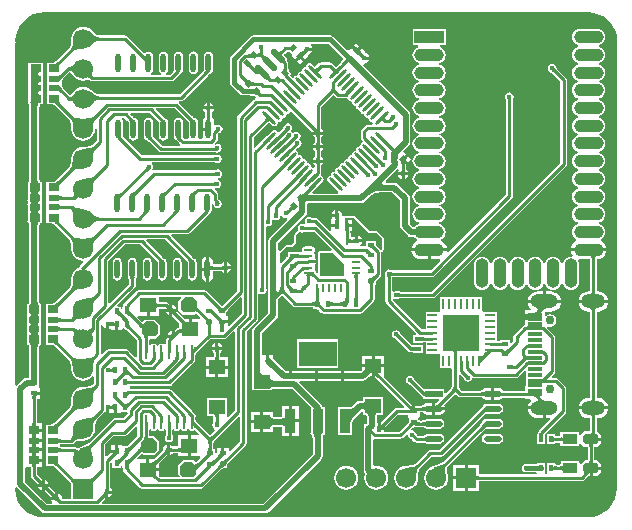
<source format=gtl>
G04*
G04 #@! TF.GenerationSoftware,Altium Limited,Altium Designer,18.1.9 (240)*
G04*
G04 Layer_Physical_Order=1*
G04 Layer_Color=255*
%FSLAX25Y25*%
%MOIN*%
G70*
G01*
G75*
%ADD11C,0.01000*%
%ADD14C,0.02000*%
%ADD18O,0.01772X0.06299*%
%ADD19R,0.03543X0.02559*%
%ADD20R,0.03543X0.01968*%
%ADD21R,0.01968X0.01575*%
%ADD22R,0.05500X0.05000*%
G04:AMPARAMS|DCode=23|XSize=55mil|YSize=50mil|CornerRadius=0mil|HoleSize=0mil|Usage=FLASHONLY|Rotation=180.000|XOffset=0mil|YOffset=0mil|HoleType=Round|Shape=Octagon|*
%AMOCTAGOND23*
4,1,8,-0.02750,0.01250,-0.02750,-0.01250,-0.01500,-0.02500,0.01500,-0.02500,0.02750,-0.01250,0.02750,0.01250,0.01500,0.02500,-0.01500,0.02500,-0.02750,0.01250,0.0*
%
%ADD23OCTAGOND23*%

%ADD24R,0.05512X0.04724*%
%ADD25R,0.01575X0.01968*%
%ADD26R,0.00984X0.04724*%
%ADD27O,0.00984X0.04724*%
%ADD28O,0.04331X0.09843*%
%ADD29O,0.09843X0.04331*%
%ADD30R,0.09843X0.04331*%
%ADD31R,0.05000X0.03500*%
G04:AMPARAMS|DCode=32|XSize=50mil|YSize=35mil|CornerRadius=0mil|HoleSize=0mil|Usage=FLASHONLY|Rotation=0.000|XOffset=0mil|YOffset=0mil|HoleType=Round|Shape=Octagon|*
%AMOCTAGOND32*
4,1,8,0.02500,-0.00875,0.02500,0.00875,0.01625,0.01750,-0.01625,0.01750,-0.02500,0.00875,-0.02500,-0.00875,-0.01625,-0.01750,0.01625,-0.01750,0.02500,-0.00875,0.0*
%
%ADD32OCTAGOND32*%

G04:AMPARAMS|DCode=33|XSize=15.75mil|YSize=19.68mil|CornerRadius=0mil|HoleSize=0mil|Usage=FLASHONLY|Rotation=225.000|XOffset=0mil|YOffset=0mil|HoleType=Round|Shape=Rectangle|*
%AMROTATEDRECTD33*
4,1,4,-0.00139,0.01253,0.01253,-0.00139,0.00139,-0.01253,-0.01253,0.00139,-0.00139,0.01253,0.0*
%
%ADD33ROTATEDRECTD33*%

G04:AMPARAMS|DCode=34|XSize=15.75mil|YSize=19.68mil|CornerRadius=0mil|HoleSize=0mil|Usage=FLASHONLY|Rotation=135.000|XOffset=0mil|YOffset=0mil|HoleType=Round|Shape=Rectangle|*
%AMROTATEDRECTD34*
4,1,4,0.01253,0.00139,-0.00139,-0.01253,-0.01253,-0.00139,0.00139,0.01253,0.01253,0.00139,0.0*
%
%ADD34ROTATEDRECTD34*%

G04:AMPARAMS|DCode=35|XSize=21.65mil|YSize=57.09mil|CornerRadius=5.41mil|HoleSize=0mil|Usage=FLASHONLY|Rotation=225.000|XOffset=0mil|YOffset=0mil|HoleType=Round|Shape=RoundedRectangle|*
%AMROUNDEDRECTD35*
21,1,0.02165,0.04626,0,0,225.0*
21,1,0.01083,0.05709,0,0,225.0*
1,1,0.01083,-0.02018,0.01253*
1,1,0.01083,-0.01253,0.02018*
1,1,0.01083,0.02018,-0.01253*
1,1,0.01083,0.01253,-0.02018*
%
%ADD35ROUNDEDRECTD35*%
G04:AMPARAMS|DCode=36|XSize=21.65mil|YSize=57.09mil|CornerRadius=5.41mil|HoleSize=0mil|Usage=FLASHONLY|Rotation=225.000|XOffset=0mil|YOffset=0mil|HoleType=Round|Shape=RoundedRectangle|*
%AMROUNDEDRECTD36*
21,1,0.02165,0.04626,0,0,225.0*
21,1,0.01083,0.05709,0,0,225.0*
1,1,0.01083,-0.02018,0.01253*
1,1,0.01083,-0.01253,0.02018*
1,1,0.01083,0.02018,-0.01253*
1,1,0.01083,0.01253,-0.02018*
%
%ADD36ROUNDEDRECTD36*%
%ADD37R,0.04528X0.01181*%
%ADD38R,0.04520X0.01180*%
%ADD39R,0.11929X0.11929*%
%ADD40R,0.03347X0.00984*%
%ADD41R,0.00984X0.03347*%
G04:AMPARAMS|DCode=42|XSize=9.84mil|YSize=61.02mil|CornerRadius=0mil|HoleSize=0mil|Usage=FLASHONLY|Rotation=45.000|XOffset=0mil|YOffset=0mil|HoleType=Round|Shape=Round|*
%AMOVALD42*
21,1,0.05118,0.00984,0.00000,0.00000,135.0*
1,1,0.00984,0.01810,-0.01810*
1,1,0.00984,-0.01810,0.01810*
%
%ADD42OVALD42*%

G04:AMPARAMS|DCode=43|XSize=9.84mil|YSize=61.02mil|CornerRadius=0mil|HoleSize=0mil|Usage=FLASHONLY|Rotation=315.000|XOffset=0mil|YOffset=0mil|HoleType=Round|Shape=Round|*
%AMOVALD43*
21,1,0.05118,0.00984,0.00000,0.00000,45.0*
1,1,0.00984,-0.01810,-0.01810*
1,1,0.00984,0.01810,0.01810*
%
%ADD43OVALD43*%

%ADD44O,0.03150X0.00984*%
%ADD45O,0.00984X0.03150*%
%ADD46R,0.00984X0.03150*%
%ADD47R,0.03937X0.03937*%
%ADD48R,0.05906X0.01968*%
%ADD49O,0.05906X0.01968*%
%ADD50R,0.12598X0.08268*%
%ADD51R,0.03543X0.08268*%
%ADD92C,0.01500*%
%ADD93R,0.06693X0.06693*%
%ADD94C,0.06693*%
%ADD95O,0.09055X0.04724*%
%ADD96O,0.07874X0.04724*%
%ADD97C,0.02953*%
%ADD98R,0.06693X0.06693*%
%ADD99C,0.01600*%
G36*
X-87444Y-45149D02*
X-87078Y-45222D01*
X93062Y-45222D01*
X93062Y-45222D01*
X93035Y-45222D01*
X93202Y-45239D01*
X93415Y-45267D01*
X93560Y-45287D01*
X94052Y-45248D01*
X95864Y-45427D01*
X97657Y-45971D01*
X99309Y-46854D01*
X100758Y-48042D01*
X101946Y-49491D01*
X102829Y-51143D01*
X103373Y-52936D01*
X103557Y-54800D01*
X103551Y-54856D01*
X103478Y-55222D01*
X103478Y-202962D01*
X103478Y-202962D01*
X103478Y-202935D01*
X103461Y-203102D01*
X103433Y-203315D01*
X103413Y-203460D01*
X103452Y-203952D01*
X103273Y-205764D01*
X102729Y-207557D01*
X101846Y-209209D01*
X100658Y-210658D01*
X99209Y-211846D01*
X97557Y-212729D01*
X95764Y-213273D01*
X94020Y-213445D01*
X93523Y-213420D01*
X93334Y-213443D01*
X93173Y-213461D01*
X93004Y-213478D01*
X93026D01*
X93004D01*
X-87107Y-213478D01*
X-87402Y-213537D01*
X-87600Y-213557D01*
X-89464Y-213373D01*
X-91257Y-212829D01*
X-92909Y-211946D01*
X-94358Y-210758D01*
X-95546Y-209309D01*
X-96429Y-207657D01*
X-96973Y-205864D01*
X-97157Y-204000D01*
X-97122Y-203652D01*
X-96959Y-203533D01*
X-96653Y-203453D01*
X-88354Y-211754D01*
X-87824Y-212107D01*
X-87200Y-212231D01*
X-13700D01*
X-13076Y-212107D01*
X-12547Y-211754D01*
X4830Y-194377D01*
X5184Y-193848D01*
X5308Y-193224D01*
Y-187596D01*
X5326Y-187555D01*
X5333Y-187190D01*
X5354Y-186884D01*
X5386Y-186628D01*
X5428Y-186424D01*
X5474Y-186276D01*
X5514Y-186188D01*
X5516Y-186187D01*
X5525Y-186185D01*
X5579Y-186154D01*
X6048D01*
Y-185632D01*
X6086Y-185542D01*
X6068Y-185498D01*
X6080Y-185453D01*
X6048Y-185399D01*
Y-176686D01*
X5250D01*
X5184Y-176352D01*
X4830Y-175823D01*
X-2500Y-168493D01*
X-2308Y-168031D01*
X2602D01*
X2698Y-168096D01*
X2900Y-168136D01*
Y-166400D01*
Y-164664D01*
X2698Y-164704D01*
X2602Y-164769D01*
X-4702D01*
X-4798Y-164704D01*
X-5000Y-164664D01*
Y-166400D01*
X-6000D01*
Y-164664D01*
X-6202Y-164704D01*
X-6298Y-164769D01*
X-6991D01*
X-9596Y-162163D01*
X-9600Y-162148D01*
X-9632Y-162127D01*
X-9652Y-162107D01*
X-9670Y-162064D01*
X-11241Y-160475D01*
Y-159316D01*
X-12528D01*
Y-160673D01*
X-12253Y-160328D01*
X-12232Y-160363D01*
X-12168Y-160438D01*
X-11723Y-160912D01*
X-10132Y-162521D01*
X-11794Y-163687D01*
X-12069Y-163418D01*
X-12795Y-162781D01*
X-13004Y-162626D01*
X-13197Y-162498D01*
X-13373Y-162399D01*
X-13533Y-162329D01*
X-13677Y-162286D01*
X-13804Y-162272D01*
X-13028Y-161300D01*
X-13528D01*
Y-159316D01*
X-14816D01*
X-14940Y-158867D01*
Y-152247D01*
X-9946Y-147254D01*
X-9593Y-146724D01*
X-9469Y-146100D01*
Y-140870D01*
X-9450Y-140840D01*
X-8545Y-139807D01*
X-8015Y-139751D01*
X-7983Y-139780D01*
X-7924Y-139801D01*
X-7870Y-139855D01*
X-7860Y-139867D01*
X-7857Y-139867D01*
X-4532Y-143193D01*
X-4168Y-143436D01*
X-3739Y-143521D01*
X-3739Y-143521D01*
X1719D01*
X1782Y-143549D01*
X1953Y-143553D01*
X2080Y-143564D01*
X2177Y-143579D01*
X2186Y-143581D01*
Y-143984D01*
X2708D01*
X2798Y-144021D01*
X2833Y-144007D01*
X2870Y-144017D01*
X2931Y-143984D01*
X3057D01*
X3113Y-144009D01*
X3166Y-143989D01*
X3222Y-144003D01*
X3254Y-143984D01*
X3444D01*
X3551Y-144059D01*
X3894Y-144352D01*
X4094Y-144546D01*
X4159Y-144571D01*
X4205Y-144618D01*
X4226Y-144645D01*
X4233Y-144645D01*
X4865Y-145277D01*
X4865Y-145277D01*
X5229Y-145520D01*
X5658Y-145606D01*
X5658Y-145606D01*
X17671D01*
X17671Y-145606D01*
X18100Y-145520D01*
X18464Y-145277D01*
X22338Y-141403D01*
X22338Y-141403D01*
X22581Y-141039D01*
X22667Y-140610D01*
Y-136512D01*
X22694Y-136450D01*
X22698Y-136279D01*
X22709Y-136151D01*
X22724Y-136054D01*
X22727Y-136046D01*
X23129D01*
Y-135524D01*
X23167Y-135433D01*
X23152Y-135398D01*
X23163Y-135362D01*
X23129Y-135301D01*
Y-135175D01*
X23155Y-135119D01*
X23134Y-135065D01*
X23148Y-135010D01*
X23129Y-134977D01*
Y-134787D01*
X23204Y-134681D01*
X23497Y-134338D01*
X23691Y-134137D01*
X23717Y-134072D01*
X23763Y-134026D01*
X23790Y-134005D01*
X23791Y-133999D01*
X24638Y-133151D01*
X24638Y-133151D01*
X24881Y-132788D01*
X24966Y-132358D01*
X24966Y-132358D01*
Y-125208D01*
X25026Y-124952D01*
X25367Y-124799D01*
X25449Y-124712D01*
X25559Y-124666D01*
X25612Y-124538D01*
X25707Y-124437D01*
X25704Y-124317D01*
X25749Y-124207D01*
Y-120500D01*
X25559Y-120041D01*
X25389Y-119970D01*
X23859Y-118441D01*
X23400Y-118251D01*
X21069D01*
X16059Y-113241D01*
X15600Y-113051D01*
X12753D01*
X12664Y-113088D01*
X12568Y-113078D01*
X12443Y-113179D01*
X12294Y-113241D01*
X11803Y-113119D01*
X11793Y-113112D01*
X11835Y-112900D01*
X11696Y-112198D01*
X11298Y-111602D01*
X10702Y-111204D01*
X10500Y-111164D01*
Y-112900D01*
X10000D01*
Y-113400D01*
X8264D01*
X8304Y-113602D01*
X8436Y-113799D01*
X8287Y-114299D01*
X8287D01*
X8287Y-114299D01*
Y-115783D01*
X10075D01*
Y-116783D01*
X8287D01*
Y-117894D01*
X7787Y-118101D01*
X3693Y-114007D01*
X3329Y-113764D01*
X2900Y-113678D01*
X2900Y-113678D01*
X2082D01*
X2019Y-113651D01*
X1790Y-113646D01*
X1702Y-113639D01*
X1691Y-113637D01*
X1685Y-113636D01*
X1683Y-113636D01*
X1676Y-113635D01*
X1446Y-113481D01*
X900Y-113373D01*
X354Y-113481D01*
X-109Y-113791D01*
X-419Y-114254D01*
X-527Y-114800D01*
X-419Y-115346D01*
X-706Y-115816D01*
X-854Y-115881D01*
X-1400Y-115773D01*
X-1946Y-115881D01*
X-2409Y-116191D01*
X-2719Y-116654D01*
X-2827Y-117200D01*
X-2719Y-117746D01*
X-2744Y-117828D01*
X-2749Y-117830D01*
X-3788Y-118870D01*
X-3959Y-118941D01*
X-4149Y-119400D01*
Y-121831D01*
X-5169Y-122851D01*
X-6900D01*
X-7359Y-123041D01*
X-9007Y-124688D01*
X-9469Y-124497D01*
Y-122076D01*
X-347Y-112953D01*
X7Y-112424D01*
X131Y-111800D01*
Y-110312D01*
X149Y-110267D01*
X138Y-109387D01*
X522Y-108909D01*
X625Y-108879D01*
X18192D01*
X18817Y-108755D01*
X19346Y-108401D01*
X21195Y-106552D01*
X21226Y-106542D01*
X21236Y-106525D01*
X21255Y-106518D01*
X21526Y-106265D01*
X21787Y-106056D01*
X22057Y-105873D01*
X22335Y-105715D01*
X22622Y-105582D01*
X22919Y-105473D01*
X23226Y-105388D01*
X23547Y-105327D01*
X23880Y-105290D01*
X24250Y-105277D01*
X24288Y-105259D01*
X28552D01*
X31169Y-107876D01*
Y-116400D01*
X31293Y-117024D01*
X31646Y-117553D01*
X33698Y-119606D01*
X34228Y-119959D01*
X34762Y-120065D01*
X34847Y-120101D01*
X35689Y-120108D01*
X35859Y-120114D01*
X36097Y-120424D01*
X36675Y-120868D01*
X36796Y-120918D01*
Y-121459D01*
X36473Y-121593D01*
X35812Y-122100D01*
X35304Y-122761D01*
X34985Y-123531D01*
X34942Y-123857D01*
X40825D01*
X46708D01*
X46665Y-123531D01*
X46346Y-122761D01*
X45839Y-122100D01*
X45177Y-121593D01*
X44855Y-121459D01*
Y-120918D01*
X44976Y-120868D01*
X45553Y-120424D01*
X45997Y-119847D01*
X46275Y-119174D01*
X46370Y-118452D01*
X46275Y-117730D01*
X45997Y-117057D01*
X45553Y-116480D01*
X44976Y-116036D01*
X44303Y-115758D01*
X44254Y-115751D01*
Y-115247D01*
X44303Y-115241D01*
X44976Y-114962D01*
X45553Y-114519D01*
X45997Y-113941D01*
X46275Y-113268D01*
X46370Y-112547D01*
X46275Y-111825D01*
X45997Y-111152D01*
X45553Y-110574D01*
X44976Y-110131D01*
X44303Y-109852D01*
X44254Y-109846D01*
Y-109342D01*
X44303Y-109335D01*
X44976Y-109056D01*
X45553Y-108613D01*
X45997Y-108036D01*
X46275Y-107363D01*
X46370Y-106641D01*
X46275Y-105919D01*
X45997Y-105246D01*
X45553Y-104669D01*
X44976Y-104225D01*
X44303Y-103947D01*
X44254Y-103940D01*
Y-103436D01*
X44303Y-103430D01*
X44976Y-103151D01*
X45553Y-102708D01*
X45997Y-102130D01*
X46275Y-101457D01*
X46370Y-100735D01*
X46275Y-100013D01*
X45997Y-99341D01*
X45553Y-98763D01*
X44976Y-98320D01*
X44303Y-98041D01*
X44254Y-98035D01*
Y-97531D01*
X44303Y-97524D01*
X44976Y-97246D01*
X45553Y-96802D01*
X45997Y-96224D01*
X46275Y-95552D01*
X46370Y-94830D01*
X46275Y-94108D01*
X45997Y-93435D01*
X45553Y-92858D01*
X44976Y-92414D01*
X44303Y-92136D01*
X44254Y-92129D01*
Y-91625D01*
X44303Y-91619D01*
X44976Y-91340D01*
X45553Y-90897D01*
X45997Y-90319D01*
X46275Y-89646D01*
X46370Y-88924D01*
X46275Y-88203D01*
X45997Y-87530D01*
X45553Y-86952D01*
X44976Y-86509D01*
X44303Y-86230D01*
X44254Y-86224D01*
Y-85720D01*
X44303Y-85713D01*
X44976Y-85434D01*
X45553Y-84991D01*
X45997Y-84413D01*
X46275Y-83741D01*
X46370Y-83019D01*
X46275Y-82297D01*
X45997Y-81624D01*
X45553Y-81047D01*
X44976Y-80603D01*
X44303Y-80325D01*
X44254Y-80318D01*
Y-79814D01*
X44303Y-79808D01*
X44976Y-79529D01*
X45553Y-79086D01*
X45997Y-78508D01*
X46275Y-77835D01*
X46370Y-77113D01*
X46275Y-76392D01*
X45997Y-75719D01*
X45553Y-75141D01*
X44976Y-74698D01*
X44303Y-74419D01*
X44254Y-74413D01*
Y-73909D01*
X44303Y-73902D01*
X44976Y-73623D01*
X45553Y-73180D01*
X45997Y-72602D01*
X46275Y-71930D01*
X46370Y-71208D01*
X46275Y-70486D01*
X45997Y-69813D01*
X45553Y-69236D01*
X44976Y-68792D01*
X44303Y-68514D01*
X44254Y-68507D01*
Y-68003D01*
X44303Y-67997D01*
X44976Y-67718D01*
X45553Y-67275D01*
X45997Y-66697D01*
X46275Y-66024D01*
X46370Y-65302D01*
X46275Y-64581D01*
X45997Y-63908D01*
X45553Y-63330D01*
X44976Y-62887D01*
X44303Y-62608D01*
X44254Y-62602D01*
Y-62098D01*
X44303Y-62091D01*
X44976Y-61812D01*
X45553Y-61369D01*
X45997Y-60791D01*
X46275Y-60119D01*
X46370Y-59397D01*
X46275Y-58675D01*
X45997Y-58002D01*
X45553Y-57425D01*
X44976Y-56981D01*
X44433Y-56757D01*
X44533Y-56257D01*
X46346D01*
Y-50726D01*
X35304D01*
Y-56257D01*
X37117D01*
X37217Y-56757D01*
X36675Y-56981D01*
X36097Y-57425D01*
X35654Y-58002D01*
X35375Y-58675D01*
X35280Y-59397D01*
X35375Y-60119D01*
X35654Y-60791D01*
X36097Y-61369D01*
X36675Y-61812D01*
X37347Y-62091D01*
X37396Y-62098D01*
Y-62602D01*
X37347Y-62608D01*
X36675Y-62887D01*
X36097Y-63330D01*
X35654Y-63908D01*
X35375Y-64581D01*
X35280Y-65302D01*
X35375Y-66024D01*
X35654Y-66697D01*
X36097Y-67275D01*
X36675Y-67718D01*
X37347Y-67997D01*
X37396Y-68003D01*
Y-68507D01*
X37347Y-68514D01*
X36675Y-68792D01*
X36097Y-69236D01*
X35654Y-69813D01*
X35375Y-70486D01*
X35280Y-71208D01*
X35375Y-71930D01*
X35654Y-72602D01*
X36097Y-73180D01*
X36675Y-73623D01*
X37347Y-73902D01*
X37396Y-73909D01*
Y-74413D01*
X37347Y-74419D01*
X36675Y-74698D01*
X36097Y-75141D01*
X35654Y-75719D01*
X35375Y-76392D01*
X35280Y-77113D01*
X35375Y-77835D01*
X35654Y-78508D01*
X36097Y-79086D01*
X36675Y-79529D01*
X37347Y-79808D01*
X37396Y-79814D01*
Y-80318D01*
X37347Y-80325D01*
X36675Y-80603D01*
X36097Y-81047D01*
X35654Y-81624D01*
X35375Y-82297D01*
X35280Y-83019D01*
X35375Y-83741D01*
X35654Y-84413D01*
X36097Y-84991D01*
X36675Y-85434D01*
X37347Y-85713D01*
X37396Y-85720D01*
Y-86224D01*
X37347Y-86230D01*
X36675Y-86509D01*
X36097Y-86952D01*
X35654Y-87530D01*
X35375Y-88203D01*
X35280Y-88924D01*
X35375Y-89646D01*
X35654Y-90319D01*
X36097Y-90897D01*
X36675Y-91340D01*
X37347Y-91619D01*
X37396Y-91625D01*
Y-92129D01*
X37347Y-92136D01*
X36675Y-92414D01*
X36097Y-92858D01*
X35654Y-93435D01*
X35375Y-94108D01*
X35280Y-94830D01*
X35375Y-95552D01*
X35654Y-96224D01*
X36097Y-96802D01*
X36675Y-97246D01*
X37347Y-97524D01*
X37396Y-97531D01*
Y-98035D01*
X37347Y-98041D01*
X36675Y-98320D01*
X36097Y-98763D01*
X35654Y-99341D01*
X35375Y-100013D01*
X35280Y-100735D01*
X35375Y-101457D01*
X35654Y-102130D01*
X36097Y-102708D01*
X36675Y-103151D01*
X37347Y-103430D01*
X37396Y-103436D01*
Y-103940D01*
X37347Y-103947D01*
X36675Y-104225D01*
X36097Y-104669D01*
X35654Y-105246D01*
X35375Y-105919D01*
X35280Y-106641D01*
X35375Y-107363D01*
X35654Y-108036D01*
X36097Y-108613D01*
X36675Y-109056D01*
X37347Y-109335D01*
X37396Y-109342D01*
Y-109846D01*
X37347Y-109852D01*
X36675Y-110131D01*
X36097Y-110574D01*
X35654Y-111152D01*
X35375Y-111825D01*
X35280Y-112547D01*
X35375Y-113268D01*
X35654Y-113941D01*
X36097Y-114519D01*
X36675Y-114962D01*
X37347Y-115241D01*
X37396Y-115247D01*
Y-115751D01*
X37347Y-115758D01*
X36675Y-116036D01*
X36097Y-116480D01*
X35946Y-116677D01*
X35413Y-116706D01*
X34431Y-115724D01*
Y-107200D01*
X34307Y-106576D01*
X33953Y-106046D01*
X30382Y-102474D01*
X29852Y-102121D01*
X29228Y-101997D01*
X26606D01*
X26390Y-101737D01*
X26364Y-101383D01*
X30208Y-97539D01*
X30751Y-97704D01*
X30766Y-97782D01*
X30457Y-98245D01*
X30417Y-98447D01*
X33889D01*
X33848Y-98245D01*
X33450Y-97650D01*
X33274Y-97532D01*
Y-96081D01*
X32667Y-95474D01*
X32653Y-95849D01*
X31653Y-96128D01*
X31648Y-95829D01*
X31609Y-95329D01*
X31574Y-95129D01*
X31530Y-94962D01*
X31476Y-94828D01*
X31412Y-94726D01*
X31338Y-94657D01*
X31255Y-94622D01*
X31161Y-94619D01*
X31888Y-94517D01*
X32153Y-94253D01*
X31799Y-93899D01*
X33202Y-92496D01*
X32292Y-91586D01*
X32521Y-91181D01*
X34154Y-89548D01*
X34507Y-89019D01*
X34631Y-88395D01*
Y-79321D01*
X34507Y-78697D01*
X34154Y-78168D01*
X18744Y-62758D01*
X18990Y-62298D01*
X19205Y-62340D01*
X19907Y-62201D01*
X20503Y-61803D01*
X20901Y-61207D01*
X20941Y-61005D01*
X19205D01*
Y-60005D01*
X20941D01*
X20901Y-59803D01*
X20503Y-59207D01*
X19907Y-58810D01*
X19487Y-58726D01*
X19323Y-58183D01*
X19367Y-58139D01*
X18317Y-57090D01*
X17054Y-58354D01*
X16700Y-58000D01*
X16346Y-58354D01*
X14943Y-56950D01*
X14141Y-57753D01*
X14033Y-57861D01*
X13533Y-57861D01*
X13428Y-57760D01*
X13375Y-57739D01*
X8908Y-53272D01*
X8462Y-52974D01*
X7935Y-52869D01*
X-17810D01*
X-17810Y-52869D01*
X-18337Y-52974D01*
X-18783Y-53272D01*
X-18783Y-53272D01*
X-25181Y-59671D01*
X-25480Y-60117D01*
X-25585Y-60644D01*
Y-68692D01*
X-25480Y-69218D01*
X-25181Y-69665D01*
X-22323Y-72523D01*
X-22323Y-72523D01*
X-21877Y-72822D01*
X-21350Y-72926D01*
X-21350Y-72926D01*
X-18957D01*
X-18912Y-72948D01*
X-18898Y-72944D01*
X-18884Y-72949D01*
X-18605Y-72953D01*
X-18366Y-72964D01*
X-17942Y-73006D01*
X-17785Y-73033D01*
X-17652Y-73065D01*
X-17551Y-73098D01*
X-17484Y-73128D01*
X-17452Y-73147D01*
X-17402Y-73188D01*
X-17331Y-73210D01*
X-17021Y-73520D01*
X-17037Y-74033D01*
X-17192Y-74064D01*
X-17556Y-74307D01*
X-17556Y-74307D01*
X-22793Y-79544D01*
X-23036Y-79908D01*
X-23122Y-80337D01*
X-23122Y-80337D01*
Y-138064D01*
X-27905Y-142847D01*
X-27966Y-142870D01*
X-28297Y-143177D01*
X-28443Y-143054D01*
X-28624Y-142878D01*
X-28689Y-142853D01*
X-33435Y-138107D01*
X-33799Y-137864D01*
X-34228Y-137778D01*
X-34228Y-137778D01*
X-55900D01*
X-55900Y-137778D01*
X-56329Y-137864D01*
X-56693Y-138107D01*
X-56693Y-138107D01*
X-60801Y-142215D01*
X-61044Y-142578D01*
X-61100Y-142861D01*
X-61157Y-142986D01*
X-61167Y-143296D01*
X-61169Y-143316D01*
X-61395D01*
Y-143837D01*
X-61432Y-143928D01*
X-61410Y-143982D01*
X-61413Y-143995D01*
X-61474Y-144083D01*
X-61924Y-144167D01*
X-61954Y-144160D01*
X-61967Y-144138D01*
Y-143316D01*
X-62858D01*
X-63049Y-142854D01*
X-57307Y-137112D01*
X-57064Y-136748D01*
X-56978Y-136319D01*
X-56978Y-136319D01*
Y-134943D01*
X-56951Y-134879D01*
X-56948Y-134725D01*
X-56925Y-134443D01*
X-56909Y-134333D01*
X-56887Y-134226D01*
X-56861Y-134131D01*
X-56833Y-134046D01*
X-56802Y-133972D01*
X-56770Y-133908D01*
X-56722Y-133829D01*
X-56709Y-133743D01*
X-56700Y-133730D01*
X-56676Y-133610D01*
X-56627Y-133491D01*
X-56645Y-133450D01*
X-56585Y-133150D01*
Y-128623D01*
X-56700Y-128043D01*
X-57029Y-127552D01*
X-57520Y-127223D01*
X-58100Y-127108D01*
X-58680Y-127223D01*
X-59171Y-127552D01*
X-59500Y-128043D01*
X-59615Y-128623D01*
Y-133150D01*
X-59555Y-133450D01*
X-59572Y-133491D01*
X-59524Y-133610D01*
X-59500Y-133730D01*
X-59491Y-133743D01*
X-59478Y-133829D01*
X-59430Y-133908D01*
X-59398Y-133972D01*
X-59367Y-134046D01*
X-59339Y-134131D01*
X-59313Y-134226D01*
X-59291Y-134333D01*
X-59275Y-134443D01*
X-59252Y-134725D01*
X-59249Y-134879D01*
X-59222Y-134943D01*
Y-135854D01*
X-65617Y-142249D01*
X-66078Y-142058D01*
Y-127978D01*
X-60648Y-122547D01*
X-55425D01*
X-50079Y-127894D01*
X-50053Y-127959D01*
X-49880Y-128139D01*
X-49744Y-128292D01*
X-49641Y-128423D01*
X-49590Y-128499D01*
X-49615Y-128623D01*
Y-128729D01*
X-49626Y-128749D01*
X-49615Y-128784D01*
Y-128810D01*
X-49627Y-128846D01*
X-49615Y-128872D01*
Y-133150D01*
X-49500Y-133730D01*
X-49171Y-134222D01*
X-48680Y-134550D01*
X-48100Y-134665D01*
X-47520Y-134550D01*
X-47029Y-134222D01*
X-46700Y-133730D01*
X-46585Y-133150D01*
Y-128623D01*
X-46700Y-128043D01*
X-47029Y-127552D01*
X-47254Y-127401D01*
X-47259Y-127385D01*
X-47348Y-127339D01*
X-47396Y-127306D01*
X-47412Y-127273D01*
X-48037Y-126723D01*
X-48160Y-126601D01*
X-48226Y-126574D01*
X-53517Y-121283D01*
X-53326Y-120822D01*
X-47151D01*
X-40079Y-127894D01*
X-40053Y-127959D01*
X-39880Y-128139D01*
X-39745Y-128292D01*
X-39641Y-128423D01*
X-39590Y-128499D01*
X-39615Y-128623D01*
Y-128729D01*
X-39625Y-128749D01*
X-39615Y-128783D01*
Y-128810D01*
X-39627Y-128846D01*
X-39615Y-128872D01*
Y-133150D01*
X-39500Y-133730D01*
X-39171Y-134222D01*
X-38680Y-134550D01*
X-38100Y-134665D01*
X-37520Y-134550D01*
X-37029Y-134222D01*
X-36700Y-133730D01*
X-36585Y-133150D01*
Y-128623D01*
X-36700Y-128043D01*
X-37029Y-127552D01*
X-37254Y-127401D01*
X-37259Y-127385D01*
X-37348Y-127339D01*
X-37396Y-127306D01*
X-37412Y-127273D01*
X-38037Y-126723D01*
X-38160Y-126601D01*
X-38226Y-126574D01*
X-45117Y-119684D01*
X-44926Y-119222D01*
X-39813D01*
X-39813Y-119222D01*
X-39384Y-119136D01*
X-39020Y-118893D01*
X-33101Y-112974D01*
X-33035Y-112947D01*
X-32582Y-112497D01*
X-32360Y-112284D01*
X-32347Y-112273D01*
X-32317Y-112214D01*
X-32240Y-112163D01*
X-32239Y-112162D01*
X-32239Y-112162D01*
X-32029Y-112022D01*
X-31700Y-111530D01*
X-31585Y-110950D01*
Y-109249D01*
X-31085Y-109200D01*
X-31019Y-109533D01*
X-30709Y-109996D01*
X-30246Y-110305D01*
X-29700Y-110414D01*
X-29154Y-110305D01*
X-28691Y-109996D01*
X-28381Y-109533D01*
X-28273Y-108987D01*
X-28381Y-108440D01*
X-28691Y-107977D01*
X-29154Y-107668D01*
X-29188Y-107661D01*
X-29475Y-107387D01*
X-29478Y-107385D01*
Y-105887D01*
X-29478Y-105887D01*
X-29564Y-105457D01*
X-29807Y-105094D01*
X-29807Y-105094D01*
X-30681Y-104219D01*
X-30535Y-103659D01*
X-30346Y-103605D01*
X-29800Y-103714D01*
X-29254Y-103605D01*
X-28791Y-103296D01*
X-28481Y-102833D01*
X-28373Y-102287D01*
X-28481Y-101740D01*
X-28791Y-101277D01*
X-29254Y-100968D01*
X-29585Y-100902D01*
X-29500Y-100414D01*
X-28954Y-100305D01*
X-28491Y-99996D01*
X-28181Y-99533D01*
X-28073Y-98987D01*
X-28181Y-98440D01*
X-28491Y-97977D01*
X-28954Y-97668D01*
X-29500Y-97559D01*
X-30046Y-97668D01*
X-30274Y-97820D01*
X-30536Y-97837D01*
X-30609Y-97837D01*
X-30675Y-97865D01*
X-50800D01*
X-50800Y-97865D01*
X-51149Y-97934D01*
X-51351Y-97745D01*
X-51479Y-97529D01*
X-51281Y-97233D01*
X-51173Y-96687D01*
X-51281Y-96140D01*
X-51591Y-95677D01*
X-51694Y-95608D01*
X-51542Y-95108D01*
X-30882D01*
X-30819Y-95136D01*
X-30590Y-95141D01*
X-30503Y-95148D01*
X-30491Y-95149D01*
X-30485Y-95151D01*
X-30483Y-95151D01*
X-30476Y-95152D01*
X-30246Y-95305D01*
X-29700Y-95414D01*
X-29154Y-95305D01*
X-28691Y-94996D01*
X-28381Y-94533D01*
X-28273Y-93987D01*
X-28381Y-93440D01*
X-28691Y-92977D01*
X-29154Y-92668D01*
X-29700Y-92559D01*
X-30246Y-92668D01*
X-30474Y-92820D01*
X-30737Y-92837D01*
X-30809Y-92837D01*
X-30875Y-92865D01*
X-54935D01*
X-60615Y-87185D01*
X-60617Y-87171D01*
X-60664Y-87137D01*
X-60681Y-87119D01*
X-60707Y-87054D01*
X-60886Y-86869D01*
X-61026Y-86711D01*
X-61134Y-86574D01*
X-61193Y-86489D01*
X-61185Y-86450D01*
Y-86221D01*
X-61172Y-86194D01*
X-61185Y-86159D01*
Y-86128D01*
X-61175Y-86095D01*
X-61185Y-86077D01*
Y-81923D01*
X-61300Y-81343D01*
X-61629Y-80852D01*
X-61694Y-80808D01*
X-61542Y-80308D01*
X-60765D01*
X-59771Y-81302D01*
X-59759Y-81346D01*
X-59726Y-81365D01*
X-59712Y-81400D01*
X-59533Y-81586D01*
X-59391Y-81746D01*
X-59281Y-81884D01*
X-59215Y-81980D01*
Y-82275D01*
X-59228Y-82307D01*
X-59215Y-82340D01*
Y-82381D01*
X-59221Y-82406D01*
X-59215Y-82416D01*
Y-86450D01*
X-59100Y-87030D01*
X-58771Y-87522D01*
X-58280Y-87850D01*
X-57700Y-87965D01*
X-57120Y-87850D01*
X-56629Y-87522D01*
X-56300Y-87030D01*
X-56185Y-86450D01*
Y-81923D01*
X-56300Y-81343D01*
X-56629Y-80852D01*
X-56881Y-80683D01*
X-56898Y-80642D01*
X-57016Y-80593D01*
X-57120Y-80523D01*
X-57127Y-80522D01*
X-57192Y-80472D01*
X-57241Y-80459D01*
X-57270Y-80448D01*
X-57309Y-80429D01*
X-57465Y-80331D01*
X-57536Y-80279D01*
X-57872Y-79986D01*
X-57993Y-79868D01*
X-58059Y-79842D01*
X-58730Y-79170D01*
X-58539Y-78708D01*
X-52265D01*
X-49785Y-81188D01*
X-49783Y-81202D01*
X-49736Y-81236D01*
X-49719Y-81254D01*
X-49693Y-81319D01*
X-49514Y-81504D01*
X-49374Y-81662D01*
X-49266Y-81799D01*
X-49207Y-81885D01*
X-49215Y-81923D01*
Y-82152D01*
X-49228Y-82179D01*
X-49215Y-82215D01*
Y-82245D01*
X-49225Y-82278D01*
X-49215Y-82296D01*
Y-86450D01*
X-49100Y-87030D01*
X-48771Y-87522D01*
X-48280Y-87850D01*
X-47700Y-87965D01*
X-47120Y-87850D01*
X-46629Y-87522D01*
X-46300Y-87030D01*
X-46185Y-86450D01*
Y-81923D01*
X-46300Y-81343D01*
X-46629Y-80852D01*
X-46868Y-80692D01*
X-46879Y-80663D01*
X-46990Y-80610D01*
X-47107Y-80532D01*
X-47131Y-80513D01*
X-47153Y-80490D01*
X-47168Y-80483D01*
X-47176Y-80477D01*
X-47187Y-80473D01*
X-47284Y-80414D01*
X-47333Y-80377D01*
X-47761Y-79998D01*
X-47886Y-79875D01*
X-47952Y-79848D01*
X-50230Y-77570D01*
X-50039Y-77108D01*
X-43965D01*
X-39771Y-81302D01*
X-39759Y-81346D01*
X-39726Y-81364D01*
X-39712Y-81400D01*
X-39533Y-81586D01*
X-39391Y-81746D01*
X-39281Y-81884D01*
X-39215Y-81980D01*
Y-82275D01*
X-39228Y-82307D01*
X-39215Y-82340D01*
Y-82381D01*
X-39221Y-82406D01*
X-39215Y-82416D01*
Y-86450D01*
X-39132Y-86865D01*
X-39431Y-87365D01*
X-40735D01*
X-40786Y-87315D01*
X-40805Y-87259D01*
X-40820Y-87251D01*
X-40826Y-87235D01*
X-40992Y-87063D01*
X-41117Y-86919D01*
X-41211Y-86799D01*
X-41244Y-86748D01*
X-41223Y-86641D01*
X-41186Y-86585D01*
X-41195Y-86538D01*
X-41175Y-86495D01*
X-41187Y-86460D01*
X-41185Y-86450D01*
Y-81923D01*
X-41300Y-81343D01*
X-41629Y-80852D01*
X-42120Y-80523D01*
X-42700Y-80408D01*
X-43280Y-80523D01*
X-43771Y-80852D01*
X-44100Y-81343D01*
X-44215Y-81923D01*
Y-86450D01*
X-44100Y-87030D01*
X-43771Y-87522D01*
X-43580Y-87649D01*
X-43493Y-87780D01*
X-43011Y-88261D01*
X-42527Y-88784D01*
X-42455Y-88817D01*
X-42108Y-89165D01*
X-42254Y-89618D01*
X-42291Y-89665D01*
X-48085D01*
X-50624Y-87127D01*
X-50631Y-87094D01*
X-50676Y-87065D01*
X-50696Y-87015D01*
X-50875Y-86829D01*
X-51016Y-86670D01*
X-51126Y-86532D01*
X-51185Y-86446D01*
Y-86159D01*
X-51172Y-86130D01*
X-51185Y-86095D01*
Y-86061D01*
X-51177Y-86031D01*
X-51185Y-86016D01*
Y-81923D01*
X-51300Y-81343D01*
X-51629Y-80852D01*
X-52120Y-80523D01*
X-52700Y-80408D01*
X-53280Y-80523D01*
X-53771Y-80852D01*
X-54100Y-81343D01*
X-54215Y-81923D01*
Y-86450D01*
X-54100Y-87030D01*
X-53771Y-87522D01*
X-53525Y-87686D01*
X-53512Y-87721D01*
X-53396Y-87773D01*
X-53280Y-87850D01*
X-53277Y-87850D01*
X-53215Y-87899D01*
X-53182Y-87908D01*
X-53168Y-87914D01*
X-53129Y-87935D01*
X-53071Y-87971D01*
X-53011Y-88013D01*
X-52574Y-88391D01*
X-52451Y-88512D01*
X-52385Y-88538D01*
X-49343Y-91580D01*
X-49343Y-91580D01*
X-48979Y-91823D01*
X-48550Y-91908D01*
X-48550Y-91908D01*
X-30619D01*
X-30546Y-91936D01*
X-30158Y-91923D01*
X-29700Y-92014D01*
X-29154Y-91905D01*
X-28691Y-91596D01*
X-28381Y-91133D01*
X-28273Y-90587D01*
X-28381Y-90040D01*
X-28691Y-89577D01*
X-29154Y-89268D01*
X-29700Y-89159D01*
X-30246Y-89268D01*
X-30474Y-89420D01*
X-30544Y-89395D01*
X-30674Y-88819D01*
X-29921Y-88066D01*
X-29921Y-88066D01*
X-29678Y-87702D01*
X-29593Y-87273D01*
X-29593Y-87273D01*
Y-85765D01*
X-29443Y-85615D01*
X-29378Y-85590D01*
X-29213Y-85432D01*
X-29146Y-85375D01*
X-29137Y-85368D01*
X-29131Y-85365D01*
X-29130Y-85363D01*
X-29125Y-85359D01*
X-28854Y-85305D01*
X-28391Y-84996D01*
X-28081Y-84533D01*
X-27973Y-83987D01*
X-28081Y-83440D01*
X-28391Y-82977D01*
X-28854Y-82668D01*
X-29400Y-82559D01*
X-29946Y-82668D01*
X-30277Y-82889D01*
X-30714Y-82721D01*
X-30777Y-82667D01*
Y-81923D01*
X-30924Y-81187D01*
X-31340Y-80563D01*
X-31541Y-80429D01*
X-31548Y-80348D01*
X-31551Y-80194D01*
X-31578Y-80130D01*
Y-78402D01*
X-31402Y-78284D01*
X-31005Y-77689D01*
X-30964Y-77487D01*
X-34436D01*
X-34396Y-77689D01*
X-33998Y-78284D01*
X-33822Y-78402D01*
Y-80130D01*
X-33849Y-80194D01*
X-33852Y-80348D01*
X-33859Y-80429D01*
X-34060Y-80563D01*
X-34476Y-81187D01*
X-34623Y-81923D01*
Y-83687D01*
X-32700D01*
Y-84687D01*
X-34623D01*
Y-86450D01*
X-34540Y-86865D01*
X-34912Y-87365D01*
X-35969D01*
X-36268Y-86865D01*
X-36185Y-86450D01*
Y-81923D01*
X-36300Y-81343D01*
X-36629Y-80852D01*
X-36881Y-80683D01*
X-36898Y-80642D01*
X-37016Y-80593D01*
X-37120Y-80523D01*
X-37127Y-80522D01*
X-37192Y-80472D01*
X-37241Y-80459D01*
X-37270Y-80448D01*
X-37309Y-80429D01*
X-37465Y-80331D01*
X-37536Y-80279D01*
X-37872Y-79986D01*
X-37993Y-79868D01*
X-38059Y-79842D01*
X-42592Y-75308D01*
X-42446Y-74856D01*
X-42409Y-74808D01*
X-41800D01*
X-41800Y-74808D01*
X-41371Y-74723D01*
X-41007Y-74480D01*
X-32830Y-66303D01*
X-32765Y-66277D01*
X-32401Y-65924D01*
X-32155Y-65707D01*
X-32117Y-65677D01*
X-32098Y-65664D01*
X-32077Y-65653D01*
X-32024Y-65586D01*
X-31948Y-65535D01*
X-31859Y-65488D01*
X-31854Y-65472D01*
X-31629Y-65322D01*
X-31300Y-64830D01*
X-31185Y-64250D01*
Y-59723D01*
X-31300Y-59143D01*
X-31629Y-58652D01*
X-32120Y-58323D01*
X-32700Y-58208D01*
X-33280Y-58323D01*
X-33771Y-58652D01*
X-34100Y-59143D01*
X-34215Y-59723D01*
Y-64002D01*
X-34227Y-64028D01*
X-34215Y-64063D01*
Y-64090D01*
X-34225Y-64124D01*
X-34215Y-64144D01*
Y-64250D01*
X-34190Y-64375D01*
X-34236Y-64442D01*
X-34485Y-64740D01*
X-34653Y-64915D01*
X-34679Y-64979D01*
X-42265Y-72565D01*
X-69143D01*
X-69194Y-72539D01*
X-69366Y-72525D01*
X-69526Y-72490D01*
X-69723Y-72424D01*
X-69955Y-72322D01*
X-70217Y-72184D01*
X-70497Y-72017D01*
X-71541Y-71261D01*
X-71927Y-70943D01*
X-72051Y-70905D01*
X-72510Y-70553D01*
X-73470Y-70155D01*
X-74500Y-70020D01*
X-75530Y-70155D01*
X-76490Y-70553D01*
X-77315Y-71185D01*
X-77947Y-72010D01*
X-77967Y-72059D01*
X-78009Y-72090D01*
X-78115Y-72269D01*
X-78211Y-72400D01*
X-78310Y-72511D01*
X-78412Y-72602D01*
X-78518Y-72676D01*
X-78631Y-72737D01*
X-78752Y-72785D01*
X-78813Y-72801D01*
X-81068Y-70546D01*
X-81083Y-70495D01*
X-81105Y-70484D01*
X-81114Y-70461D01*
X-81236Y-70332D01*
X-81334Y-70219D01*
X-81416Y-70112D01*
X-81483Y-70011D01*
X-81537Y-69916D01*
X-81578Y-69829D01*
X-81607Y-69750D01*
X-81626Y-69678D01*
X-81637Y-69612D01*
X-81642Y-69515D01*
X-81679Y-69439D01*
Y-68336D01*
X-81673Y-68329D01*
X-81679Y-68290D01*
Y-67906D01*
X-81672Y-67891D01*
X-81619Y-67798D01*
X-81543Y-67688D01*
X-81284Y-67380D01*
X-81116Y-67206D01*
X-81091Y-67141D01*
X-79153Y-65203D01*
X-79021Y-65243D01*
X-78847Y-65318D01*
X-78670Y-65418D01*
X-78488Y-65545D01*
X-78302Y-65701D01*
X-78113Y-65888D01*
X-77922Y-66105D01*
X-77718Y-66368D01*
X-77680Y-66390D01*
X-77664Y-66430D01*
X-77585Y-66463D01*
X-77315Y-66815D01*
X-76490Y-67447D01*
X-75530Y-67845D01*
X-74500Y-67980D01*
X-73470Y-67845D01*
X-73028Y-67662D01*
X-72913Y-67666D01*
X-72817Y-67630D01*
X-72767Y-67619D01*
X-72723Y-67615D01*
X-72678Y-67618D01*
X-72628Y-67629D01*
X-72569Y-67650D01*
X-72497Y-67686D01*
X-72415Y-67739D01*
X-72321Y-67812D01*
X-72202Y-67923D01*
X-72074Y-67970D01*
X-71836Y-68129D01*
X-71407Y-68215D01*
X-71407Y-68215D01*
X-45107D01*
X-45107Y-68215D01*
X-44677Y-68129D01*
X-44314Y-67886D01*
X-42701Y-66274D01*
X-42634Y-66247D01*
X-42182Y-65797D01*
X-41960Y-65584D01*
X-41947Y-65573D01*
X-41917Y-65514D01*
X-41840Y-65463D01*
X-41838Y-65462D01*
X-41838Y-65462D01*
X-41629Y-65322D01*
X-41300Y-64830D01*
X-41185Y-64250D01*
Y-59723D01*
X-41300Y-59143D01*
X-41629Y-58652D01*
X-42120Y-58323D01*
X-42700Y-58208D01*
X-43280Y-58323D01*
X-43771Y-58652D01*
X-44100Y-59143D01*
X-44215Y-59723D01*
Y-64131D01*
X-44228Y-64163D01*
X-44215Y-64196D01*
Y-64230D01*
X-44222Y-64257D01*
X-44210Y-64277D01*
X-44173Y-64461D01*
X-44210Y-64517D01*
X-44450Y-64805D01*
X-44614Y-64975D01*
X-44639Y-65039D01*
X-45571Y-65972D01*
X-46702D01*
X-46854Y-65472D01*
X-46629Y-65322D01*
X-46300Y-64830D01*
X-46185Y-64250D01*
Y-59723D01*
X-46300Y-59143D01*
X-46629Y-58652D01*
X-47120Y-58323D01*
X-47700Y-58208D01*
X-48280Y-58323D01*
X-48771Y-58652D01*
X-49100Y-59143D01*
X-49215Y-59723D01*
Y-64250D01*
X-49100Y-64830D01*
X-48771Y-65322D01*
X-48546Y-65472D01*
X-48698Y-65972D01*
X-51702D01*
X-51854Y-65472D01*
X-51629Y-65322D01*
X-51300Y-64830D01*
X-51185Y-64250D01*
Y-59723D01*
X-51300Y-59143D01*
X-51629Y-58652D01*
X-52120Y-58323D01*
X-52700Y-58208D01*
X-53280Y-58323D01*
X-53771Y-58652D01*
X-53795Y-58687D01*
X-54292Y-58736D01*
X-59821Y-53207D01*
X-60185Y-52964D01*
X-60615Y-52878D01*
X-60615Y-52878D01*
X-69081D01*
X-69132Y-52853D01*
X-69316Y-52838D01*
X-69478Y-52801D01*
X-69669Y-52733D01*
X-69887Y-52630D01*
X-70130Y-52489D01*
X-70395Y-52309D01*
X-70675Y-52095D01*
X-71312Y-51533D01*
X-71654Y-51196D01*
X-71693Y-51179D01*
X-72510Y-50553D01*
X-73470Y-50155D01*
X-74500Y-50020D01*
X-75530Y-50155D01*
X-76490Y-50553D01*
X-77315Y-51185D01*
X-77947Y-52010D01*
X-78345Y-52970D01*
X-78479Y-53990D01*
X-78496Y-54030D01*
X-78499Y-54510D01*
X-78551Y-55357D01*
X-78598Y-55707D01*
X-78658Y-56021D01*
X-78731Y-56293D01*
X-78812Y-56521D01*
X-78899Y-56704D01*
X-78987Y-56844D01*
X-79107Y-56985D01*
X-79125Y-57039D01*
X-83524Y-61438D01*
X-83588Y-61463D01*
X-83718Y-61587D01*
X-83833Y-61684D01*
X-83943Y-61768D01*
X-84047Y-61836D01*
X-84146Y-61891D01*
X-84238Y-61934D01*
X-84325Y-61965D01*
X-84407Y-61986D01*
X-84483Y-61998D01*
X-84591Y-62004D01*
X-84642Y-62028D01*
X-86422D01*
Y-65787D01*
X-86422Y-65787D01*
Y-65788D01*
X-86422D01*
X-86422Y-66287D01*
Y-68957D01*
Y-71607D01*
X-86422Y-72106D01*
X-86422D01*
Y-72107D01*
X-86422D01*
Y-75866D01*
X-84747D01*
X-84696Y-75891D01*
X-84589Y-75897D01*
X-84512Y-75909D01*
X-84431Y-75930D01*
X-84344Y-75961D01*
X-84251Y-76003D01*
X-84153Y-76058D01*
X-84048Y-76127D01*
X-83938Y-76210D01*
X-83824Y-76308D01*
X-83693Y-76432D01*
X-83630Y-76456D01*
X-79125Y-80961D01*
X-79107Y-81015D01*
X-78987Y-81156D01*
X-78899Y-81296D01*
X-78812Y-81479D01*
X-78731Y-81707D01*
X-78658Y-81978D01*
X-78598Y-82293D01*
X-78551Y-82643D01*
X-78499Y-83490D01*
X-78496Y-83970D01*
X-78479Y-84010D01*
X-78345Y-85030D01*
X-77947Y-85990D01*
X-77315Y-86815D01*
X-76490Y-87447D01*
X-75530Y-87845D01*
X-74500Y-87981D01*
X-73470Y-87845D01*
X-72510Y-87447D01*
X-71685Y-86815D01*
X-71053Y-85990D01*
X-70655Y-85030D01*
X-70521Y-84010D01*
X-70504Y-83970D01*
X-70022Y-84014D01*
Y-87935D01*
X-71461Y-89375D01*
X-71515Y-89393D01*
X-71656Y-89513D01*
X-71796Y-89601D01*
X-71979Y-89688D01*
X-72207Y-89769D01*
X-72478Y-89842D01*
X-72793Y-89902D01*
X-73143Y-89949D01*
X-73990Y-90001D01*
X-74471Y-90004D01*
X-74510Y-90021D01*
X-75530Y-90155D01*
X-76490Y-90553D01*
X-77315Y-91185D01*
X-77947Y-92010D01*
X-78345Y-92970D01*
X-78439Y-93682D01*
X-78490Y-93786D01*
X-78523Y-94288D01*
X-78566Y-94733D01*
X-78688Y-95524D01*
X-78761Y-95841D01*
X-78843Y-96121D01*
X-78932Y-96354D01*
X-79022Y-96540D01*
X-79111Y-96678D01*
X-79226Y-96813D01*
X-79243Y-96867D01*
X-83422Y-101046D01*
X-83454Y-101053D01*
X-83483Y-101098D01*
X-83533Y-101118D01*
X-83707Y-101285D01*
X-83858Y-101418D01*
X-83992Y-101524D01*
X-84108Y-101604D01*
X-84202Y-101657D01*
X-84255Y-101681D01*
X-86722D01*
Y-105440D01*
X-86722Y-105440D01*
Y-105441D01*
X-86722D01*
X-86722Y-105940D01*
Y-108609D01*
Y-111260D01*
X-86722Y-111759D01*
X-86722D01*
Y-111760D01*
X-86722D01*
Y-115519D01*
X-85094D01*
X-85044Y-115543D01*
X-84936Y-115549D01*
X-84859Y-115561D01*
X-84778Y-115582D01*
X-84691Y-115614D01*
X-84599Y-115656D01*
X-84500Y-115711D01*
X-84395Y-115780D01*
X-84286Y-115863D01*
X-84171Y-115961D01*
X-84041Y-116085D01*
X-83977Y-116109D01*
X-79125Y-120961D01*
X-79107Y-121015D01*
X-78987Y-121156D01*
X-78899Y-121296D01*
X-78812Y-121479D01*
X-78731Y-121707D01*
X-78658Y-121978D01*
X-78598Y-122293D01*
X-78551Y-122643D01*
X-78499Y-123490D01*
X-78496Y-123970D01*
X-78479Y-124010D01*
X-78345Y-125030D01*
X-77947Y-125990D01*
X-77315Y-126815D01*
X-76490Y-127447D01*
X-75530Y-127845D01*
X-74500Y-127980D01*
X-74440Y-127973D01*
X-74219Y-128421D01*
X-74703Y-128905D01*
X-74929Y-128951D01*
X-75293Y-129194D01*
X-75536Y-129557D01*
X-75594Y-129846D01*
X-75649Y-129973D01*
X-75652Y-130089D01*
X-75658Y-130174D01*
X-75662Y-130210D01*
X-76490Y-130553D01*
X-77315Y-131185D01*
X-77947Y-132010D01*
X-78345Y-132970D01*
X-78479Y-133990D01*
X-78496Y-134029D01*
X-78499Y-134510D01*
X-78551Y-135357D01*
X-78598Y-135707D01*
X-78658Y-136021D01*
X-78731Y-136293D01*
X-78812Y-136521D01*
X-78899Y-136704D01*
X-78987Y-136844D01*
X-79107Y-136985D01*
X-79125Y-137039D01*
X-83760Y-141674D01*
X-83814Y-141692D01*
X-83824Y-141710D01*
X-83843Y-141718D01*
X-84012Y-141880D01*
X-84158Y-142009D01*
X-84290Y-142112D01*
X-84404Y-142190D01*
X-84498Y-142244D01*
X-84568Y-142275D01*
X-84589Y-142281D01*
X-84627D01*
X-84635Y-142279D01*
X-84653Y-142281D01*
X-86922D01*
Y-146040D01*
X-86922Y-146040D01*
Y-146041D01*
X-86922D01*
X-86922Y-146540D01*
Y-149209D01*
Y-151860D01*
X-86922Y-152359D01*
X-86922D01*
Y-152360D01*
X-86922D01*
Y-156119D01*
X-84455D01*
X-84402Y-156142D01*
X-84308Y-156196D01*
X-84200Y-156270D01*
X-83901Y-156520D01*
X-83733Y-156682D01*
X-83683Y-156702D01*
X-83654Y-156747D01*
X-83622Y-156754D01*
X-79243Y-161133D01*
X-79226Y-161187D01*
X-79111Y-161322D01*
X-79022Y-161460D01*
X-78932Y-161646D01*
X-78843Y-161879D01*
X-78761Y-162159D01*
X-78689Y-162469D01*
X-78522Y-163724D01*
X-78490Y-164214D01*
X-78439Y-164318D01*
X-78345Y-165030D01*
X-77947Y-165990D01*
X-77315Y-166815D01*
X-76490Y-167447D01*
X-75530Y-167845D01*
X-74500Y-167981D01*
X-73470Y-167845D01*
X-72510Y-167447D01*
X-71685Y-166815D01*
X-71422Y-166471D01*
X-70922Y-166641D01*
Y-168835D01*
X-71461Y-169375D01*
X-71515Y-169393D01*
X-71656Y-169513D01*
X-71796Y-169601D01*
X-71979Y-169688D01*
X-72207Y-169769D01*
X-72478Y-169842D01*
X-72793Y-169902D01*
X-73143Y-169949D01*
X-73990Y-170001D01*
X-74471Y-170004D01*
X-74510Y-170021D01*
X-75530Y-170155D01*
X-76490Y-170553D01*
X-77315Y-171185D01*
X-77947Y-172010D01*
X-78345Y-172970D01*
X-78479Y-173990D01*
X-78496Y-174030D01*
X-78499Y-174510D01*
X-78551Y-175357D01*
X-78598Y-175707D01*
X-78658Y-176022D01*
X-78731Y-176293D01*
X-78812Y-176521D01*
X-78899Y-176704D01*
X-78987Y-176844D01*
X-79107Y-176985D01*
X-79125Y-177039D01*
X-84102Y-182016D01*
X-84166Y-182041D01*
X-84296Y-182165D01*
X-84411Y-182262D01*
X-84521Y-182345D01*
X-84625Y-182414D01*
X-84724Y-182469D01*
X-84816Y-182512D01*
X-84903Y-182543D01*
X-84984Y-182564D01*
X-85062Y-182576D01*
X-85169Y-182582D01*
X-85220Y-182606D01*
X-86972D01*
Y-186365D01*
X-86972Y-186365D01*
Y-186366D01*
X-86972D01*
X-86972Y-186865D01*
Y-189535D01*
Y-192185D01*
X-86972Y-192684D01*
X-86972D01*
Y-192685D01*
X-86972D01*
Y-196444D01*
X-84505D01*
X-84451Y-196468D01*
X-84358Y-196521D01*
X-84250Y-196596D01*
X-83951Y-196846D01*
X-83783Y-197007D01*
X-83733Y-197027D01*
X-83703Y-197072D01*
X-83671Y-197079D01*
X-79039Y-201712D01*
X-79015Y-201775D01*
X-79011Y-201776D01*
X-79010Y-201780D01*
X-78851Y-201946D01*
X-78724Y-202090D01*
X-78622Y-202220D01*
X-78545Y-202334D01*
X-78491Y-202428D01*
X-78460Y-202499D01*
X-78447Y-202542D01*
Y-202562D01*
X-78454Y-202592D01*
X-78447Y-202638D01*
Y-207379D01*
X-81469D01*
X-81604Y-206698D01*
X-82002Y-206102D01*
X-82598Y-205704D01*
X-82800Y-205664D01*
Y-207334D01*
X-82503Y-207337D01*
X-82498Y-207352D01*
X-82487Y-207371D01*
X-82470Y-207397D01*
X-82446Y-207428D01*
X-82333Y-207555D01*
X-82161Y-207732D01*
X-82787Y-208520D01*
X-82851Y-208457D01*
X-83062Y-208272D01*
X-83104Y-208243D01*
X-83140Y-208221D01*
X-83172Y-208206D01*
X-83199Y-208198D01*
X-83221Y-208196D01*
X-83229Y-207400D01*
X-83300D01*
Y-207900D01*
X-85036D01*
X-84996Y-208102D01*
X-84751Y-208469D01*
X-85018Y-208969D01*
X-86524D01*
X-93869Y-201624D01*
Y-197262D01*
X-93671Y-196844D01*
X-92049D01*
X-92048Y-196849D01*
X-92021Y-196911D01*
Y-199701D01*
X-92021Y-199701D01*
X-91935Y-200130D01*
X-91692Y-200494D01*
X-89886Y-202300D01*
X-88862D01*
X-88300Y-201738D01*
Y-200714D01*
X-89778Y-199236D01*
Y-196911D01*
X-89750Y-196849D01*
X-89750Y-196844D01*
X-88128D01*
Y-195065D01*
X-90899D01*
Y-194065D01*
X-88128D01*
Y-193084D01*
Y-191600D01*
X-90899D01*
Y-190600D01*
X-88128D01*
Y-189935D01*
Y-188450D01*
X-90899D01*
Y-187450D01*
X-88128D01*
Y-186765D01*
Y-184986D01*
X-90899D01*
Y-183986D01*
X-88128D01*
Y-182206D01*
X-89750D01*
X-89750Y-182201D01*
X-89778Y-182139D01*
Y-174026D01*
X-89750Y-173964D01*
X-89750Y-173959D01*
X-88766D01*
Y-172671D01*
X-90750D01*
Y-171671D01*
X-88766D01*
Y-170384D01*
X-88847D01*
X-89165Y-170016D01*
Y-168865D01*
X-89118Y-168628D01*
Y-157569D01*
X-89101Y-157531D01*
X-89075Y-156834D01*
X-89047Y-156579D01*
X-89010Y-156369D01*
X-88968Y-156214D01*
X-88930Y-156120D01*
X-88929Y-156119D01*
X-88478D01*
Y-155597D01*
X-88441Y-155507D01*
X-88461Y-155457D01*
X-88449Y-155405D01*
X-88478Y-155357D01*
Y-153122D01*
X-88449Y-153074D01*
X-88461Y-153022D01*
X-88441Y-152972D01*
X-88478Y-152882D01*
Y-152360D01*
X-88478D01*
X-88478Y-152359D01*
X-88478Y-152359D01*
Y-151837D01*
X-88441Y-151747D01*
X-88461Y-151697D01*
X-88449Y-151645D01*
X-88478Y-151597D01*
Y-149953D01*
X-88449Y-149905D01*
X-88461Y-149852D01*
X-88441Y-149803D01*
X-88478Y-149712D01*
Y-148688D01*
X-88441Y-148598D01*
X-88461Y-148548D01*
X-88449Y-148495D01*
X-88478Y-148447D01*
Y-146803D01*
X-88449Y-146755D01*
X-88461Y-146703D01*
X-88441Y-146653D01*
X-88478Y-146563D01*
Y-146041D01*
X-88478D01*
X-88478Y-146040D01*
X-88478Y-146040D01*
Y-145519D01*
X-88441Y-145428D01*
X-88461Y-145378D01*
X-88449Y-145326D01*
X-88478Y-145278D01*
Y-143043D01*
X-88449Y-142995D01*
X-88461Y-142943D01*
X-88441Y-142893D01*
X-88478Y-142803D01*
Y-142281D01*
X-88929D01*
X-88930Y-142280D01*
X-88968Y-142186D01*
X-89010Y-142032D01*
X-89046Y-141829D01*
X-89094Y-141241D01*
X-89100Y-140882D01*
X-89118Y-140840D01*
Y-116962D01*
X-89100Y-116922D01*
X-89092Y-116559D01*
X-89069Y-116258D01*
X-89033Y-116006D01*
X-88987Y-115808D01*
X-88938Y-115667D01*
X-88894Y-115584D01*
X-88875Y-115559D01*
X-88811Y-115551D01*
X-88753Y-115519D01*
X-88278D01*
Y-114997D01*
X-88240Y-114907D01*
X-88257Y-114868D01*
X-88245Y-114828D01*
X-88278Y-114770D01*
Y-112508D01*
X-88245Y-112451D01*
X-88257Y-112410D01*
X-88240Y-112372D01*
X-88278Y-112282D01*
X-88278Y-111760D01*
X-88278D01*
Y-111759D01*
X-88278D01*
Y-111237D01*
X-88240Y-111147D01*
X-88257Y-111108D01*
X-88245Y-111068D01*
X-88278Y-111010D01*
Y-109339D01*
X-88245Y-109282D01*
X-88257Y-109241D01*
X-88240Y-109203D01*
X-88278Y-109112D01*
Y-108088D01*
X-88240Y-107998D01*
X-88257Y-107959D01*
X-88245Y-107919D01*
X-88278Y-107861D01*
Y-106190D01*
X-88245Y-106132D01*
X-88257Y-106092D01*
X-88240Y-106053D01*
X-88278Y-105963D01*
X-88278Y-105441D01*
X-88278D01*
Y-105440D01*
X-88278D01*
Y-104919D01*
X-88240Y-104828D01*
X-88257Y-104789D01*
X-88245Y-104749D01*
X-88278Y-104692D01*
Y-102430D01*
X-88245Y-102372D01*
X-88257Y-102332D01*
X-88240Y-102293D01*
X-88278Y-102203D01*
Y-101681D01*
X-88753D01*
X-88811Y-101648D01*
X-88875Y-101641D01*
X-88894Y-101616D01*
X-88938Y-101533D01*
X-88987Y-101392D01*
X-89033Y-101194D01*
X-89069Y-100942D01*
X-89092Y-100641D01*
X-89100Y-100278D01*
X-89118Y-100238D01*
Y-77311D01*
X-89100Y-77271D01*
X-89091Y-76910D01*
X-89065Y-76613D01*
X-89024Y-76367D01*
X-88973Y-76175D01*
X-88918Y-76040D01*
X-88868Y-75958D01*
X-88834Y-75921D01*
X-88814Y-75908D01*
X-88793Y-75900D01*
X-88679Y-75888D01*
X-88640Y-75866D01*
X-87978D01*
Y-72606D01*
X-87978Y-72107D01*
X-87978D01*
Y-72106D01*
X-87978D01*
Y-68957D01*
Y-66287D01*
X-87978Y-65788D01*
X-87978D01*
Y-65787D01*
X-87978D01*
Y-62028D01*
X-92721D01*
Y-64979D01*
X-92733Y-64993D01*
X-92722Y-65089D01*
X-92759Y-65178D01*
X-92721Y-65267D01*
X-92721Y-65787D01*
X-92721D01*
Y-65788D01*
X-92721D01*
Y-66308D01*
X-92759Y-66398D01*
X-92722Y-66487D01*
X-92733Y-66583D01*
X-92721Y-66597D01*
Y-68148D01*
X-92733Y-68162D01*
X-92722Y-68258D01*
X-92759Y-68347D01*
X-92721Y-68436D01*
Y-69458D01*
X-92759Y-69547D01*
X-92722Y-69636D01*
X-92733Y-69732D01*
X-92721Y-69746D01*
Y-71298D01*
X-92733Y-71312D01*
X-92722Y-71408D01*
X-92759Y-71497D01*
X-92721Y-71586D01*
X-92721Y-72106D01*
X-92721D01*
Y-72107D01*
X-92721D01*
Y-72627D01*
X-92759Y-72717D01*
X-92722Y-72806D01*
X-92733Y-72901D01*
X-92721Y-72916D01*
Y-75058D01*
X-92733Y-75072D01*
X-92722Y-75167D01*
X-92759Y-75257D01*
X-92721Y-75346D01*
Y-75866D01*
X-92482D01*
X-92402Y-76902D01*
X-92399Y-77260D01*
X-92381Y-77303D01*
Y-100231D01*
X-92399Y-100269D01*
X-92424Y-100966D01*
X-92452Y-101221D01*
X-92490Y-101432D01*
X-92531Y-101586D01*
X-92569Y-101680D01*
X-92570Y-101681D01*
X-93021D01*
Y-102203D01*
X-93059Y-102293D01*
X-93038Y-102343D01*
X-93051Y-102395D01*
X-93021Y-102443D01*
Y-104678D01*
X-93051Y-104726D01*
X-93038Y-104778D01*
X-93059Y-104828D01*
X-93021Y-104919D01*
Y-105440D01*
X-93021D01*
X-93021Y-105441D01*
X-93021Y-105441D01*
Y-105963D01*
X-93059Y-106053D01*
X-93038Y-106103D01*
X-93051Y-106155D01*
X-93021Y-106203D01*
Y-107847D01*
X-93051Y-107895D01*
X-93038Y-107948D01*
X-93059Y-107998D01*
X-93021Y-108088D01*
Y-109112D01*
X-93059Y-109203D01*
X-93038Y-109252D01*
X-93051Y-109305D01*
X-93021Y-109353D01*
Y-110997D01*
X-93051Y-111045D01*
X-93038Y-111097D01*
X-93059Y-111147D01*
X-93021Y-111237D01*
Y-111759D01*
X-93021D01*
X-93021Y-111760D01*
X-93021Y-111760D01*
Y-112282D01*
X-93059Y-112372D01*
X-93038Y-112422D01*
X-93051Y-112474D01*
X-93021Y-112522D01*
Y-114757D01*
X-93051Y-114805D01*
X-93038Y-114857D01*
X-93059Y-114907D01*
X-93021Y-114997D01*
Y-115519D01*
X-92570D01*
X-92569Y-115520D01*
X-92531Y-115614D01*
X-92490Y-115769D01*
X-92454Y-115971D01*
X-92405Y-116559D01*
X-92399Y-116918D01*
X-92381Y-116960D01*
Y-140838D01*
X-92399Y-140878D01*
X-92407Y-141241D01*
X-92430Y-141542D01*
X-92466Y-141794D01*
X-92512Y-141992D01*
X-92562Y-142133D01*
X-92605Y-142216D01*
X-92625Y-142241D01*
X-92688Y-142248D01*
X-92746Y-142281D01*
X-93221D01*
Y-142803D01*
X-93259Y-142893D01*
X-93243Y-142932D01*
X-93254Y-142972D01*
X-93221Y-143030D01*
Y-145291D01*
X-93254Y-145349D01*
X-93243Y-145389D01*
X-93259Y-145428D01*
X-93221Y-145519D01*
X-93221Y-146040D01*
X-93221D01*
Y-146041D01*
X-93221D01*
Y-146563D01*
X-93259Y-146653D01*
X-93243Y-146692D01*
X-93254Y-146732D01*
X-93221Y-146790D01*
Y-148461D01*
X-93254Y-148519D01*
X-93243Y-148559D01*
X-93259Y-148598D01*
X-93221Y-148688D01*
Y-149712D01*
X-93259Y-149803D01*
X-93243Y-149841D01*
X-93254Y-149881D01*
X-93221Y-149939D01*
Y-151610D01*
X-93254Y-151668D01*
X-93243Y-151708D01*
X-93259Y-151747D01*
X-93221Y-151837D01*
X-93221Y-152359D01*
X-93221D01*
Y-152360D01*
X-93221D01*
Y-152882D01*
X-93259Y-152972D01*
X-93243Y-153010D01*
X-93254Y-153051D01*
X-93221Y-153109D01*
Y-155370D01*
X-93254Y-155428D01*
X-93243Y-155468D01*
X-93259Y-155507D01*
X-93221Y-155597D01*
Y-156119D01*
X-92746D01*
X-92688Y-156151D01*
X-92625Y-156159D01*
X-92605Y-156184D01*
X-92562Y-156267D01*
X-92512Y-156408D01*
X-92466Y-156606D01*
X-92430Y-156858D01*
X-92407Y-157159D01*
X-92399Y-157522D01*
X-92381Y-157562D01*
Y-166997D01*
X-93328D01*
X-93953Y-167121D01*
X-94482Y-167475D01*
X-96653Y-169647D01*
X-96678Y-169684D01*
X-97178Y-169532D01*
X-97179Y-55720D01*
X-97113Y-55622D01*
X-97104Y-55577D01*
X-97013Y-55141D01*
X-97013Y-55140D01*
X-97052Y-54648D01*
X-96873Y-52836D01*
X-96329Y-51043D01*
X-95446Y-49391D01*
X-94258Y-47942D01*
X-92809Y-46754D01*
X-91157Y-45871D01*
X-89364Y-45327D01*
X-87500Y-45143D01*
X-87444Y-45149D01*
D02*
G37*
G36*
X-71756Y-52008D02*
X-71088Y-52597D01*
X-70775Y-52837D01*
X-70475Y-53039D01*
X-70190Y-53205D01*
X-69917Y-53334D01*
X-69659Y-53426D01*
X-69414Y-53482D01*
X-69183Y-53500D01*
Y-54500D01*
X-69414Y-54518D01*
X-69659Y-54574D01*
X-69917Y-54666D01*
X-70190Y-54795D01*
X-70475Y-54961D01*
X-70775Y-55163D01*
X-71088Y-55403D01*
X-71756Y-55992D01*
X-72110Y-56343D01*
Y-51657D01*
X-71756Y-52008D01*
D02*
G37*
G36*
X-14551Y-57387D02*
X-14562Y-57411D01*
X-14571Y-57444D01*
X-14578Y-57485D01*
X-14585Y-57534D01*
X-14595Y-57657D01*
X-14600Y-57904D01*
X-15600D01*
X-15601Y-57814D01*
X-15622Y-57485D01*
X-15629Y-57444D01*
X-15638Y-57411D01*
X-15649Y-57387D01*
X-15660Y-57371D01*
X-14540D01*
X-14551Y-57387D01*
D02*
G37*
G36*
X-74533Y-57346D02*
X-75032Y-57349D01*
X-75921Y-57405D01*
X-76311Y-57457D01*
X-76666Y-57525D01*
X-76986Y-57610D01*
X-77270Y-57711D01*
X-77517Y-57829D01*
X-77730Y-57963D01*
X-77906Y-58113D01*
X-78613Y-57406D01*
X-78463Y-57230D01*
X-78329Y-57017D01*
X-78211Y-56770D01*
X-78110Y-56486D01*
X-78025Y-56166D01*
X-77957Y-55811D01*
X-77904Y-55421D01*
X-77849Y-54532D01*
X-77846Y-54033D01*
X-74533Y-57346D01*
D02*
G37*
G36*
X-5019Y-58239D02*
X-5021Y-58145D01*
X-5057Y-58062D01*
X-5126Y-57988D01*
X-5227Y-57924D01*
X-5361Y-57870D01*
X-5529Y-57826D01*
X-5729Y-57792D01*
X-5962Y-57767D01*
X-6527Y-57747D01*
X-6249Y-56747D01*
X-5975Y-56742D01*
X-5508Y-56703D01*
X-5317Y-56669D01*
X-5152Y-56624D01*
X-5015Y-56570D01*
X-4905Y-56506D01*
X-4823Y-56433D01*
X-4768Y-56349D01*
X-4740Y-56256D01*
X-5019Y-58239D01*
D02*
G37*
G36*
X-7730Y-58637D02*
X-7863Y-58777D01*
X-7974Y-58909D01*
X-8063Y-59034D01*
X-8132Y-59152D01*
X-8179Y-59262D01*
X-8204Y-59366D01*
X-8208Y-59462D01*
X-8191Y-59550D01*
X-8152Y-59632D01*
X-8092Y-59706D01*
X-9506Y-58292D01*
X-9432Y-58352D01*
X-9351Y-58391D01*
X-9262Y-58408D01*
X-9166Y-58404D01*
X-9062Y-58378D01*
X-8952Y-58332D01*
X-8834Y-58263D01*
X-8709Y-58174D01*
X-8577Y-58063D01*
X-8437Y-57930D01*
X-7730Y-58637D01*
D02*
G37*
G36*
X-399Y-58712D02*
X-532Y-58848D01*
X-742Y-59090D01*
X-821Y-59195D01*
X-881Y-59291D01*
X-923Y-59376D01*
X-947Y-59451D01*
X-953Y-59515D01*
X-941Y-59570D01*
X-912Y-59614D01*
X-2008Y-58517D01*
X-1964Y-58547D01*
X-1910Y-58559D01*
X-1845Y-58553D01*
X-1770Y-58529D01*
X-1685Y-58486D01*
X-1590Y-58426D01*
X-1484Y-58348D01*
X-1369Y-58251D01*
X-1106Y-58005D01*
X-399Y-58712D01*
D02*
G37*
G36*
X97Y-58300D02*
X78Y-58303D01*
X54Y-58313D01*
X25Y-58330D01*
X-10Y-58353D01*
X-49Y-58383D01*
X-143Y-58464D01*
X-322Y-58635D01*
X-1029Y-57927D01*
X-965Y-57863D01*
X-748Y-57615D01*
X-724Y-57581D01*
X-708Y-57552D01*
X-698Y-57527D01*
X-694Y-57508D01*
X97Y-58300D01*
D02*
G37*
G36*
X-14600Y-58293D02*
X-14593Y-58490D01*
X-14572Y-58681D01*
X-14536Y-58867D01*
X-14487Y-59046D01*
X-14423Y-59220D01*
X-14345Y-59387D01*
X-14254Y-59549D01*
X-14191Y-59641D01*
X-14095Y-59702D01*
X-13982Y-59762D01*
X-13871Y-59806D01*
X-13763Y-59837D01*
X-13657Y-59853D01*
X-13554Y-59855D01*
X-13453Y-59842D01*
X-14758Y-61147D01*
X-14745Y-61046D01*
X-14747Y-60943D01*
X-14763Y-60837D01*
X-14794Y-60729D01*
X-14838Y-60618D01*
X-14897Y-60505D01*
X-14959Y-60409D01*
X-15051Y-60347D01*
X-15213Y-60255D01*
X-15380Y-60177D01*
X-15554Y-60113D01*
X-15733Y-60064D01*
X-15919Y-60028D01*
X-16044Y-60014D01*
X-16423Y-60044D01*
X-16624Y-60079D01*
X-16791Y-60123D01*
X-16925Y-60177D01*
X-17027Y-60241D01*
X-17095Y-60315D01*
X-17131Y-60398D01*
X-17133Y-60492D01*
X-17412Y-58508D01*
X-17384Y-58602D01*
X-17330Y-58685D01*
X-17247Y-58759D01*
X-17137Y-58823D01*
X-17000Y-58877D01*
X-16836Y-58921D01*
X-16644Y-58956D01*
X-16424Y-58980D01*
X-16367Y-58982D01*
X-16240Y-58960D01*
X-16090Y-58910D01*
X-15960Y-58840D01*
X-15850Y-58750D01*
X-15760Y-58640D01*
X-15690Y-58510D01*
X-15640Y-58360D01*
X-15610Y-58190D01*
X-15600Y-58000D01*
X-14600Y-58293D01*
D02*
G37*
G36*
X11431Y-59688D02*
X11453Y-59743D01*
X12327Y-60629D01*
X11590Y-61470D01*
X11342Y-61721D01*
X11315Y-61788D01*
X9769Y-63333D01*
X9436Y-63141D01*
X9426Y-63132D01*
X9408Y-63125D01*
X9342Y-63087D01*
X8462Y-62207D01*
X8098Y-61964D01*
X7669Y-61878D01*
X7669Y-61878D01*
X4731D01*
X4731Y-61878D01*
X4302Y-61964D01*
X3938Y-62207D01*
X3938Y-62207D01*
X3037Y-63108D01*
X2974Y-63132D01*
X2849Y-63251D01*
X2750Y-63333D01*
X2674Y-63388D01*
X1699Y-62413D01*
X1338Y-62172D01*
X912Y-62087D01*
X486Y-62172D01*
X124Y-62413D01*
X-117Y-62774D01*
X-202Y-63200D01*
X-480Y-63479D01*
X-906Y-63564D01*
X-1268Y-63805D01*
X-1509Y-64166D01*
X-1594Y-64592D01*
X-1872Y-64871D01*
X-2298Y-64956D01*
X-2660Y-65197D01*
X-2901Y-65558D01*
X-2986Y-65984D01*
X-3264Y-66263D01*
X-3690Y-66347D01*
X-4051Y-66589D01*
X-4248Y-66883D01*
X-4523Y-66981D01*
X-4817Y-67021D01*
X-5319Y-66519D01*
X-5343Y-66456D01*
X-5461Y-66331D01*
X-5543Y-66234D01*
X-5600Y-66155D01*
X-5605Y-66145D01*
X-5085Y-65625D01*
X-5667Y-65043D01*
X-5676Y-65007D01*
X-5742Y-64968D01*
X-5953Y-64758D01*
X-5973Y-64680D01*
X-5998Y-64545D01*
X-6033Y-64131D01*
X-6037Y-63878D01*
X-6065Y-63814D01*
Y-62124D01*
X-6065Y-62124D01*
X-6150Y-61695D01*
X-6393Y-61331D01*
X-6393Y-61331D01*
X-6430Y-61294D01*
X-6373Y-61008D01*
X-6462Y-60563D01*
X-6714Y-60185D01*
X-7515Y-59384D01*
X-7460Y-59308D01*
X-7378Y-59210D01*
X-7259Y-59084D01*
X-7235Y-59021D01*
X-6591Y-58377D01*
X-6550Y-58396D01*
X-6007Y-58415D01*
X-5818Y-58435D01*
X-5681Y-58459D01*
X-5547Y-58593D01*
X-5537Y-58630D01*
X-5488Y-58659D01*
X-5465Y-58711D01*
X-5407Y-58733D01*
X-4885Y-59255D01*
X-4792Y-59348D01*
X-4756Y-59834D01*
X-4814Y-59892D01*
X-3904Y-60802D01*
X-2501Y-59399D01*
X-2147Y-59753D01*
X-1794Y-59399D01*
X-530Y-60663D01*
X520Y-59614D01*
Y-59614D01*
X636Y-59230D01*
X808Y-59196D01*
X1403Y-58798D01*
X1801Y-58202D01*
X1841Y-58000D01*
X106D01*
Y-57000D01*
X1841D01*
X1801Y-56798D01*
X1403Y-56202D01*
X1283Y-56122D01*
X1435Y-55622D01*
X7365D01*
X11431Y-59688D01*
D02*
G37*
G36*
X17906Y-58183D02*
X17894Y-58238D01*
X17900Y-58302D01*
X17924Y-58377D01*
X17966Y-58462D01*
X18027Y-58557D01*
X18105Y-58663D01*
X18201Y-58779D01*
X18448Y-59041D01*
X17741Y-59748D01*
X17605Y-59616D01*
X17363Y-59405D01*
X17257Y-59327D01*
X17162Y-59267D01*
X17077Y-59224D01*
X17002Y-59200D01*
X16938Y-59194D01*
X16883Y-59206D01*
X16839Y-59236D01*
X17936Y-58139D01*
X17906Y-58183D01*
D02*
G37*
G36*
X14055Y-59269D02*
X12959Y-60366D01*
X12952Y-60352D01*
X12923Y-60317D01*
X12800Y-60185D01*
X11916Y-59287D01*
X12977Y-58227D01*
X14055Y-59269D01*
D02*
G37*
G36*
X18842Y-59434D02*
X19090Y-59652D01*
X19124Y-59675D01*
X19153Y-59692D01*
X19178Y-59702D01*
X19197Y-59705D01*
X18405Y-60497D01*
X18402Y-60478D01*
X18392Y-60453D01*
X18375Y-60424D01*
X18352Y-60390D01*
X18322Y-60350D01*
X18241Y-60256D01*
X18070Y-60078D01*
X18778Y-59370D01*
X18842Y-59434D01*
D02*
G37*
G36*
X-17436Y-60644D02*
X-17477Y-60550D01*
X-17542Y-60467D01*
X-17632Y-60393D01*
X-17747Y-60329D01*
X-17885Y-60275D01*
X-18048Y-60231D01*
X-18236Y-60197D01*
X-18448Y-60172D01*
X-18684Y-60157D01*
X-18944Y-60152D01*
X-19527Y-59152D01*
X-19215Y-59147D01*
X-18697Y-59108D01*
X-18493Y-59074D01*
X-18324Y-59029D01*
X-18191Y-58975D01*
X-18094Y-58912D01*
X-18033Y-58838D01*
X-18008Y-58754D01*
X-18019Y-58661D01*
X-17436Y-60644D01*
D02*
G37*
G36*
X-47199Y-60973D02*
X-47178Y-61302D01*
X-47171Y-61343D01*
X-47162Y-61375D01*
X-47151Y-61399D01*
X-47140Y-61415D01*
X-48260D01*
X-48249Y-61399D01*
X-48238Y-61375D01*
X-48229Y-61343D01*
X-48222Y-61302D01*
X-48215Y-61253D01*
X-48205Y-61129D01*
X-48200Y-60882D01*
X-47200D01*
X-47199Y-60973D01*
D02*
G37*
G36*
X-57199D02*
X-57178Y-61302D01*
X-57171Y-61343D01*
X-57162Y-61375D01*
X-57151Y-61399D01*
X-57140Y-61415D01*
X-58260D01*
X-58249Y-61399D01*
X-58238Y-61375D01*
X-58229Y-61343D01*
X-58222Y-61302D01*
X-58215Y-61253D01*
X-58205Y-61129D01*
X-58200Y-60882D01*
X-57200D01*
X-57199Y-60973D01*
D02*
G37*
G36*
X13169Y-60576D02*
X13170Y-60574D01*
X13184Y-60504D01*
X14184Y-61505D01*
X14115Y-61519D01*
X14113Y-61520D01*
X14334Y-61741D01*
X14262Y-61683D01*
X14183Y-61647D01*
X14097Y-61631D01*
X14003Y-61637D01*
X13902Y-61663D01*
X13802Y-61707D01*
X13776Y-61726D01*
X13441Y-62002D01*
X12776Y-62623D01*
X12511Y-62885D01*
X11804Y-62178D01*
X12066Y-61913D01*
X13005Y-60840D01*
X13028Y-60789D01*
X13056Y-60689D01*
X13063Y-60597D01*
X13049Y-60512D01*
X13014Y-60435D01*
X12959Y-60366D01*
X13169Y-60576D01*
D02*
G37*
G36*
X-54159Y-59741D02*
X-54034Y-59845D01*
X-53924Y-59919D01*
X-53828Y-59965D01*
X-53747Y-59981D01*
X-53681Y-59969D01*
X-53629Y-59928D01*
X-53591Y-59857D01*
X-53569Y-59758D01*
X-53560Y-59631D01*
X-53579Y-62438D01*
X-53585Y-62299D01*
X-53606Y-62160D01*
X-53642Y-62020D01*
X-53692Y-61880D01*
X-53756Y-61739D01*
X-53836Y-61597D01*
X-53929Y-61455D01*
X-54038Y-61312D01*
X-54161Y-61168D01*
X-54298Y-61023D01*
Y-59609D01*
X-54159Y-59741D01*
D02*
G37*
G36*
X-81833Y-62042D02*
X-82200Y-62459D01*
X-82240Y-62517D01*
X-82268Y-62567D01*
X-82285Y-62608D01*
X-82291Y-62640D01*
X-84555Y-62652D01*
X-84415Y-62644D01*
X-84274Y-62622D01*
X-84134Y-62586D01*
X-83993Y-62536D01*
X-83852Y-62471D01*
X-83710Y-62392D01*
X-83568Y-62298D01*
X-83426Y-62191D01*
X-83283Y-62069D01*
X-83140Y-61933D01*
X-81726D01*
X-81833Y-62042D01*
D02*
G37*
G36*
X-18800Y-62188D02*
X-18812Y-62243D01*
X-18805Y-62307D01*
X-18781Y-62382D01*
X-18739Y-62467D01*
X-18679Y-62562D01*
X-18600Y-62668D01*
X-18504Y-62784D01*
X-18257Y-63046D01*
X-18965Y-63753D01*
X-19101Y-63621D01*
X-19343Y-63410D01*
X-19448Y-63332D01*
X-19544Y-63271D01*
X-19628Y-63229D01*
X-19703Y-63205D01*
X-19768Y-63199D01*
X-19822Y-63211D01*
X-19866Y-63241D01*
X-18770Y-62144D01*
X-18800Y-62188D01*
D02*
G37*
G36*
X4128Y-64310D02*
X3996Y-64450D01*
X3885Y-64582D01*
X3795Y-64707D01*
X3727Y-64825D01*
X3680Y-64935D01*
X3654Y-65039D01*
X3650Y-65135D01*
X3667Y-65223D01*
X3706Y-65305D01*
X3766Y-65379D01*
X2352Y-63965D01*
X2426Y-64025D01*
X2508Y-64064D01*
X2596Y-64081D01*
X2693Y-64077D01*
X2796Y-64051D01*
X2906Y-64004D01*
X3024Y-63936D01*
X3149Y-63847D01*
X3281Y-63736D01*
X3421Y-63603D01*
X4128Y-64310D01*
D02*
G37*
G36*
X9119Y-63736D02*
X9251Y-63847D01*
X9376Y-63936D01*
X9494Y-64004D01*
X9604Y-64051D01*
X9707Y-64077D01*
X9804Y-64081D01*
X9892Y-64064D01*
X9974Y-64025D01*
X10048Y-63965D01*
X8634Y-65379D01*
X8694Y-65305D01*
X8733Y-65223D01*
X8750Y-65135D01*
X8746Y-65039D01*
X8720Y-64935D01*
X8673Y-64825D01*
X8605Y-64707D01*
X8515Y-64582D01*
X8404Y-64450D01*
X8272Y-64310D01*
X8979Y-63603D01*
X9119Y-63736D01*
D02*
G37*
G36*
X-6686Y-63889D02*
X-6681Y-64164D01*
X-6642Y-64630D01*
X-6608Y-64822D01*
X-6564Y-64986D01*
X-6509Y-65123D01*
X-6446Y-65233D01*
X-6372Y-65316D01*
X-6288Y-65370D01*
X-6195Y-65398D01*
X-8178Y-65119D01*
X-8085Y-65117D01*
X-8001Y-65081D01*
X-7927Y-65013D01*
X-7863Y-64911D01*
X-7809Y-64777D01*
X-7765Y-64610D01*
X-7731Y-64409D01*
X-7706Y-64176D01*
X-7687Y-63611D01*
X-6686Y-63889D01*
D02*
G37*
G36*
X-15773Y-65628D02*
X-15799Y-65613D01*
X-15844Y-65598D01*
X-15907Y-65586D01*
X-15989Y-65575D01*
X-16209Y-65558D01*
X-16874Y-65545D01*
X-16966Y-64545D01*
X-16946Y-64544D01*
X-16930Y-64541D01*
X-16919Y-64536D01*
X-16912Y-64529D01*
X-16909Y-64520D01*
X-16910Y-64508D01*
X-16916Y-64495D01*
X-16925Y-64480D01*
X-16939Y-64463D01*
X-16957Y-64444D01*
X-15773Y-65628D01*
D02*
G37*
G36*
X-42359Y-65074D02*
X-42371Y-65082D01*
X-42397Y-65104D01*
X-42635Y-65332D01*
X-43092Y-65786D01*
X-44146Y-65425D01*
X-43966Y-65239D01*
X-43689Y-64906D01*
X-43592Y-64760D01*
X-43522Y-64627D01*
X-43479Y-64508D01*
X-43463Y-64402D01*
X-43474Y-64309D01*
X-43513Y-64229D01*
X-43579Y-64163D01*
X-42359Y-65074D01*
D02*
G37*
G36*
X-32359D02*
X-32395Y-65086D01*
X-32442Y-65113D01*
X-32500Y-65153D01*
X-32569Y-65206D01*
X-32843Y-65447D01*
X-33217Y-65811D01*
X-34186Y-65365D01*
X-34002Y-65175D01*
X-33716Y-64833D01*
X-33615Y-64683D01*
X-33540Y-64546D01*
X-33494Y-64423D01*
X-33474Y-64313D01*
X-33481Y-64216D01*
X-33517Y-64133D01*
X-33579Y-64063D01*
X-32359Y-65074D01*
D02*
G37*
G36*
X-77205Y-65971D02*
X-77421Y-65691D01*
X-77641Y-65441D01*
X-77864Y-65221D01*
X-78092Y-65030D01*
X-78323Y-64868D01*
X-78558Y-64735D01*
X-78797Y-64632D01*
X-79039Y-64559D01*
X-79286Y-64515D01*
X-79536Y-64500D01*
Y-63500D01*
X-79286Y-63485D01*
X-79039Y-63441D01*
X-78797Y-63368D01*
X-78558Y-63265D01*
X-78323Y-63132D01*
X-78092Y-62971D01*
X-77864Y-62779D01*
X-77641Y-62559D01*
X-77421Y-62309D01*
X-77205Y-62029D01*
Y-65971D01*
D02*
G37*
G36*
X-89740Y-64782D02*
X-89710Y-65123D01*
X-89702Y-65167D01*
X-88750Y-65163D01*
X-88940Y-65184D01*
X-89110Y-65245D01*
X-89260Y-65346D01*
X-89390Y-65487D01*
X-89500Y-65668D01*
X-89548Y-65788D01*
X-89500Y-65907D01*
X-89390Y-66089D01*
X-89260Y-66230D01*
X-89110Y-66331D01*
X-88940Y-66391D01*
X-88750Y-66412D01*
X-89702Y-66409D01*
X-89710Y-66452D01*
X-89740Y-66794D01*
X-89750Y-67175D01*
X-91750D01*
X-91753Y-66795D01*
X-91784Y-66401D01*
X-92109Y-66400D01*
X-92041Y-66380D01*
X-91980Y-66320D01*
X-91926Y-66220D01*
X-91879Y-66080D01*
X-91839Y-65900D01*
X-91828Y-65823D01*
X-91839Y-65675D01*
X-91879Y-65495D01*
X-91926Y-65355D01*
X-91980Y-65255D01*
X-92041Y-65195D01*
X-92109Y-65175D01*
X-91768Y-65174D01*
X-91764Y-65120D01*
X-91750Y-64400D01*
X-89750D01*
X-89740Y-64782D01*
D02*
G37*
G36*
X-81584Y-66755D02*
X-81767Y-66945D01*
X-82059Y-67293D01*
X-82169Y-67451D01*
X-82253Y-67598D01*
X-82312Y-67734D01*
X-82347Y-67859D01*
X-82357Y-67973D01*
X-82342Y-68077D01*
X-82303Y-68169D01*
X-83350Y-66412D01*
X-83289Y-66483D01*
X-83210Y-66523D01*
X-83114Y-66530D01*
X-82999Y-66506D01*
X-82867Y-66450D01*
X-82716Y-66362D01*
X-82548Y-66243D01*
X-82362Y-66091D01*
X-81936Y-65693D01*
X-81584Y-66755D01*
D02*
G37*
G36*
X-71494Y-65498D02*
X-71525Y-65635D01*
X-71536Y-65772D01*
X-71527Y-65910D01*
X-71498Y-66048D01*
X-71449Y-66186D01*
X-71380Y-66324D01*
X-71291Y-66462D01*
X-71182Y-66601D01*
X-71053Y-66740D01*
X-71760Y-67447D01*
X-71899Y-67318D01*
X-72038Y-67209D01*
X-72176Y-67120D01*
X-72314Y-67051D01*
X-72452Y-67002D01*
X-72590Y-66973D01*
X-72728Y-66964D01*
X-72865Y-66975D01*
X-73002Y-67006D01*
X-73139Y-67057D01*
X-71443Y-65361D01*
X-71494Y-65498D01*
D02*
G37*
G36*
X-6236Y-65909D02*
X-6274Y-65991D01*
X-6291Y-66080D01*
X-6286Y-66176D01*
X-6261Y-66280D01*
X-6214Y-66390D01*
X-6146Y-66508D01*
X-6057Y-66632D01*
X-5946Y-66764D01*
X-5814Y-66903D01*
X-6521Y-67610D01*
X-7047Y-66722D01*
X-6176Y-65834D01*
X-6236Y-65909D01*
D02*
G37*
G36*
X-12299Y-66399D02*
X-12298Y-66502D01*
X-12282Y-66608D01*
X-12251Y-66716D01*
X-12206Y-66826D01*
X-12147Y-66939D01*
X-12074Y-67055D01*
X-11986Y-67173D01*
X-11884Y-67293D01*
X-11767Y-67415D01*
X-12474Y-68123D01*
X-12597Y-68006D01*
X-12717Y-67904D01*
X-12835Y-67816D01*
X-12950Y-67742D01*
X-13063Y-67683D01*
X-13174Y-67638D01*
X-13282Y-67608D01*
X-13388Y-67592D01*
X-13491Y-67590D01*
X-13592Y-67603D01*
X-12287Y-66298D01*
X-12299Y-66399D01*
D02*
G37*
G36*
X-9641Y-68844D02*
X-9668Y-68750D01*
X-9723Y-68667D01*
X-9806Y-68593D01*
X-9915Y-68529D01*
X-10052Y-68475D01*
X-10217Y-68431D01*
X-10409Y-68397D01*
X-10628Y-68372D01*
X-11149Y-68352D01*
X-11428Y-67352D01*
X-11129Y-67347D01*
X-10629Y-67308D01*
X-10429Y-67274D01*
X-10262Y-67229D01*
X-10127Y-67175D01*
X-10026Y-67111D01*
X-9957Y-67038D01*
X-9922Y-66954D01*
X-9919Y-66861D01*
X-9641Y-68844D01*
D02*
G37*
G36*
X-20117Y-67469D02*
X-19987Y-67580D01*
X-19864Y-67669D01*
X-19749Y-67737D01*
X-19641Y-67785D01*
X-19540Y-67812D01*
X-19447Y-67818D01*
X-19362Y-67803D01*
X-19284Y-67768D01*
X-19214Y-67712D01*
X-20588Y-69086D01*
X-20532Y-69016D01*
X-20497Y-68938D01*
X-20482Y-68853D01*
X-20488Y-68760D01*
X-20515Y-68659D01*
X-20563Y-68551D01*
X-20631Y-68436D01*
X-20720Y-68313D01*
X-20831Y-68183D01*
X-20962Y-68045D01*
X-20255Y-67338D01*
X-20117Y-67469D01*
D02*
G37*
G36*
X-89740Y-67931D02*
X-89710Y-68273D01*
X-89699Y-68336D01*
X-88750Y-68333D01*
X-88940Y-68353D01*
X-89110Y-68414D01*
X-89260Y-68515D01*
X-89390Y-68656D01*
X-89500Y-68837D01*
X-89544Y-68947D01*
X-89500Y-69057D01*
X-89390Y-69238D01*
X-89260Y-69379D01*
X-89110Y-69480D01*
X-88940Y-69541D01*
X-88750Y-69562D01*
X-89699Y-69558D01*
X-89710Y-69621D01*
X-89740Y-69963D01*
X-89750Y-70345D01*
X-91750D01*
X-91753Y-69965D01*
X-91785Y-69551D01*
X-92109Y-69550D01*
X-92041Y-69530D01*
X-91980Y-69470D01*
X-91926Y-69370D01*
X-91879Y-69230D01*
X-91839Y-69050D01*
X-91829Y-68979D01*
X-91839Y-68845D01*
X-91879Y-68665D01*
X-91926Y-68525D01*
X-91980Y-68425D01*
X-92041Y-68365D01*
X-92109Y-68345D01*
X-91770Y-68344D01*
X-91764Y-68270D01*
X-91750Y-67550D01*
X-89750D01*
X-89740Y-67931D01*
D02*
G37*
G36*
X-18984Y-68049D02*
X-18948Y-68133D01*
X-18880Y-68206D01*
X-18778Y-68270D01*
X-18644Y-68324D01*
X-18476Y-68369D01*
X-18276Y-68403D01*
X-18043Y-68428D01*
X-17478Y-68447D01*
X-17756Y-69447D01*
X-18030Y-69452D01*
X-18496Y-69491D01*
X-18688Y-69526D01*
X-18853Y-69570D01*
X-18990Y-69624D01*
X-19100Y-69688D01*
X-19182Y-69762D01*
X-19237Y-69845D01*
X-19265Y-69939D01*
X-18986Y-67956D01*
X-18984Y-68049D01*
D02*
G37*
G36*
X-15668Y-71384D02*
X-15704Y-71462D01*
X-15719Y-71548D01*
X-15712Y-71640D01*
X-15686Y-71741D01*
X-15638Y-71849D01*
X-15569Y-71964D01*
X-15480Y-72087D01*
X-15375Y-72211D01*
X-15147Y-72447D01*
X-15854Y-73154D01*
X-16247Y-72796D01*
X-16337Y-72731D01*
X-16452Y-72663D01*
X-16560Y-72615D01*
X-16660Y-72588D01*
X-16753Y-72582D01*
X-16838Y-72597D01*
X-16916Y-72632D01*
X-16987Y-72689D01*
X-16691Y-72393D01*
X-16902Y-72201D01*
X-16100Y-71399D01*
X-16089Y-71427D01*
X-16059Y-71473D01*
X-16011Y-71536D01*
X-15929Y-71630D01*
X-15612Y-71314D01*
X-15668Y-71384D01*
D02*
G37*
G36*
X-82284Y-69681D02*
X-82262Y-69813D01*
X-82227Y-69946D01*
X-82178Y-70080D01*
X-82114Y-70216D01*
X-82036Y-70352D01*
X-81944Y-70490D01*
X-81838Y-70629D01*
X-81718Y-70768D01*
X-81584Y-70909D01*
X-81706Y-72201D01*
X-81937Y-71977D01*
X-82339Y-71630D01*
X-82511Y-71508D01*
X-82662Y-71419D01*
X-82793Y-71364D01*
X-82905Y-71343D01*
X-82997Y-71355D01*
X-83068Y-71402D01*
X-83120Y-71482D01*
X-82291Y-69550D01*
X-82284Y-69681D01*
D02*
G37*
G36*
X9407Y-70090D02*
X9428Y-70281D01*
X9464Y-70467D01*
X9513Y-70646D01*
X9577Y-70820D01*
X9655Y-70987D01*
X9747Y-71149D01*
X9853Y-71305D01*
X9973Y-71456D01*
X10107Y-71600D01*
X9607Y-72514D01*
X9466Y-72387D01*
X9324Y-72288D01*
X9183Y-72217D01*
X9041Y-72175D01*
X8900Y-72161D01*
X8759Y-72175D01*
X8617Y-72217D01*
X8476Y-72288D01*
X8334Y-72387D01*
X8193Y-72514D01*
X7693Y-71600D01*
X7827Y-71456D01*
X7948Y-71305D01*
X8054Y-71149D01*
X8145Y-70987D01*
X8223Y-70820D01*
X8287Y-70646D01*
X8336Y-70467D01*
X8372Y-70281D01*
X8393Y-70090D01*
X8400Y-69893D01*
X9400D01*
X9407Y-70090D01*
D02*
G37*
G36*
X-16987Y-72689D02*
X-17076Y-72615D01*
X-17187Y-72549D01*
X-17320Y-72490D01*
X-17476Y-72440D01*
X-17653Y-72397D01*
X-17853Y-72362D01*
X-18320Y-72316D01*
X-18586Y-72304D01*
X-18875Y-72300D01*
X-18792Y-70800D01*
X-18501Y-70794D01*
X-17974Y-70748D01*
X-17738Y-70707D01*
X-17521Y-70654D01*
X-17322Y-70590D01*
X-17141Y-70514D01*
X-16978Y-70427D01*
X-16834Y-70328D01*
X-16709Y-70217D01*
X-16987Y-72689D01*
D02*
G37*
G36*
X-89740Y-71101D02*
X-89710Y-71442D01*
X-89702Y-71486D01*
X-88750Y-71482D01*
X-88940Y-71503D01*
X-89110Y-71564D01*
X-89260Y-71665D01*
X-89390Y-71806D01*
X-89500Y-71987D01*
X-89548Y-72107D01*
X-89500Y-72226D01*
X-89390Y-72408D01*
X-89260Y-72549D01*
X-89110Y-72650D01*
X-88940Y-72710D01*
X-88750Y-72731D01*
X-89702Y-72728D01*
X-89710Y-72771D01*
X-89740Y-73113D01*
X-89750Y-73494D01*
X-91750D01*
X-91753Y-73114D01*
X-91784Y-72720D01*
X-92109Y-72719D01*
X-92041Y-72699D01*
X-91980Y-72639D01*
X-91926Y-72539D01*
X-91879Y-72399D01*
X-91839Y-72219D01*
X-91828Y-72142D01*
X-91839Y-71994D01*
X-91879Y-71814D01*
X-91926Y-71674D01*
X-91980Y-71574D01*
X-92041Y-71514D01*
X-92109Y-71494D01*
X-91768Y-71493D01*
X-91764Y-71439D01*
X-91750Y-70719D01*
X-89750D01*
X-89740Y-71101D01*
D02*
G37*
G36*
X-77450Y-75579D02*
X-77572Y-75374D01*
X-77705Y-75191D01*
X-77851Y-75029D01*
X-78008Y-74888D01*
X-78177Y-74770D01*
X-78357Y-74673D01*
X-78550Y-74597D01*
X-78755Y-74543D01*
X-78972Y-74511D01*
X-79200Y-74500D01*
Y-73500D01*
X-78972Y-73489D01*
X-78755Y-73457D01*
X-78550Y-73403D01*
X-78357Y-73327D01*
X-78177Y-73230D01*
X-78008Y-73111D01*
X-77851Y-72971D01*
X-77705Y-72809D01*
X-77572Y-72626D01*
X-77450Y-72421D01*
Y-75579D01*
D02*
G37*
G36*
X-82291Y-75254D02*
X-82331Y-75261D01*
X-82352Y-75282D01*
X-82354Y-75318D01*
X-82336Y-75367D01*
X-82300Y-75431D01*
X-82244Y-75509D01*
X-82170Y-75601D01*
X-81963Y-75827D01*
X-81832Y-75961D01*
X-83246D01*
X-83389Y-75825D01*
X-83531Y-75704D01*
X-83674Y-75596D01*
X-83816Y-75503D01*
X-83957Y-75424D01*
X-84098Y-75359D01*
X-84239Y-75308D01*
X-84380Y-75272D01*
X-84520Y-75250D01*
X-84660Y-75242D01*
X-82291Y-75254D01*
D02*
G37*
G36*
X-71938Y-71775D02*
X-70855Y-72559D01*
X-70535Y-72751D01*
X-70236Y-72908D01*
X-69958Y-73030D01*
X-69700Y-73117D01*
X-69463Y-73169D01*
X-69246Y-73187D01*
X-69151Y-74187D01*
X-69393Y-74206D01*
X-69642Y-74264D01*
X-69899Y-74360D01*
X-70163Y-74494D01*
X-70434Y-74667D01*
X-70713Y-74879D01*
X-70999Y-75128D01*
X-71292Y-75417D01*
X-71901Y-76108D01*
X-72340Y-71444D01*
X-71938Y-71775D01*
D02*
G37*
G36*
X-88940Y-75263D02*
X-89110Y-75324D01*
X-89260Y-75425D01*
X-89390Y-75566D01*
X-89500Y-75747D01*
X-89590Y-75968D01*
X-89660Y-76230D01*
X-89710Y-76531D01*
X-89740Y-76872D01*
X-89750Y-77254D01*
X-91750D01*
X-91753Y-76874D01*
X-91839Y-75754D01*
X-91879Y-75574D01*
X-91926Y-75434D01*
X-91980Y-75334D01*
X-92041Y-75274D01*
X-92109Y-75254D01*
X-88750Y-75242D01*
X-88940Y-75263D01*
D02*
G37*
G36*
X-32151Y-77574D02*
X-32162Y-77598D01*
X-32171Y-77631D01*
X-32178Y-77671D01*
X-32185Y-77721D01*
X-32195Y-77844D01*
X-32200Y-78091D01*
X-33200D01*
X-33201Y-78000D01*
X-33222Y-77671D01*
X-33229Y-77631D01*
X-33238Y-77598D01*
X-33249Y-77574D01*
X-33260Y-77558D01*
X-32140D01*
X-32151Y-77574D01*
D02*
G37*
G36*
X28792Y-80800D02*
X28773Y-80803D01*
X28748Y-80813D01*
X28719Y-80830D01*
X28685Y-80853D01*
X28645Y-80883D01*
X28551Y-80964D01*
X28373Y-81135D01*
X27665Y-80427D01*
X27729Y-80363D01*
X27947Y-80115D01*
X27970Y-80081D01*
X27987Y-80052D01*
X27997Y-80027D01*
X28000Y-80008D01*
X28792Y-80800D01*
D02*
G37*
G36*
X-12221Y-81366D02*
X-12295Y-81306D01*
X-12377Y-81267D01*
X-12465Y-81250D01*
X-12562Y-81254D01*
X-12665Y-81280D01*
X-12775Y-81327D01*
X-12893Y-81395D01*
X-13018Y-81485D01*
X-13150Y-81596D01*
X-13290Y-81728D01*
X-13997Y-81021D01*
X-13864Y-80882D01*
X-13754Y-80749D01*
X-13664Y-80624D01*
X-13596Y-80506D01*
X-13549Y-80396D01*
X-13523Y-80293D01*
X-13519Y-80196D01*
X-13536Y-80108D01*
X-13575Y-80026D01*
X-13635Y-79952D01*
X-12221Y-81366D01*
D02*
G37*
G36*
X-32197Y-80380D02*
X-32171Y-80705D01*
X-32148Y-80854D01*
X-32119Y-80996D01*
X-32084Y-81130D01*
X-32042Y-81255D01*
X-31993Y-81372D01*
X-31938Y-81481D01*
X-31877Y-81582D01*
X-33523D01*
X-33462Y-81481D01*
X-33407Y-81372D01*
X-33358Y-81255D01*
X-33316Y-81130D01*
X-33281Y-80996D01*
X-33252Y-80854D01*
X-33229Y-80705D01*
X-33203Y-80380D01*
X-33200Y-80206D01*
X-32200D01*
X-32197Y-80380D01*
D02*
G37*
G36*
X25975Y-80026D02*
X25936Y-80108D01*
X25919Y-80196D01*
X25923Y-80293D01*
X25949Y-80396D01*
X25995Y-80506D01*
X26064Y-80624D01*
X26153Y-80749D01*
X26265Y-80882D01*
X26397Y-81021D01*
X25690Y-81728D01*
X25550Y-81596D01*
X25418Y-81485D01*
X25293Y-81395D01*
X25175Y-81327D01*
X25065Y-81280D01*
X24961Y-81254D01*
X24865Y-81250D01*
X24777Y-81267D01*
X24695Y-81306D01*
X24621Y-81366D01*
X26035Y-79952D01*
X25975Y-80026D01*
D02*
G37*
G36*
X-48205Y-80473D02*
X-47743Y-80882D01*
X-47649Y-80951D01*
X-47486Y-81052D01*
X-47418Y-81082D01*
X-47359Y-81100D01*
X-48579Y-82210D01*
X-48520Y-82137D01*
X-48488Y-82050D01*
X-48484Y-81950D01*
X-48508Y-81836D01*
X-48559Y-81709D01*
X-48637Y-81568D01*
X-48743Y-81413D01*
X-48876Y-81245D01*
X-49037Y-81063D01*
X-49226Y-80868D01*
X-48342Y-80338D01*
X-48205Y-80473D01*
D02*
G37*
G36*
X-38312Y-80464D02*
X-37943Y-80785D01*
X-37831Y-80868D01*
X-37625Y-80997D01*
X-37531Y-81044D01*
X-37442Y-81078D01*
X-37359Y-81100D01*
X-38579Y-82310D01*
X-38523Y-82234D01*
X-38494Y-82145D01*
X-38492Y-82042D01*
X-38518Y-81926D01*
X-38571Y-81796D01*
X-38651Y-81654D01*
X-38759Y-81498D01*
X-38893Y-81328D01*
X-39056Y-81145D01*
X-39245Y-80949D01*
X-38447Y-80333D01*
X-38312Y-80464D01*
D02*
G37*
G36*
X-58312Y-80464D02*
X-57943Y-80785D01*
X-57831Y-80868D01*
X-57625Y-80997D01*
X-57531Y-81044D01*
X-57442Y-81078D01*
X-57359Y-81100D01*
X-58579Y-82310D01*
X-58523Y-82234D01*
X-58494Y-82145D01*
X-58492Y-82042D01*
X-58518Y-81926D01*
X-58571Y-81797D01*
X-58651Y-81654D01*
X-58759Y-81498D01*
X-58894Y-81328D01*
X-59056Y-81145D01*
X-59245Y-80949D01*
X-58447Y-80333D01*
X-58312Y-80464D01*
D02*
G37*
G36*
X29892Y-83300D02*
X29873Y-83303D01*
X29848Y-83313D01*
X29819Y-83330D01*
X29785Y-83353D01*
X29745Y-83383D01*
X29651Y-83464D01*
X29473Y-83635D01*
X28765Y-82927D01*
X28829Y-82863D01*
X29047Y-82615D01*
X29070Y-82581D01*
X29087Y-82552D01*
X29097Y-82527D01*
X29100Y-82508D01*
X29892Y-83300D01*
D02*
G37*
G36*
X-70387Y-80594D02*
X-70537Y-80770D01*
X-70671Y-80983D01*
X-70789Y-81230D01*
X-70890Y-81514D01*
X-70975Y-81833D01*
X-71043Y-82189D01*
X-71096Y-82579D01*
X-71151Y-83468D01*
X-71154Y-83966D01*
X-74467Y-80654D01*
X-73968Y-80651D01*
X-73079Y-80595D01*
X-72689Y-80543D01*
X-72334Y-80475D01*
X-72014Y-80390D01*
X-71730Y-80289D01*
X-71483Y-80171D01*
X-71270Y-80037D01*
X-71094Y-79887D01*
X-70387Y-80594D01*
D02*
G37*
G36*
X-77730Y-80037D02*
X-77517Y-80171D01*
X-77270Y-80289D01*
X-76986Y-80390D01*
X-76666Y-80475D01*
X-76311Y-80543D01*
X-75921Y-80595D01*
X-75032Y-80651D01*
X-74533Y-80654D01*
X-77846Y-83966D01*
X-77849Y-83468D01*
X-77904Y-82579D01*
X-77957Y-82189D01*
X-78025Y-81833D01*
X-78110Y-81514D01*
X-78211Y-81230D01*
X-78329Y-80983D01*
X-78463Y-80770D01*
X-78613Y-80594D01*
X-77906Y-79887D01*
X-77730Y-80037D01*
D02*
G37*
G36*
X-6205Y-84469D02*
X-6224Y-84472D01*
X-6248Y-84482D01*
X-6278Y-84499D01*
X-6312Y-84522D01*
X-6351Y-84552D01*
X-6445Y-84633D01*
X-6624Y-84804D01*
X-7331Y-84096D01*
X-7267Y-84032D01*
X-7050Y-83785D01*
X-7026Y-83750D01*
X-7010Y-83721D01*
X-7000Y-83696D01*
X-6996Y-83677D01*
X-6205Y-84469D01*
D02*
G37*
G36*
X8915Y-72815D02*
X8942Y-72823D01*
X8991Y-72847D01*
X9061Y-72896D01*
X9173Y-72997D01*
X9232Y-73018D01*
X9286Y-73072D01*
X9296Y-73084D01*
X9298Y-73084D01*
X9707Y-73493D01*
X9707Y-73493D01*
X10071Y-73736D01*
X10500Y-73822D01*
X10500Y-73822D01*
X13000D01*
X13437Y-73909D01*
X13788Y-74143D01*
X13800Y-74205D01*
X14041Y-74567D01*
X14403Y-74808D01*
X14829Y-74893D01*
X15107Y-75171D01*
X15192Y-75597D01*
X15434Y-75959D01*
X15795Y-76200D01*
X16221Y-76285D01*
X16499Y-76563D01*
X16584Y-76989D01*
X16825Y-77350D01*
X17187Y-77592D01*
X17613Y-77676D01*
X17891Y-77955D01*
X17976Y-78381D01*
X18217Y-78742D01*
X18579Y-78984D01*
X19005Y-79068D01*
X19283Y-79347D01*
X19368Y-79773D01*
X19609Y-80134D01*
X19971Y-80376D01*
X20397Y-80460D01*
X20675Y-80739D01*
X20760Y-81165D01*
X21001Y-81526D01*
X21362Y-81768D01*
X21789Y-81852D01*
X22067Y-82131D01*
X22092Y-82256D01*
X21729Y-82756D01*
X20323D01*
X20323Y-82756D01*
X19894Y-82841D01*
X19530Y-83084D01*
X19530Y-83084D01*
X18507Y-84107D01*
X18264Y-84471D01*
X18178Y-84900D01*
X18179Y-84900D01*
Y-87156D01*
X18178Y-87156D01*
X18264Y-87586D01*
X18507Y-87950D01*
X18650Y-88092D01*
X18610Y-88386D01*
X18511Y-88661D01*
X18217Y-88858D01*
X17976Y-89219D01*
X17891Y-89645D01*
X17613Y-89924D01*
X17187Y-90008D01*
X16825Y-90250D01*
X16584Y-90611D01*
X16499Y-91037D01*
X16221Y-91315D01*
X15795Y-91400D01*
X15434Y-91641D01*
X15192Y-92003D01*
X15107Y-92429D01*
X14829Y-92707D01*
X14403Y-92792D01*
X14041Y-93033D01*
X13800Y-93395D01*
X13715Y-93821D01*
X13437Y-94099D01*
X13011Y-94184D01*
X12650Y-94425D01*
X12408Y-94787D01*
X12323Y-95213D01*
X12045Y-95491D01*
X11619Y-95576D01*
X11258Y-95817D01*
X11016Y-96179D01*
X10932Y-96605D01*
X10653Y-96883D01*
X10227Y-96968D01*
X9866Y-97209D01*
X9624Y-97571D01*
X9540Y-97997D01*
X9261Y-98275D01*
X8835Y-98360D01*
X8474Y-98601D01*
X8232Y-98962D01*
X8148Y-99389D01*
X7869Y-99667D01*
X7443Y-99752D01*
X7082Y-99993D01*
X6840Y-100355D01*
X6756Y-100781D01*
X6840Y-101207D01*
X7082Y-101568D01*
X10630Y-105116D01*
X10574Y-105399D01*
X10443Y-105616D01*
X1988D01*
X1781Y-105116D01*
X3514Y-103383D01*
X3537Y-103349D01*
X5318Y-101568D01*
X5559Y-101207D01*
X5644Y-100781D01*
X5559Y-100355D01*
X5318Y-99993D01*
X4982Y-99768D01*
X4949Y-99724D01*
X4800Y-99211D01*
X4836Y-99157D01*
X4922Y-98728D01*
Y-96215D01*
X5098Y-96098D01*
X5496Y-95502D01*
X5536Y-95300D01*
X4290D01*
X4360Y-95371D01*
X4349Y-95387D01*
X4338Y-95411D01*
X4329Y-95444D01*
X4322Y-95485D01*
X4301Y-95814D01*
X4300Y-95904D01*
X3300D01*
X3295Y-95657D01*
X3285Y-95534D01*
X3278Y-95485D01*
X3271Y-95444D01*
X3262Y-95411D01*
X3251Y-95387D01*
X3240Y-95371D01*
X3310Y-95300D01*
X2064D01*
X2104Y-95502D01*
X2502Y-96098D01*
X2678Y-96215D01*
Y-96704D01*
X2179Y-96972D01*
X2173Y-96968D01*
X1747Y-96883D01*
X1469Y-96605D01*
X1384Y-96179D01*
X1142Y-95817D01*
X781Y-95576D01*
X355Y-95491D01*
X77Y-95213D01*
X-8Y-94787D01*
X-250Y-94425D01*
X-611Y-94184D01*
X-1037Y-94099D01*
X-1315Y-93821D01*
X-1400Y-93395D01*
X-1642Y-93033D01*
X-2003Y-92792D01*
X-2429Y-92707D01*
X-2707Y-92429D01*
X-2792Y-92003D01*
X-3033Y-91641D01*
X-3328Y-91445D01*
X-3426Y-91170D01*
X-3466Y-90876D01*
X-3150Y-90560D01*
X-3085Y-90535D01*
X-2920Y-90376D01*
X-2853Y-90320D01*
X-2844Y-90312D01*
X-2839Y-90309D01*
X-2837Y-90308D01*
X-2832Y-90304D01*
X-2561Y-90250D01*
X-2098Y-89941D01*
X-1788Y-89477D01*
X-1680Y-88931D01*
X-1788Y-88385D01*
X-2098Y-87922D01*
X-2144Y-87891D01*
X-2403Y-87462D01*
X-2265Y-87255D01*
X-2094Y-86999D01*
X-1985Y-86453D01*
X-2094Y-85907D01*
X-2403Y-85444D01*
X-2866Y-85134D01*
X-3413Y-85026D01*
X-3959Y-85134D01*
X-4422Y-85444D01*
X-4850Y-85185D01*
X-4882Y-85138D01*
X-4928Y-85107D01*
X-5187Y-84678D01*
X-5049Y-84471D01*
X-4878Y-84215D01*
X-4769Y-83669D01*
X-4878Y-83123D01*
X-5187Y-82660D01*
X-5650Y-82350D01*
X-6196Y-82242D01*
X-6743Y-82350D01*
X-7206Y-82660D01*
X-7515Y-83123D01*
X-7569Y-83391D01*
X-7743Y-83589D01*
X-7793Y-83640D01*
X-7820Y-83707D01*
X-9228Y-85114D01*
X-9522Y-85074D01*
X-9797Y-84976D01*
X-9993Y-84682D01*
X-10355Y-84440D01*
X-10781Y-84356D01*
X-11207Y-84440D01*
X-11568Y-84682D01*
X-13349Y-86463D01*
X-13383Y-86486D01*
X-17217Y-90319D01*
X-17679Y-90128D01*
Y-86996D01*
X-12921Y-82238D01*
X-12884Y-82215D01*
X-12843Y-82199D01*
X-12811Y-82169D01*
X-12508Y-81978D01*
X-11568Y-82918D01*
X-11207Y-83160D01*
X-10781Y-83244D01*
X-10355Y-83160D01*
X-9993Y-82918D01*
X-9752Y-82557D01*
X-9667Y-82131D01*
X-9389Y-81852D01*
X-8963Y-81768D01*
X-8601Y-81526D01*
X-8360Y-81165D01*
X-8275Y-80739D01*
X-7997Y-80460D01*
X-7571Y-80376D01*
X-7209Y-80134D01*
X-6968Y-79773D01*
X-6883Y-79347D01*
X-6605Y-79068D01*
X-6179Y-78984D01*
X-5817Y-78742D01*
X-5621Y-78448D01*
X-5346Y-78350D01*
X-5052Y-78310D01*
X1638Y-85000D01*
X2782D01*
X3307Y-84376D01*
X3327Y-84395D01*
X4300D01*
X4301Y-84486D01*
X4322Y-84815D01*
X4329Y-84856D01*
X4338Y-84888D01*
X4349Y-84913D01*
X4360Y-84929D01*
X3541D01*
X3478Y-85000D01*
X5536D01*
X5496Y-84798D01*
X5098Y-84202D01*
X4922Y-84085D01*
Y-76665D01*
X8502Y-73084D01*
X8505Y-73084D01*
X8514Y-73072D01*
X8568Y-73018D01*
X8627Y-72997D01*
X8739Y-72896D01*
X8809Y-72847D01*
X8857Y-72823D01*
X8885Y-72815D01*
X8900Y-72813D01*
X8915Y-72815D01*
D02*
G37*
G36*
X-29408Y-84787D02*
X-29427Y-84790D01*
X-29452Y-84800D01*
X-29481Y-84816D01*
X-29515Y-84840D01*
X-29555Y-84870D01*
X-29649Y-84950D01*
X-29827Y-85121D01*
X-30535Y-84414D01*
X-30471Y-84350D01*
X-30253Y-84102D01*
X-30230Y-84068D01*
X-30213Y-84038D01*
X-30203Y-84014D01*
X-30200Y-83995D01*
X-29408Y-84787D01*
D02*
G37*
G36*
X-5899Y-86947D02*
X-5918Y-86950D01*
X-5943Y-86960D01*
X-5972Y-86977D01*
X-6006Y-87000D01*
X-6046Y-87031D01*
X-6140Y-87111D01*
X-6318Y-87282D01*
X-7025Y-86575D01*
X-6962Y-86510D01*
X-6744Y-86263D01*
X-6721Y-86228D01*
X-6704Y-86199D01*
X-6694Y-86175D01*
X-6691Y-86155D01*
X-5899Y-86947D01*
D02*
G37*
G36*
X-3421Y-87253D02*
X-3440Y-87256D01*
X-3464Y-87266D01*
X-3494Y-87283D01*
X-3528Y-87306D01*
X-3568Y-87336D01*
X-3661Y-87416D01*
X-3840Y-87587D01*
X-4547Y-86880D01*
X-4484Y-86816D01*
X-4266Y-86568D01*
X-4242Y-86534D01*
X-4226Y-86505D01*
X-4216Y-86480D01*
X-4213Y-86461D01*
X-3421Y-87253D01*
D02*
G37*
G36*
X-61880Y-86236D02*
X-61912Y-86323D01*
X-61916Y-86423D01*
X-61892Y-86537D01*
X-61841Y-86664D01*
X-61763Y-86805D01*
X-61657Y-86960D01*
X-61524Y-87128D01*
X-61363Y-87310D01*
X-61174Y-87505D01*
X-62058Y-88035D01*
X-62195Y-87901D01*
X-62657Y-87491D01*
X-62751Y-87422D01*
X-62913Y-87322D01*
X-62981Y-87291D01*
X-63041Y-87274D01*
X-61821Y-86163D01*
X-61880Y-86236D01*
D02*
G37*
G36*
X-51879Y-86188D02*
X-51909Y-86276D01*
X-51911Y-86377D01*
X-51887Y-86493D01*
X-51835Y-86621D01*
X-51755Y-86763D01*
X-51648Y-86919D01*
X-51514Y-87088D01*
X-51352Y-87270D01*
X-51163Y-87466D01*
X-51996Y-88048D01*
X-52134Y-87913D01*
X-52611Y-87501D01*
X-52711Y-87430D01*
X-52805Y-87371D01*
X-52891Y-87326D01*
X-52970Y-87293D01*
X-53041Y-87274D01*
X-51821Y-86113D01*
X-51879Y-86188D01*
D02*
G37*
G36*
X-41893Y-86522D02*
X-41936Y-86597D01*
X-41951Y-86687D01*
X-41939Y-86789D01*
X-41900Y-86905D01*
X-41833Y-87034D01*
X-41740Y-87177D01*
X-41618Y-87333D01*
X-41470Y-87502D01*
X-41295Y-87685D01*
X-42051Y-88343D01*
X-43041Y-87274D01*
X-41823Y-86459D01*
X-41893Y-86522D01*
D02*
G37*
G36*
X-3115Y-89731D02*
X-3134Y-89734D01*
X-3159Y-89744D01*
X-3188Y-89761D01*
X-3222Y-89784D01*
X-3262Y-89814D01*
X-3356Y-89895D01*
X-3534Y-90066D01*
X-4242Y-89359D01*
X-4178Y-89294D01*
X-3960Y-89047D01*
X-3937Y-89012D01*
X-3920Y-88983D01*
X-3910Y-88959D01*
X-3907Y-88939D01*
X-3115Y-89731D01*
D02*
G37*
G36*
X-30113Y-91272D02*
X-30567Y-91287D01*
X-30922Y-90287D01*
X-30832Y-90286D01*
X-30611Y-90271D01*
X-30554Y-90262D01*
X-30505Y-90251D01*
X-30465Y-90238D01*
X-30433Y-90223D01*
X-30409Y-90206D01*
X-30393Y-90187D01*
X-30113Y-91272D01*
D02*
G37*
G36*
X28790Y-90365D02*
X28922Y-90476D01*
X29047Y-90565D01*
X29165Y-90633D01*
X29275Y-90680D01*
X29379Y-90706D01*
X29475Y-90710D01*
X29564Y-90693D01*
X29646Y-90654D01*
X29720Y-90595D01*
X28412Y-91886D01*
X28450Y-91834D01*
X28470Y-91772D01*
X28470Y-91701D01*
X28452Y-91620D01*
X28415Y-91530D01*
X28358Y-91431D01*
X28283Y-91322D01*
X28189Y-91204D01*
X28076Y-91077D01*
X27944Y-90940D01*
X28651Y-90233D01*
X28790Y-90365D01*
D02*
G37*
G36*
X26801Y-92786D02*
X26822Y-93115D01*
X26829Y-93156D01*
X26838Y-93189D01*
X26849Y-93213D01*
X26860Y-93229D01*
X25740D01*
X25751Y-93213D01*
X25762Y-93189D01*
X25771Y-93156D01*
X25778Y-93115D01*
X25785Y-93066D01*
X25795Y-92943D01*
X25800Y-92695D01*
X26800D01*
X26801Y-92786D01*
D02*
G37*
G36*
X-70387Y-90594D02*
X-70537Y-90770D01*
X-70671Y-90983D01*
X-70789Y-91230D01*
X-70890Y-91514D01*
X-70975Y-91834D01*
X-71043Y-92189D01*
X-71096Y-92579D01*
X-71151Y-93468D01*
X-71154Y-93967D01*
X-74467Y-90654D01*
X-73968Y-90651D01*
X-73079Y-90596D01*
X-72689Y-90543D01*
X-72334Y-90475D01*
X-72014Y-90390D01*
X-71730Y-90289D01*
X-71483Y-90171D01*
X-71270Y-90037D01*
X-71094Y-89887D01*
X-70387Y-90594D01*
D02*
G37*
G36*
X-30271Y-94547D02*
X-30287Y-94535D01*
X-30312Y-94525D01*
X-30344Y-94516D01*
X-30385Y-94508D01*
X-30434Y-94502D01*
X-30557Y-94492D01*
X-30804Y-94487D01*
Y-93487D01*
X-30714Y-93486D01*
X-30385Y-93465D01*
X-30344Y-93457D01*
X-30312Y-93448D01*
X-30287Y-93438D01*
X-30271Y-93427D01*
Y-94547D01*
D02*
G37*
G36*
X30773Y-91739D02*
X30673Y-91898D01*
X30586Y-92086D01*
X30510Y-92301D01*
X30446Y-92546D01*
X30393Y-92818D01*
X30353Y-93119D01*
X30306Y-93806D01*
X30300Y-94191D01*
X28300Y-94775D01*
X28412Y-91886D01*
X30883Y-91608D01*
X30773Y-91739D01*
D02*
G37*
G36*
X25213Y-95145D02*
X25460Y-95363D01*
X25495Y-95386D01*
X25524Y-95403D01*
X25548Y-95413D01*
X25568Y-95416D01*
X24776Y-96208D01*
X24773Y-96189D01*
X24763Y-96165D01*
X24746Y-96135D01*
X24723Y-96101D01*
X24693Y-96061D01*
X24612Y-95967D01*
X24441Y-95789D01*
X25148Y-95082D01*
X25213Y-95145D01*
D02*
G37*
G36*
X22729Y-95445D02*
X22976Y-95663D01*
X23011Y-95686D01*
X23040Y-95703D01*
X23065Y-95713D01*
X23084Y-95716D01*
X22292Y-96508D01*
X22289Y-96489D01*
X22279Y-96464D01*
X22262Y-96435D01*
X22239Y-96401D01*
X22209Y-96361D01*
X22128Y-96267D01*
X21957Y-96089D01*
X22664Y-95382D01*
X22729Y-95445D01*
D02*
G37*
G36*
X-74738Y-97338D02*
X-75222Y-97312D01*
X-76090Y-97321D01*
X-76473Y-97356D01*
X-76823Y-97411D01*
X-77139Y-97485D01*
X-77421Y-97580D01*
X-77671Y-97695D01*
X-77886Y-97830D01*
X-78068Y-97986D01*
X-78731Y-97235D01*
X-78587Y-97065D01*
X-78455Y-96857D01*
X-78335Y-96612D01*
X-78228Y-96328D01*
X-78132Y-96006D01*
X-78050Y-95647D01*
X-77921Y-94814D01*
X-77876Y-94340D01*
X-77842Y-93828D01*
X-74738Y-97338D01*
D02*
G37*
G36*
X-52608Y-97487D02*
X-52627Y-97490D01*
X-52652Y-97500D01*
X-52681Y-97516D01*
X-52715Y-97540D01*
X-52755Y-97570D01*
X-52849Y-97650D01*
X-53027Y-97821D01*
X-53735Y-97114D01*
X-53671Y-97049D01*
X-53453Y-96802D01*
X-53430Y-96768D01*
X-53413Y-96738D01*
X-53403Y-96714D01*
X-53400Y-96695D01*
X-52608Y-97487D01*
D02*
G37*
G36*
X32653Y-97934D02*
X32674Y-98262D01*
X32682Y-98303D01*
X32691Y-98336D01*
X32701Y-98360D01*
X32713Y-98376D01*
X31593D01*
X31604Y-98360D01*
X31614Y-98336D01*
X31623Y-98303D01*
X31631Y-98262D01*
X31638Y-98213D01*
X31647Y-98090D01*
X31653Y-97843D01*
X32653D01*
X32653Y-97934D01*
D02*
G37*
G36*
X22429Y-97929D02*
X22677Y-98147D01*
X22711Y-98170D01*
X22740Y-98187D01*
X22765Y-98197D01*
X22784Y-98200D01*
X21992Y-98992D01*
X21989Y-98973D01*
X21979Y-98948D01*
X21962Y-98919D01*
X21939Y-98885D01*
X21909Y-98845D01*
X21828Y-98751D01*
X21657Y-98573D01*
X22365Y-97865D01*
X22429Y-97929D01*
D02*
G37*
G36*
X19945Y-98229D02*
X20193Y-98447D01*
X20227Y-98470D01*
X20256Y-98487D01*
X20281Y-98497D01*
X20300Y-98500D01*
X19508Y-99292D01*
X19505Y-99273D01*
X19495Y-99248D01*
X19478Y-99219D01*
X19455Y-99185D01*
X19425Y-99145D01*
X19344Y-99051D01*
X19173Y-98873D01*
X19881Y-98165D01*
X19945Y-98229D01*
D02*
G37*
G36*
X-30071Y-99547D02*
X-30087Y-99535D01*
X-30112Y-99525D01*
X-30144Y-99516D01*
X-30185Y-99508D01*
X-30234Y-99502D01*
X-30357Y-99492D01*
X-30604Y-99487D01*
Y-98487D01*
X-30514Y-98486D01*
X-30185Y-98465D01*
X-30144Y-98457D01*
X-30112Y-98448D01*
X-30087Y-98438D01*
X-30071Y-98427D01*
Y-99547D01*
D02*
G37*
G36*
X-89741Y-100673D02*
X-89715Y-101013D01*
X-89672Y-101313D01*
X-89612Y-101573D01*
X-89535Y-101793D01*
X-89440Y-101973D01*
X-89328Y-102113D01*
X-89199Y-102213D01*
X-89053Y-102273D01*
X-88890Y-102293D01*
X-92409D01*
X-92284Y-102273D01*
X-92172Y-102213D01*
X-92073Y-102113D01*
X-91987Y-101973D01*
X-91914Y-101793D01*
X-91855Y-101573D01*
X-91809Y-101313D01*
X-91776Y-101013D01*
X-91750Y-100293D01*
X-89750D01*
X-89741Y-100673D01*
D02*
G37*
G36*
X-81884Y-101801D02*
X-82105Y-102029D01*
X-82448Y-102427D01*
X-82569Y-102598D01*
X-82658Y-102749D01*
X-82713Y-102881D01*
X-82735Y-102993D01*
X-82724Y-103086D01*
X-82680Y-103160D01*
X-82603Y-103215D01*
X-84497Y-102305D01*
X-84398Y-102339D01*
X-84290Y-102348D01*
X-84173Y-102335D01*
X-84045Y-102298D01*
X-83909Y-102238D01*
X-83763Y-102155D01*
X-83607Y-102048D01*
X-83442Y-101917D01*
X-83267Y-101763D01*
X-83083Y-101586D01*
X-81884Y-101801D01*
D02*
G37*
G36*
X-30371Y-102847D02*
X-30387Y-102835D01*
X-30411Y-102825D01*
X-30444Y-102816D01*
X-30485Y-102808D01*
X-30534Y-102802D01*
X-30657Y-102792D01*
X-30904Y-102787D01*
Y-101787D01*
X-30814Y-101786D01*
X-30485Y-101765D01*
X-30444Y-101757D01*
X-30411Y-101748D01*
X-30387Y-101738D01*
X-30371Y-101727D01*
Y-102847D01*
D02*
G37*
G36*
X-70387Y-100594D02*
X-70537Y-100770D01*
X-70671Y-100983D01*
X-70789Y-101230D01*
X-70890Y-101514D01*
X-70975Y-101833D01*
X-71043Y-102189D01*
X-71096Y-102579D01*
X-71151Y-103468D01*
X-71154Y-103966D01*
X-74467Y-100654D01*
X-73968Y-100651D01*
X-73079Y-100595D01*
X-72689Y-100543D01*
X-72334Y-100475D01*
X-72014Y-100390D01*
X-71730Y-100289D01*
X-71483Y-100171D01*
X-71270Y-100037D01*
X-71094Y-99887D01*
X-70387Y-100594D01*
D02*
G37*
G36*
X-61502Y-106296D02*
X-61669Y-106470D01*
X-61940Y-106796D01*
X-62043Y-106948D01*
X-62126Y-107093D01*
X-62187Y-107231D01*
X-62227Y-107361D01*
X-62246Y-107485D01*
X-62244Y-107601D01*
X-62221Y-107710D01*
X-62902Y-105584D01*
X-62860Y-105674D01*
X-62801Y-105734D01*
X-62726Y-105764D01*
X-62635Y-105763D01*
X-62527Y-105732D01*
X-62402Y-105670D01*
X-62261Y-105578D01*
X-62104Y-105456D01*
X-61930Y-105303D01*
X-61740Y-105120D01*
X-61502Y-106296D01*
D02*
G37*
G36*
X25392Y-101482D02*
X25212Y-101723D01*
X25099Y-101935D01*
X25056Y-102119D01*
X25080Y-102274D01*
X25173Y-102402D01*
X25334Y-102501D01*
X25563Y-102571D01*
X25861Y-102614D01*
X26226Y-102628D01*
X24226Y-104628D01*
X23832Y-104642D01*
X23450Y-104684D01*
X23079Y-104755D01*
X22720Y-104854D01*
X22373Y-104982D01*
X22037Y-105137D01*
X21713Y-105321D01*
X21401Y-105533D01*
X21101Y-105773D01*
X20812Y-106042D01*
X21105Y-102921D01*
X22519Y-101507D01*
X25641Y-101214D01*
X25392Y-101482D01*
D02*
G37*
G36*
X-368Y-106217D02*
X1249Y-106248D01*
X528Y-108248D01*
X145Y-108250D01*
X-525Y-108290D01*
X-500Y-110275D01*
X-2500Y-109692D01*
X-2506Y-109306D01*
X-2552Y-108619D01*
X-2593Y-108318D01*
X-2646Y-108046D01*
X-2710Y-107802D01*
X-2786Y-107586D01*
X-2873Y-107398D01*
X-2972Y-107239D01*
X-3083Y-107108D01*
X-1847Y-107248D01*
X-1986Y-106012D01*
X-1912Y-106057D01*
X-1789Y-106095D01*
X-1775Y-106096D01*
X-1688Y-106084D01*
X-1593Y-106052D01*
X-1489Y-106000D01*
X-1377Y-105929D01*
X-1256Y-105837D01*
X-1127Y-105726D01*
X-990Y-105594D01*
X-368Y-106217D01*
D02*
G37*
G36*
X-36574Y-105368D02*
X-36763Y-105563D01*
X-37057Y-105913D01*
X-37163Y-106068D01*
X-37241Y-106209D01*
X-37292Y-106336D01*
X-37316Y-106450D01*
X-37312Y-106550D01*
X-37280Y-106637D01*
X-37221Y-106710D01*
X-38441Y-105600D01*
X-38381Y-105582D01*
X-38313Y-105552D01*
X-38237Y-105508D01*
X-38151Y-105452D01*
X-37955Y-105299D01*
X-37724Y-105095D01*
X-37458Y-104838D01*
X-36574Y-105368D01*
D02*
G37*
G36*
X-56555Y-105449D02*
X-56744Y-105645D01*
X-57041Y-105998D01*
X-57149Y-106154D01*
X-57229Y-106297D01*
X-57282Y-106426D01*
X-57308Y-106542D01*
X-57306Y-106645D01*
X-57277Y-106734D01*
X-57221Y-106810D01*
X-58441Y-105600D01*
X-58358Y-105578D01*
X-58269Y-105544D01*
X-58175Y-105497D01*
X-58075Y-105439D01*
X-57969Y-105368D01*
X-57740Y-105190D01*
X-57617Y-105083D01*
X-57353Y-104833D01*
X-56555Y-105449D01*
D02*
G37*
G36*
X-89741Y-104433D02*
X-89715Y-104773D01*
X-89707Y-104828D01*
X-88890D01*
X-89053Y-104848D01*
X-89199Y-104908D01*
X-89328Y-105008D01*
X-89440Y-105148D01*
X-89535Y-105328D01*
X-89574Y-105441D01*
X-89535Y-105553D01*
X-89440Y-105733D01*
X-89328Y-105873D01*
X-89199Y-105973D01*
X-89053Y-106033D01*
X-88890Y-106053D01*
X-89707D01*
X-89715Y-106108D01*
X-89741Y-106448D01*
X-89750Y-106828D01*
X-91750D01*
X-91756Y-106448D01*
X-91789Y-106053D01*
X-92409D01*
X-92284Y-106033D01*
X-92172Y-105973D01*
X-92073Y-105873D01*
X-91987Y-105733D01*
X-91914Y-105553D01*
X-91884Y-105441D01*
X-91914Y-105328D01*
X-91987Y-105148D01*
X-92073Y-105008D01*
X-92172Y-104908D01*
X-92284Y-104848D01*
X-92409Y-104828D01*
X-91782D01*
X-91776Y-104773D01*
X-91750Y-104053D01*
X-89750D01*
X-89741Y-104433D01*
D02*
G37*
G36*
X-46538Y-105532D02*
X-46729Y-105729D01*
X-47027Y-106084D01*
X-47136Y-106241D01*
X-47218Y-106386D01*
X-47273Y-106517D01*
X-47300Y-106635D01*
X-47301Y-106740D01*
X-47275Y-106831D01*
X-47221Y-106910D01*
X-48441Y-105600D01*
X-48335Y-105573D01*
X-48226Y-105536D01*
X-48115Y-105488D01*
X-48002Y-105429D01*
X-47886Y-105360D01*
X-47767Y-105279D01*
X-47523Y-105086D01*
X-47398Y-104973D01*
X-47270Y-104849D01*
X-46538Y-105532D01*
D02*
G37*
G36*
X-75969Y-107007D02*
X-76082Y-106961D01*
X-76196Y-106934D01*
X-76312Y-106926D01*
X-76429Y-106935D01*
X-76549Y-106963D01*
X-76670Y-107010D01*
X-76793Y-107074D01*
X-76917Y-107158D01*
X-77044Y-107259D01*
X-77172Y-107379D01*
X-77879Y-106672D01*
X-77759Y-106544D01*
X-77658Y-106417D01*
X-77574Y-106293D01*
X-77510Y-106170D01*
X-77463Y-106049D01*
X-77435Y-105929D01*
X-77426Y-105812D01*
X-77434Y-105696D01*
X-77461Y-105582D01*
X-77507Y-105469D01*
X-75969Y-107007D01*
D02*
G37*
G36*
X-82581Y-106143D02*
X-82551Y-106223D01*
X-82501Y-106294D01*
X-82431Y-106355D01*
X-82341Y-106407D01*
X-82231Y-106450D01*
X-82101Y-106483D01*
X-81951Y-106506D01*
X-81781Y-106520D01*
X-81591Y-106525D01*
Y-107525D01*
X-81781Y-107530D01*
X-81951Y-107544D01*
X-82101Y-107568D01*
X-82231Y-107601D01*
X-82341Y-107643D01*
X-82431Y-107695D01*
X-82501Y-107757D01*
X-82551Y-107827D01*
X-82581Y-107908D01*
X-82591Y-107998D01*
Y-106053D01*
X-82581Y-106143D01*
D02*
G37*
G36*
X-29566Y-108198D02*
X-30486Y-108837D01*
X-30485Y-108813D01*
X-30492Y-108785D01*
X-30505Y-108752D01*
X-30526Y-108714D01*
X-30554Y-108672D01*
X-30589Y-108626D01*
X-30680Y-108519D01*
X-30799Y-108395D01*
X-29924Y-107856D01*
X-29566Y-108198D01*
D02*
G37*
G36*
X-89741Y-107583D02*
X-89715Y-107923D01*
X-89705Y-107998D01*
X-88890D01*
X-89053Y-108018D01*
X-89199Y-108077D01*
X-89328Y-108177D01*
X-89440Y-108317D01*
X-89535Y-108498D01*
X-89571Y-108600D01*
X-89535Y-108703D01*
X-89440Y-108883D01*
X-89328Y-109023D01*
X-89199Y-109123D01*
X-89053Y-109183D01*
X-88890Y-109203D01*
X-89705D01*
X-89715Y-109277D01*
X-89741Y-109617D01*
X-89750Y-109997D01*
X-91750D01*
X-91756Y-109617D01*
X-91790Y-109203D01*
X-92409D01*
X-92284Y-109183D01*
X-92172Y-109123D01*
X-92073Y-109023D01*
X-91987Y-108883D01*
X-91914Y-108703D01*
X-91887Y-108600D01*
X-91914Y-108498D01*
X-91987Y-108317D01*
X-92073Y-108177D01*
X-92172Y-108077D01*
X-92284Y-108018D01*
X-92409Y-107998D01*
X-91784D01*
X-91776Y-107923D01*
X-91750Y-107203D01*
X-89750D01*
X-89741Y-107583D01*
D02*
G37*
G36*
X-4214Y-110988D02*
X-4284Y-110932D01*
X-4362Y-110897D01*
X-4448Y-110882D01*
X-4540Y-110888D01*
X-4641Y-110915D01*
X-4749Y-110963D01*
X-4864Y-111031D01*
X-4987Y-111120D01*
X-5117Y-111231D01*
X-5255Y-111362D01*
X-5962Y-110655D01*
X-5831Y-110517D01*
X-5720Y-110387D01*
X-5631Y-110264D01*
X-5563Y-110149D01*
X-5515Y-110041D01*
X-5488Y-109940D01*
X-5482Y-109847D01*
X-5497Y-109762D01*
X-5532Y-109684D01*
X-5588Y-109614D01*
X-4214Y-110988D01*
D02*
G37*
G36*
X-82581Y-109292D02*
X-82551Y-109373D01*
X-82501Y-109443D01*
X-82431Y-109505D01*
X-82341Y-109557D01*
X-82231Y-109599D01*
X-82101Y-109632D01*
X-81951Y-109656D01*
X-81781Y-109670D01*
X-81591Y-109675D01*
Y-110675D01*
X-81781Y-110679D01*
X-81951Y-110694D01*
X-82101Y-110717D01*
X-82231Y-110750D01*
X-82341Y-110793D01*
X-82431Y-110845D01*
X-82501Y-110906D01*
X-82551Y-110977D01*
X-82581Y-111057D01*
X-82591Y-111147D01*
Y-109203D01*
X-82581Y-109292D01*
D02*
G37*
G36*
X-5565Y-111673D02*
X-5629Y-111737D01*
X-5847Y-111985D01*
X-5870Y-112019D01*
X-5887Y-112048D01*
X-5897Y-112073D01*
X-5900Y-112092D01*
X-6692Y-111300D01*
X-6673Y-111297D01*
X-6648Y-111287D01*
X-6619Y-111270D01*
X-6585Y-111247D01*
X-6545Y-111217D01*
X-6451Y-111136D01*
X-6273Y-110966D01*
X-5565Y-111673D01*
D02*
G37*
G36*
X-32759Y-111774D02*
X-32771Y-111782D01*
X-32797Y-111804D01*
X-33035Y-112032D01*
X-33492Y-112486D01*
X-34546Y-112125D01*
X-34366Y-111939D01*
X-34089Y-111606D01*
X-33992Y-111460D01*
X-33922Y-111327D01*
X-33878Y-111208D01*
X-33863Y-111102D01*
X-33874Y-111009D01*
X-33913Y-110929D01*
X-33979Y-110863D01*
X-32759Y-111774D01*
D02*
G37*
G36*
X-42759D02*
X-42815Y-111790D01*
X-42880Y-111820D01*
X-42955Y-111863D01*
X-43038Y-111920D01*
X-43231Y-112071D01*
X-43460Y-112276D01*
X-43725Y-112532D01*
X-44620Y-112013D01*
X-44433Y-111819D01*
X-44139Y-111470D01*
X-44034Y-111316D01*
X-43956Y-111176D01*
X-43906Y-111049D01*
X-43883Y-110935D01*
X-43887Y-110836D01*
X-43920Y-110749D01*
X-43979Y-110677D01*
X-42759Y-111774D01*
D02*
G37*
G36*
X-52759D02*
X-52842Y-111795D01*
X-52931Y-111830D01*
X-53025Y-111876D01*
X-53125Y-111934D01*
X-53231Y-112005D01*
X-53460Y-112183D01*
X-53583Y-112290D01*
X-53847Y-112541D01*
X-54645Y-111925D01*
X-54456Y-111728D01*
X-54159Y-111376D01*
X-54051Y-111220D01*
X-53971Y-111077D01*
X-53918Y-110947D01*
X-53892Y-110831D01*
X-53894Y-110729D01*
X-53923Y-110639D01*
X-53979Y-110563D01*
X-52759Y-111774D01*
D02*
G37*
G36*
X-9799Y-111969D02*
X-9784Y-112189D01*
X-9775Y-112246D01*
X-9764Y-112295D01*
X-9751Y-112335D01*
X-9736Y-112367D01*
X-9719Y-112391D01*
X-9701Y-112407D01*
X-10785Y-112687D01*
X-10800Y-112233D01*
X-9800Y-111878D01*
X-9799Y-111969D01*
D02*
G37*
G36*
X-89741Y-110752D02*
X-89715Y-111092D01*
X-89707Y-111147D01*
X-88890D01*
X-89053Y-111167D01*
X-89199Y-111227D01*
X-89328Y-111327D01*
X-89440Y-111467D01*
X-89535Y-111647D01*
X-89574Y-111759D01*
X-89535Y-111872D01*
X-89440Y-112052D01*
X-89328Y-112192D01*
X-89199Y-112292D01*
X-89053Y-112352D01*
X-88890Y-112372D01*
X-89707D01*
X-89715Y-112427D01*
X-89741Y-112767D01*
X-89750Y-113147D01*
X-91750D01*
X-91756Y-112767D01*
X-91789Y-112372D01*
X-92409D01*
X-92284Y-112352D01*
X-92172Y-112292D01*
X-92073Y-112192D01*
X-91987Y-112052D01*
X-91914Y-111872D01*
X-91884Y-111759D01*
X-91914Y-111647D01*
X-91987Y-111467D01*
X-92073Y-111327D01*
X-92172Y-111227D01*
X-92284Y-111167D01*
X-92409Y-111147D01*
X-91782D01*
X-91776Y-111092D01*
X-91750Y-110372D01*
X-89750D01*
X-89741Y-110752D01*
D02*
G37*
G36*
X-77730Y-110037D02*
X-77517Y-110171D01*
X-77270Y-110289D01*
X-76986Y-110390D01*
X-76666Y-110475D01*
X-76311Y-110543D01*
X-75921Y-110596D01*
X-75032Y-110651D01*
X-74533Y-110654D01*
X-77846Y-113967D01*
X-77849Y-113468D01*
X-77904Y-112579D01*
X-77957Y-112189D01*
X-78025Y-111833D01*
X-78110Y-111514D01*
X-78211Y-111230D01*
X-78329Y-110983D01*
X-78463Y-110770D01*
X-78613Y-110594D01*
X-77906Y-109887D01*
X-77730Y-110037D01*
D02*
G37*
G36*
X10549Y-113487D02*
X10538Y-113512D01*
X10529Y-113544D01*
X10522Y-113585D01*
X10515Y-113634D01*
X10505Y-113757D01*
X10500Y-114005D01*
X9500D01*
X9499Y-113914D01*
X9478Y-113585D01*
X9471Y-113544D01*
X9462Y-113512D01*
X9451Y-113487D01*
X9440Y-113471D01*
X10560D01*
X10549Y-113487D01*
D02*
G37*
G36*
X-7998Y-113398D02*
X-7402Y-113796D01*
X-6700Y-113935D01*
X-6637Y-113923D01*
X-6391Y-114383D01*
X-12253Y-120247D01*
X-12607Y-120776D01*
X-12731Y-121400D01*
Y-140684D01*
X-12749Y-140728D01*
X-12731Y-140771D01*
Y-145424D01*
X-17725Y-150418D01*
X-18079Y-150947D01*
X-18203Y-151571D01*
Y-161300D01*
Y-163910D01*
X-18221Y-163953D01*
X-18225Y-164665D01*
X-18246Y-165345D01*
X-18279D01*
Y-165865D01*
X-18317Y-165954D01*
X-18310Y-165970D01*
X-18316Y-165987D01*
X-18279Y-166065D01*
Y-171269D01*
X-12330D01*
X-12282Y-171299D01*
X-12229Y-171286D01*
X-12177Y-171307D01*
X-12088Y-171269D01*
X-11568D01*
Y-170819D01*
X-11567Y-170819D01*
X-11474Y-170781D01*
X-11318Y-170740D01*
X-11116Y-170704D01*
X-10527Y-170656D01*
X-10168Y-170649D01*
X-10127Y-170631D01*
X-4976D01*
X1305Y-176912D01*
Y-185399D01*
X1274Y-185453D01*
X1285Y-185498D01*
X1268Y-185542D01*
X1305Y-185632D01*
Y-186154D01*
X1774D01*
X1828Y-186185D01*
X1837Y-186187D01*
X1839Y-186189D01*
X1879Y-186276D01*
X1925Y-186424D01*
X1965Y-186618D01*
X2020Y-187199D01*
X2027Y-187555D01*
X2045Y-187596D01*
Y-192548D01*
X-14376Y-208969D01*
X-68129D01*
X-68321Y-208507D01*
X-67100Y-207286D01*
Y-206262D01*
X-67735Y-205627D01*
X-67671Y-205563D01*
X-67453Y-205315D01*
X-67430Y-205281D01*
X-67413Y-205252D01*
X-67403Y-205227D01*
X-67400Y-205208D01*
X-67100Y-205508D01*
Y-205200D01*
X-66600D01*
Y-204700D01*
X-64864D01*
X-64904Y-204498D01*
X-65302Y-203902D01*
X-65478Y-203785D01*
Y-195314D01*
X-65241Y-195127D01*
X-64741Y-195351D01*
Y-197125D01*
X-61967D01*
Y-196302D01*
X-61955Y-196282D01*
X-61910Y-196272D01*
X-61612Y-196298D01*
X-61408Y-196453D01*
X-61432Y-196513D01*
X-61395Y-196603D01*
Y-197125D01*
X-61175D01*
X-61160Y-197350D01*
X-61157Y-197522D01*
X-61129Y-197587D01*
Y-197592D01*
X-61129Y-197592D01*
X-61044Y-198021D01*
X-60801Y-198385D01*
X-55540Y-203646D01*
X-55176Y-203889D01*
X-54747Y-203974D01*
X-54747Y-203974D01*
X-35241D01*
X-35241Y-203974D01*
X-34812Y-203889D01*
X-34448Y-203646D01*
X-28396Y-197593D01*
X-28334Y-197570D01*
X-27970Y-197232D01*
X-27832Y-197123D01*
X-27713Y-197039D01*
X-27643Y-196999D01*
X-27345D01*
X-27271Y-197018D01*
X-27239Y-196999D01*
X-26416D01*
Y-196128D01*
X-26391Y-196072D01*
X-26411Y-196019D01*
X-26397Y-195963D01*
X-26416Y-195931D01*
Y-195741D01*
X-26341Y-195634D01*
X-26048Y-195291D01*
X-25854Y-195091D01*
X-25829Y-195026D01*
X-25782Y-194980D01*
X-25755Y-194959D01*
X-25755Y-194952D01*
X-20307Y-189505D01*
X-20307Y-189504D01*
X-20064Y-189141D01*
X-19978Y-188711D01*
X-19978Y-188711D01*
Y-151677D01*
X-16407Y-148106D01*
X-16407Y-148106D01*
X-16164Y-147742D01*
X-16079Y-147312D01*
Y-139101D01*
X-16013Y-139046D01*
X-15578Y-138880D01*
X-15246Y-139102D01*
X-14700Y-139210D01*
X-14154Y-139102D01*
X-13691Y-138792D01*
X-13381Y-138329D01*
X-13273Y-137783D01*
X-13381Y-137237D01*
X-13533Y-137009D01*
X-13550Y-136747D01*
X-13551Y-136674D01*
X-13578Y-136608D01*
Y-116819D01*
X-13078Y-116472D01*
X-12800Y-116527D01*
X-12254Y-116419D01*
X-11791Y-116109D01*
X-11481Y-115646D01*
X-11373Y-115100D01*
X-11481Y-114554D01*
X-11429Y-114462D01*
X-10779Y-114330D01*
X-10646Y-114419D01*
X-10100Y-114527D01*
X-9554Y-114419D01*
X-9091Y-114109D01*
X-8781Y-113646D01*
X-8701Y-113245D01*
X-8220Y-113095D01*
X-8200Y-113094D01*
X-7998Y-113398D01*
D02*
G37*
G36*
X-12299Y-114086D02*
X-12278Y-114415D01*
X-12271Y-114456D01*
X-12262Y-114488D01*
X-12251Y-114513D01*
X-12240Y-114529D01*
X-13360D01*
X-13349Y-114513D01*
X-13338Y-114488D01*
X-13329Y-114456D01*
X-13322Y-114415D01*
X-13315Y-114366D01*
X-13305Y-114243D01*
X-13300Y-113996D01*
X-12300D01*
X-12299Y-114086D01*
D02*
G37*
G36*
X10503Y-114501D02*
X10531Y-114821D01*
X10556Y-114951D01*
X10588Y-115061D01*
X10626Y-115151D01*
X10672Y-115221D01*
X10724Y-115271D01*
X10784Y-115301D01*
X10850Y-115311D01*
X9299D01*
X9337Y-115301D01*
X9372Y-115271D01*
X9402Y-115221D01*
X9428Y-115151D01*
X9450Y-115061D01*
X9468Y-114951D01*
X9482Y-114821D01*
X9498Y-114501D01*
X9500Y-114311D01*
X10500D01*
X10503Y-114501D01*
D02*
G37*
G36*
X1487Y-114251D02*
X1512Y-114262D01*
X1544Y-114271D01*
X1585Y-114278D01*
X1634Y-114285D01*
X1757Y-114295D01*
X2004Y-114300D01*
Y-115300D01*
X1914Y-115301D01*
X1585Y-115322D01*
X1544Y-115329D01*
X1512Y-115338D01*
X1487Y-115349D01*
X1471Y-115360D01*
Y-114240D01*
X1487Y-114251D01*
D02*
G37*
G36*
X-82591Y-114907D02*
X-82640Y-114914D01*
X-82669Y-114935D01*
X-82678Y-114971D01*
X-82667Y-115020D01*
X-82635Y-115084D01*
X-82584Y-115162D01*
X-82513Y-115253D01*
X-82310Y-115480D01*
X-82179Y-115614D01*
X-83593D01*
X-83736Y-115478D01*
X-83879Y-115356D01*
X-84021Y-115249D01*
X-84163Y-115155D01*
X-84304Y-115076D01*
X-84446Y-115012D01*
X-84587Y-114961D01*
X-84727Y-114925D01*
X-84867Y-114903D01*
X-85007Y-114895D01*
X-82591Y-114907D01*
D02*
G37*
G36*
X-71756Y-112008D02*
X-71088Y-112597D01*
X-70775Y-112837D01*
X-70475Y-113039D01*
X-70190Y-113205D01*
X-69917Y-113334D01*
X-69659Y-113426D01*
X-69414Y-113482D01*
X-69183Y-113500D01*
Y-114500D01*
X-69414Y-114518D01*
X-69659Y-114574D01*
X-69917Y-114666D01*
X-70190Y-114795D01*
X-70475Y-114961D01*
X-70775Y-115163D01*
X-71088Y-115403D01*
X-71756Y-115992D01*
X-72110Y-116342D01*
Y-111658D01*
X-71756Y-112008D01*
D02*
G37*
G36*
X-89053Y-114927D02*
X-89199Y-114987D01*
X-89328Y-115087D01*
X-89440Y-115227D01*
X-89535Y-115407D01*
X-89612Y-115627D01*
X-89672Y-115887D01*
X-89715Y-116187D01*
X-89741Y-116527D01*
X-89750Y-116907D01*
X-91750D01*
X-91756Y-116527D01*
X-91809Y-115887D01*
X-91855Y-115627D01*
X-91914Y-115407D01*
X-91987Y-115227D01*
X-92073Y-115087D01*
X-92172Y-114987D01*
X-92284Y-114927D01*
X-92409Y-114907D01*
X-88890D01*
X-89053Y-114927D01*
D02*
G37*
G36*
X-813Y-116651D02*
X-788Y-116662D01*
X-756Y-116671D01*
X-715Y-116678D01*
X-666Y-116685D01*
X-543Y-116695D01*
X-295Y-116700D01*
Y-117700D01*
X-386Y-117701D01*
X-715Y-117722D01*
X-756Y-117729D01*
X-788Y-117738D01*
X-813Y-117749D01*
X-829Y-117760D01*
Y-116640D01*
X-813Y-116651D01*
D02*
G37*
G36*
X14144Y-117265D02*
X14097Y-117295D01*
X14056Y-117345D01*
X14020Y-117415D01*
X13990Y-117505D01*
X13965Y-117615D01*
X13946Y-117745D01*
X13932Y-117895D01*
X13921Y-118255D01*
X12921D01*
X12919Y-118065D01*
X12897Y-117745D01*
X12877Y-117615D01*
X12852Y-117505D01*
X12822Y-117415D01*
X12786Y-117345D01*
X12745Y-117295D01*
X12698Y-117265D01*
X12646Y-117255D01*
X14197D01*
X14144Y-117265D01*
D02*
G37*
G36*
X36183Y-119493D02*
X36169Y-119485D01*
X36129Y-119478D01*
X36063Y-119472D01*
X35704Y-119458D01*
X34852Y-119452D01*
Y-117452D01*
X36183Y-117411D01*
Y-119493D01*
D02*
G37*
G36*
X16130Y-121986D02*
X16115Y-121975D01*
X16090Y-121964D01*
X16058Y-121955D01*
X16017Y-121948D01*
X15968Y-121941D01*
X15845Y-121931D01*
X15597Y-121926D01*
Y-120926D01*
X15688Y-120925D01*
X16017Y-120904D01*
X16058Y-120897D01*
X16090Y-120888D01*
X16115Y-120877D01*
X16130Y-120866D01*
Y-121986D01*
D02*
G37*
G36*
X13900Y-120521D02*
X13930Y-120606D01*
X13981Y-120681D01*
X14051Y-120746D01*
X14142Y-120801D01*
X14254Y-120846D01*
X14385Y-120881D01*
X14537Y-120906D01*
X14709Y-120921D01*
X14901Y-120926D01*
Y-121926D01*
X14709Y-121931D01*
X14537Y-121946D01*
X14385Y-121971D01*
X14254Y-122006D01*
X14142Y-122051D01*
X14051Y-122106D01*
X13981Y-122171D01*
X13930Y-122246D01*
X13900Y-122331D01*
X13889Y-122426D01*
Y-120426D01*
X13900Y-120521D01*
D02*
G37*
G36*
X-70387Y-120594D02*
X-70537Y-120770D01*
X-70671Y-120983D01*
X-70789Y-121230D01*
X-70890Y-121514D01*
X-70975Y-121833D01*
X-71043Y-122189D01*
X-71096Y-122579D01*
X-71151Y-123468D01*
X-71154Y-123967D01*
X-74467Y-120654D01*
X-73968Y-120651D01*
X-73079Y-120596D01*
X-72689Y-120543D01*
X-72334Y-120475D01*
X-72014Y-120390D01*
X-71730Y-120289D01*
X-71483Y-120171D01*
X-71270Y-120037D01*
X-71094Y-119887D01*
X-70387Y-120594D01*
D02*
G37*
G36*
X-77730Y-120037D02*
X-77517Y-120171D01*
X-77270Y-120289D01*
X-76986Y-120390D01*
X-76666Y-120475D01*
X-76311Y-120543D01*
X-75921Y-120596D01*
X-75032Y-120651D01*
X-74533Y-120654D01*
X-77846Y-123967D01*
X-77849Y-123468D01*
X-77904Y-122579D01*
X-77957Y-122189D01*
X-78025Y-121833D01*
X-78110Y-121514D01*
X-78211Y-121230D01*
X-78329Y-120983D01*
X-78463Y-120770D01*
X-78613Y-120594D01*
X-77906Y-119887D01*
X-77730Y-120037D01*
D02*
G37*
G36*
X20800Y-118900D02*
X23400D01*
X25000Y-120500D01*
X25100D01*
Y-124207D01*
X24759Y-124360D01*
X24600Y-124377D01*
X23790Y-123567D01*
X23789Y-123561D01*
X23763Y-123540D01*
X23722Y-123499D01*
X23699Y-123437D01*
X23328Y-123040D01*
X23209Y-122892D01*
X23129Y-122779D01*
Y-122589D01*
X23148Y-122556D01*
X23133Y-122501D01*
X23154Y-122447D01*
X23129Y-122391D01*
Y-121520D01*
X19960D01*
Y-123018D01*
X19669Y-123257D01*
X19669Y-123257D01*
X18101D01*
X17949Y-122757D01*
X18000Y-122724D01*
X18397Y-122128D01*
X18438Y-121926D01*
X16702D01*
Y-121426D01*
X16202D01*
Y-119690D01*
X15999Y-119730D01*
X15404Y-120128D01*
X14913Y-119963D01*
Y-118851D01*
X14543D01*
Y-118336D01*
X14570Y-118275D01*
X14571Y-118267D01*
X15209D01*
Y-116783D01*
X13421D01*
Y-116283D01*
X12921D01*
Y-114170D01*
X12700Y-113799D01*
X12753Y-113700D01*
X15600D01*
X20800Y-118900D01*
D02*
G37*
G36*
X22441Y-122534D02*
X22407Y-122618D01*
X22403Y-122719D01*
X22430Y-122836D01*
X22486Y-122969D01*
X22573Y-123118D01*
X22691Y-123284D01*
X22838Y-123467D01*
X23224Y-123880D01*
X22320Y-124390D01*
X22122Y-124200D01*
X21765Y-123898D01*
X21605Y-123787D01*
X21457Y-123702D01*
X21322Y-123643D01*
X21199Y-123610D01*
X21089Y-123604D01*
X20991Y-123625D01*
X20906Y-123671D01*
X22505Y-122466D01*
X22441Y-122534D01*
D02*
G37*
G36*
X-1946Y-118519D02*
X-1400Y-118627D01*
X-854Y-118519D01*
X-626Y-118367D01*
X-363Y-118350D01*
X-291Y-118349D01*
X-225Y-118322D01*
X2435D01*
X8327Y-124214D01*
X8120Y-124714D01*
X4563Y-124714D01*
X4104Y-124904D01*
X3914Y-125363D01*
Y-131751D01*
X3414Y-132010D01*
X3148Y-131843D01*
X3114Y-131671D01*
X2784Y-131177D01*
X2702Y-130763D01*
X2737Y-130710D01*
X2822Y-130284D01*
X2737Y-129858D01*
X2702Y-129805D01*
X2784Y-129392D01*
X3114Y-128898D01*
X3131Y-128816D01*
X626D01*
Y-127816D01*
X3131D01*
X3114Y-127734D01*
X2784Y-127240D01*
X2702Y-126826D01*
X2737Y-126773D01*
X2822Y-126347D01*
X2737Y-125921D01*
X2592Y-125703D01*
X2531Y-125363D01*
X2592Y-125023D01*
X2737Y-124805D01*
X2822Y-124379D01*
X2737Y-123953D01*
X2496Y-123591D01*
X2135Y-123350D01*
X1709Y-123265D01*
X-457D01*
X-883Y-123350D01*
X-1244Y-123591D01*
X-1486Y-123953D01*
X-1570Y-124379D01*
X-1501Y-124726D01*
X-1626Y-124990D01*
X-1806Y-125226D01*
X-2510D01*
X-2575Y-125198D01*
X-2750Y-125196D01*
X-2971Y-125182D01*
Y-124996D01*
X-3493D01*
X-3583Y-124958D01*
X-3650Y-124986D01*
X-3722Y-124973D01*
X-3754Y-124996D01*
X-6140D01*
Y-125866D01*
X-6165Y-125923D01*
X-6144Y-125976D01*
X-6159Y-126031D01*
X-6140Y-126064D01*
Y-126254D01*
X-6215Y-126360D01*
X-6507Y-126703D01*
X-6701Y-126904D01*
X-6727Y-126969D01*
X-6774Y-127015D01*
X-6800Y-127036D01*
X-6801Y-127043D01*
X-8520Y-128762D01*
X-8982Y-128570D01*
Y-125818D01*
X-9100Y-125700D01*
X-6900Y-123500D01*
X-4900D01*
X-3500Y-122100D01*
Y-119400D01*
X-3400D01*
X-2290Y-118289D01*
X-1946Y-118519D01*
D02*
G37*
G36*
X20966Y-124962D02*
X21324Y-125264D01*
X21484Y-125375D01*
X21632Y-125461D01*
X21767Y-125519D01*
X21890Y-125552D01*
X22000Y-125558D01*
X22098Y-125538D01*
X22183Y-125491D01*
X20584Y-126696D01*
X20648Y-126628D01*
X20682Y-126544D01*
X20686Y-126444D01*
X20659Y-126327D01*
X20603Y-126193D01*
X20516Y-126044D01*
X20398Y-125878D01*
X20251Y-125696D01*
X19865Y-125282D01*
X20769Y-124772D01*
X20966Y-124962D01*
D02*
G37*
G36*
X-3917Y-127146D02*
X-4002Y-127100D01*
X-4100Y-127080D01*
X-4210Y-127086D01*
X-4333Y-127118D01*
X-4468Y-127177D01*
X-4616Y-127262D01*
X-4776Y-127373D01*
X-4948Y-127511D01*
X-5331Y-127866D01*
X-6235Y-127355D01*
X-6027Y-127140D01*
X-5701Y-126760D01*
X-5584Y-126594D01*
X-5497Y-126444D01*
X-5440Y-126311D01*
X-5414Y-126194D01*
X-5418Y-126093D01*
X-5451Y-126009D01*
X-5516Y-125941D01*
X-3917Y-127146D01*
D02*
G37*
G36*
X-3573Y-125653D02*
X-3543Y-125694D01*
X-3493Y-125730D01*
X-3423Y-125761D01*
X-3333Y-125787D01*
X-3223Y-125809D01*
X-3093Y-125826D01*
X-2773Y-125845D01*
X-2583Y-125847D01*
Y-126847D01*
X-2773Y-126850D01*
X-3093Y-126875D01*
X-3223Y-126897D01*
X-3333Y-126925D01*
X-3423Y-126959D01*
X-3493Y-127000D01*
X-3543Y-127046D01*
X-3573Y-127099D01*
X-3583Y-127158D01*
Y-125608D01*
X-3573Y-125653D01*
D02*
G37*
G36*
X-38481Y-127197D02*
X-37842Y-127761D01*
X-37795Y-127787D01*
X-37759Y-127800D01*
X-38979Y-128810D01*
X-38917Y-128740D01*
X-38881Y-128657D01*
X-38874Y-128560D01*
X-38893Y-128451D01*
X-38941Y-128327D01*
X-39015Y-128190D01*
X-39116Y-128040D01*
X-39246Y-127876D01*
X-39402Y-127699D01*
X-39586Y-127508D01*
X-38617Y-127063D01*
X-38481Y-127197D01*
D02*
G37*
G36*
X-48481D02*
X-47842Y-127761D01*
X-47795Y-127787D01*
X-47759Y-127800D01*
X-48979Y-128810D01*
X-48917Y-128740D01*
X-48882Y-128657D01*
X-48874Y-128560D01*
X-48893Y-128451D01*
X-48941Y-128327D01*
X-49015Y-128190D01*
X-49117Y-128040D01*
X-49246Y-127876D01*
X-49402Y-127699D01*
X-49586Y-127508D01*
X-48617Y-127063D01*
X-48481Y-127197D01*
D02*
G37*
G36*
X-2876Y-128954D02*
X-3084Y-129169D01*
X-3409Y-129550D01*
X-3527Y-129715D01*
X-3614Y-129865D01*
X-3670Y-129998D01*
X-3697Y-130115D01*
X-3693Y-130216D01*
X-3660Y-130300D01*
X-3595Y-130368D01*
X-5194Y-129163D01*
X-5109Y-129209D01*
X-5011Y-129229D01*
X-4901Y-129223D01*
X-4778Y-129191D01*
X-4643Y-129132D01*
X-4495Y-129047D01*
X-4335Y-128936D01*
X-4163Y-128798D01*
X-3780Y-128444D01*
X-2876Y-128954D01*
D02*
G37*
G36*
X22047Y-130010D02*
X22070Y-130309D01*
X22083Y-130382D01*
X22100Y-130442D01*
X22120Y-130488D01*
X22143Y-130522D01*
X22169Y-130542D01*
X22198Y-130548D01*
X20892D01*
X20921Y-130542D01*
X20947Y-130522D01*
X20970Y-130488D01*
X20990Y-130442D01*
X21007Y-130382D01*
X21021Y-130309D01*
X21031Y-130222D01*
X21044Y-130010D01*
X21045Y-129883D01*
X22045D01*
X22047Y-130010D01*
D02*
G37*
G36*
X-3917Y-130689D02*
X-4002Y-130643D01*
X-4100Y-130622D01*
X-4211Y-130629D01*
X-4333Y-130661D01*
X-4468Y-130720D01*
X-4616Y-130805D01*
X-4776Y-130916D01*
X-4949Y-131054D01*
X-5331Y-131409D01*
X-6235Y-130898D01*
X-6027Y-130683D01*
X-5702Y-130303D01*
X-5584Y-130137D01*
X-5497Y-129987D01*
X-5441Y-129854D01*
X-5414Y-129737D01*
X-5418Y-129636D01*
X-5452Y-129552D01*
X-5516Y-129484D01*
X-3917Y-130689D01*
D02*
G37*
G36*
X-73997Y-130119D02*
X-73975Y-130346D01*
X-73956Y-130440D01*
X-73931Y-130522D01*
X-73900Y-130592D01*
X-73864Y-130649D01*
X-73822Y-130694D01*
X-73775Y-130726D01*
X-73722Y-130745D01*
X-75278D01*
X-75225Y-130726D01*
X-75178Y-130694D01*
X-75136Y-130649D01*
X-75100Y-130592D01*
X-75069Y-130522D01*
X-75045Y-130440D01*
X-75025Y-130346D01*
X-75011Y-130238D01*
X-75003Y-130119D01*
X-75000Y-129987D01*
X-74000D01*
X-73997Y-130119D01*
D02*
G37*
G36*
X8763Y-125363D02*
X12437Y-129037D01*
X12437Y-133237D01*
X4563D01*
Y-125363D01*
X8763Y-125363D01*
D02*
G37*
G36*
X2233Y-132049D02*
X2300Y-132093D01*
X2389Y-132163D01*
X2631Y-132378D01*
X3158Y-132889D01*
X2304Y-133449D01*
X2117Y-133270D01*
X1774Y-132982D01*
X1618Y-132875D01*
X1472Y-132791D01*
X1438Y-132776D01*
X1371Y-132821D01*
X1306Y-132892D01*
X1251Y-132983D01*
X1206Y-133095D01*
X1171Y-133226D01*
X1146Y-133378D01*
X1131Y-133550D01*
X1126Y-133742D01*
X126D01*
X121Y-133550D01*
X106Y-133378D01*
X81Y-133226D01*
X46Y-133095D01*
X1Y-132983D01*
X-54Y-132892D01*
X-119Y-132821D01*
X-194Y-132771D01*
X-279Y-132740D01*
X-374Y-132730D01*
X890D01*
X2161Y-132065D01*
X2163Y-132035D01*
X2187Y-132029D01*
X2233Y-132049D01*
D02*
G37*
G36*
X17279Y-132740D02*
X17194Y-132771D01*
X17119Y-132821D01*
X17054Y-132892D01*
X16999Y-132983D01*
X16954Y-133095D01*
X16919Y-133226D01*
X16894Y-133378D01*
X16879Y-133550D01*
X16874Y-133742D01*
X15874D01*
X15869Y-133550D01*
X15854Y-133378D01*
X15829Y-133226D01*
X15794Y-133095D01*
X15749Y-132983D01*
X15694Y-132892D01*
X15629Y-132821D01*
X15554Y-132771D01*
X15469Y-132740D01*
X15374Y-132730D01*
X17374D01*
X17279Y-132740D01*
D02*
G37*
G36*
X23224Y-133686D02*
X23016Y-133901D01*
X22691Y-134282D01*
X22574Y-134448D01*
X22487Y-134597D01*
X22430Y-134730D01*
X22403Y-134847D01*
X22407Y-134948D01*
X22441Y-135032D01*
X22505Y-135100D01*
X20906Y-133895D01*
X20992Y-133941D01*
X21090Y-133962D01*
X21200Y-133956D01*
X21323Y-133923D01*
X21458Y-133864D01*
X21606Y-133779D01*
X21766Y-133668D01*
X21938Y-133530D01*
X22320Y-133176D01*
X23224Y-133686D01*
D02*
G37*
G36*
X-57338Y-133592D02*
X-57393Y-133701D01*
X-57442Y-133818D01*
X-57484Y-133944D01*
X-57519Y-134077D01*
X-57548Y-134219D01*
X-57571Y-134369D01*
X-57597Y-134693D01*
X-57600Y-134867D01*
X-58600D01*
X-58603Y-134693D01*
X-58629Y-134369D01*
X-58652Y-134219D01*
X-58681Y-134077D01*
X-58716Y-133944D01*
X-58758Y-133818D01*
X-58807Y-133701D01*
X-58862Y-133592D01*
X-58923Y-133491D01*
X-57277D01*
X-57338Y-133592D01*
D02*
G37*
G36*
X22428Y-135443D02*
X22347Y-135474D01*
X22276Y-135523D01*
X22215Y-135593D01*
X22163Y-135684D01*
X22121Y-135793D01*
X22087Y-135924D01*
X22064Y-136074D01*
X22050Y-136243D01*
X22045Y-136433D01*
X21045D01*
X21040Y-136243D01*
X21026Y-136074D01*
X21002Y-135924D01*
X20969Y-135793D01*
X20927Y-135684D01*
X20875Y-135593D01*
X20814Y-135523D01*
X20743Y-135474D01*
X20662Y-135443D01*
X20573Y-135433D01*
X22517D01*
X22428Y-135443D01*
D02*
G37*
G36*
X-14199Y-136769D02*
X-14178Y-137098D01*
X-14171Y-137139D01*
X-14162Y-137171D01*
X-14151Y-137196D01*
X-14140Y-137212D01*
X-15260D01*
X-15249Y-137196D01*
X-15238Y-137171D01*
X-15229Y-137139D01*
X-15222Y-137098D01*
X-15215Y-137049D01*
X-15205Y-136926D01*
X-15200Y-136679D01*
X-14200D01*
X-14199Y-136769D01*
D02*
G37*
G36*
X-74533Y-137346D02*
X-75032Y-137349D01*
X-75921Y-137405D01*
X-76311Y-137457D01*
X-76666Y-137525D01*
X-76986Y-137610D01*
X-77270Y-137711D01*
X-77517Y-137829D01*
X-77730Y-137963D01*
X-77906Y-138113D01*
X-78613Y-137406D01*
X-78463Y-137230D01*
X-78329Y-137017D01*
X-78211Y-136770D01*
X-78110Y-136486D01*
X-78025Y-136167D01*
X-77957Y-135811D01*
X-77904Y-135421D01*
X-77849Y-134532D01*
X-77846Y-134034D01*
X-74533Y-137346D01*
D02*
G37*
G36*
X179Y-136756D02*
X115Y-136820D01*
X-102Y-137068D01*
X-126Y-137102D01*
X-142Y-137131D01*
X-152Y-137156D01*
X-155Y-137175D01*
X-955Y-137183D01*
X-963Y-137983D01*
X-983Y-137986D01*
X-1007Y-137996D01*
X-1036Y-138013D01*
X-1071Y-138036D01*
X-1318Y-138254D01*
X-1383Y-138318D01*
X-2090Y-137610D01*
X-1919Y-137432D01*
X-1839Y-137338D01*
X-1808Y-137298D01*
X-1785Y-137264D01*
X-1768Y-137235D01*
X-1758Y-137210D01*
X-1755Y-137191D01*
X-955Y-137183D01*
X-947Y-136383D01*
X-928Y-136380D01*
X-904Y-136370D01*
X-874Y-136353D01*
X-840Y-136330D01*
X-800Y-136300D01*
X-707Y-136219D01*
X-528Y-136048D01*
X179Y-136756D01*
D02*
G37*
G36*
X-7748Y-136873D02*
X-7727Y-137064D01*
X-7692Y-137250D01*
X-7642Y-137429D01*
X-7579Y-137603D01*
X-7501Y-137770D01*
X-7409Y-137932D01*
X-7303Y-138088D01*
X-7182Y-138239D01*
X-7048Y-138383D01*
X-7548Y-139297D01*
X-7690Y-139170D01*
X-7831Y-139071D01*
X-7972Y-139000D01*
X-8114Y-138958D01*
X-8255Y-138944D01*
X-8397Y-138958D01*
X-8538Y-139000D01*
X-8680Y-139071D01*
X-8821Y-139170D01*
X-8938Y-139275D01*
X-8982Y-139320D01*
X-9976Y-140454D01*
X-10045Y-140567D01*
X-10086Y-140659D01*
X-10100Y-140728D01*
X-10686Y-140142D01*
X-11100Y-140728D01*
X-12100D01*
X-10100Y-137021D01*
X-10093Y-137393D01*
X-10072Y-137712D01*
X-10036Y-137977D01*
X-9987Y-138188D01*
X-9923Y-138344D01*
X-9845Y-138446D01*
X-9753Y-138494D01*
X-9647Y-138488D01*
X-9527Y-138428D01*
X-9416Y-138333D01*
X-9328Y-138239D01*
X-9208Y-138088D01*
X-9102Y-137932D01*
X-9010Y-137770D01*
X-8932Y-137603D01*
X-8868Y-137429D01*
X-8819Y-137250D01*
X-8784Y-137064D01*
X-8762Y-136873D01*
X-8755Y-136676D01*
X-7755D01*
X-7748Y-136873D01*
D02*
G37*
G36*
X-5133Y-136863D02*
X-4776Y-137164D01*
X-4616Y-137276D01*
X-4468Y-137361D01*
X-4333Y-137420D01*
X-4210Y-137452D01*
X-4100Y-137458D01*
X-4002Y-137438D01*
X-3917Y-137391D01*
X-5516Y-138597D01*
X-5451Y-138529D01*
X-5418Y-138444D01*
X-5414Y-138344D01*
X-5440Y-138227D01*
X-5497Y-138094D01*
X-5584Y-137944D01*
X-5701Y-137778D01*
X-5849Y-137596D01*
X-6235Y-137182D01*
X-5331Y-136672D01*
X-5133Y-136863D01*
D02*
G37*
G36*
X-3573Y-137432D02*
X-3543Y-137478D01*
X-3493Y-137520D01*
X-3423Y-137556D01*
X-3333Y-137586D01*
X-3223Y-137611D01*
X-3093Y-137630D01*
X-2943Y-137644D01*
X-2583Y-137655D01*
Y-138655D01*
X-2773Y-138657D01*
X-3093Y-138679D01*
X-3223Y-138699D01*
X-3333Y-138724D01*
X-3423Y-138754D01*
X-3493Y-138790D01*
X-3543Y-138831D01*
X-3573Y-138878D01*
X-3583Y-138930D01*
Y-137379D01*
X-3573Y-137432D01*
D02*
G37*
G36*
X16878Y-140601D02*
X16905Y-140921D01*
X16929Y-141051D01*
X16961Y-141161D01*
X16999Y-141251D01*
X17044Y-141321D01*
X17096Y-141371D01*
X17154Y-141401D01*
X17220Y-141411D01*
X15669D01*
X15708Y-141401D01*
X15743Y-141371D01*
X15774Y-141321D01*
X15800Y-141251D01*
X15823Y-141161D01*
X15841Y-141051D01*
X15856Y-140921D01*
X15872Y-140601D01*
X15874Y-140411D01*
X16874D01*
X16878Y-140601D01*
D02*
G37*
G36*
X13677Y-141410D02*
X12421Y-141422D01*
X12516Y-141411D01*
X12601Y-141380D01*
X12676Y-141329D01*
X12741Y-141258D01*
X12796Y-141167D01*
X12841Y-141056D01*
X12876Y-140925D01*
X12901Y-140773D01*
X12916Y-140602D01*
X12921Y-140410D01*
X13921D01*
X13677Y-141410D01*
D02*
G37*
G36*
X4081Y-140617D02*
X4103Y-140937D01*
X4122Y-141067D01*
X4146Y-141177D01*
X4176Y-141267D01*
X4211Y-141337D01*
X4252Y-141387D01*
X4298Y-141417D01*
X4349Y-141427D01*
X2798D01*
X2851Y-141417D01*
X2899Y-141387D01*
X2941Y-141337D01*
X2978Y-141267D01*
X3009Y-141177D01*
X3034Y-141067D01*
X3053Y-140937D01*
X3067Y-140787D01*
X3079Y-140427D01*
X4079D01*
X4081Y-140617D01*
D02*
G37*
G36*
X-89743Y-141273D02*
X-89690Y-141913D01*
X-89644Y-142173D01*
X-89585Y-142393D01*
X-89512Y-142573D01*
X-89426Y-142713D01*
X-89327Y-142813D01*
X-89215Y-142873D01*
X-89090Y-142893D01*
X-92609D01*
X-92446Y-142873D01*
X-92300Y-142813D01*
X-92171Y-142713D01*
X-92059Y-142573D01*
X-91965Y-142393D01*
X-91887Y-142173D01*
X-91827Y-141913D01*
X-91784Y-141613D01*
X-91758Y-141273D01*
X-91750Y-140893D01*
X-89750D01*
X-89743Y-141273D01*
D02*
G37*
G36*
X-82084Y-142291D02*
X-82310Y-142524D01*
X-82659Y-142929D01*
X-82782Y-143101D01*
X-82871Y-143252D01*
X-82926Y-143384D01*
X-82947Y-143494D01*
X-82933Y-143585D01*
X-82885Y-143655D01*
X-82803Y-143705D01*
X-84807Y-142905D01*
X-84704Y-142934D01*
X-84592Y-142940D01*
X-84471Y-142924D01*
X-84343Y-142885D01*
X-84205Y-142824D01*
X-84060Y-142741D01*
X-83906Y-142636D01*
X-83743Y-142508D01*
X-83572Y-142358D01*
X-83393Y-142186D01*
X-82084Y-142291D01*
D02*
G37*
G36*
X12126Y-143355D02*
X12116Y-143269D01*
X12086Y-143191D01*
X12036Y-143123D01*
X11966Y-143064D01*
X11876Y-143014D01*
X11766Y-142973D01*
X11636Y-142941D01*
X11486Y-142918D01*
X11316Y-142904D01*
X11126Y-142900D01*
Y-141900D01*
X11316Y-141895D01*
X11486Y-141880D01*
X11636Y-141856D01*
X11766Y-141822D01*
X11876Y-141778D01*
X11966Y-141724D01*
X12036Y-141660D01*
X12086Y-141587D01*
X12116Y-141503D01*
X12126Y-141410D01*
Y-143355D01*
D02*
G37*
G36*
X2798Y-143372D02*
X2788Y-143282D01*
X2758Y-143202D01*
X2708Y-143131D01*
X2638Y-143070D01*
X2548Y-143018D01*
X2438Y-142975D01*
X2308Y-142942D01*
X2158Y-142919D01*
X1988Y-142904D01*
X1798Y-142900D01*
Y-141900D01*
X1988Y-141895D01*
X2158Y-141881D01*
X2308Y-141857D01*
X2438Y-141824D01*
X2548Y-141782D01*
X2638Y-141730D01*
X2708Y-141668D01*
X2758Y-141597D01*
X2788Y-141517D01*
X2798Y-141427D01*
Y-143372D01*
D02*
G37*
G36*
X7902Y-141517D02*
X7932Y-141598D01*
X7982Y-141669D01*
X8052Y-141730D01*
X8142Y-141782D01*
X8252Y-141824D01*
X8382Y-141858D01*
X8532Y-141881D01*
X8702Y-141895D01*
X8892Y-141900D01*
Y-142900D01*
X8702Y-142905D01*
X8532Y-142919D01*
X8382Y-142943D01*
X8252Y-142976D01*
X8142Y-143018D01*
X8052Y-143070D01*
X7982Y-143131D01*
X7932Y-143202D01*
X7902Y-143282D01*
X7892Y-143372D01*
Y-141428D01*
X7902Y-141517D01*
D02*
G37*
G36*
X-50114Y-141995D02*
X-50084Y-142080D01*
X-50033Y-142155D01*
X-49962Y-142220D01*
X-49871Y-142275D01*
X-49760Y-142320D01*
X-49628Y-142355D01*
X-49476Y-142380D01*
X-49304Y-142395D01*
X-49112Y-142400D01*
Y-143400D01*
X-49304Y-143405D01*
X-49476Y-143420D01*
X-49628Y-143445D01*
X-49760Y-143480D01*
X-49871Y-143525D01*
X-49962Y-143580D01*
X-50033Y-143645D01*
X-50084Y-143720D01*
X-50114Y-143805D01*
X-50124Y-143900D01*
Y-141900D01*
X-50114Y-141995D01*
D02*
G37*
G36*
X-59505Y-143183D02*
X-59483Y-143477D01*
X-59464Y-143596D01*
X-59439Y-143698D01*
X-59409Y-143781D01*
X-59373Y-143845D01*
X-59331Y-143891D01*
X-59285Y-143919D01*
X-59232Y-143928D01*
X-60783D01*
X-60731Y-143919D01*
X-60684Y-143891D01*
X-60643Y-143845D01*
X-60607Y-143781D01*
X-60576Y-143698D01*
X-60552Y-143596D01*
X-60532Y-143477D01*
X-60519Y-143339D01*
X-60508Y-143008D01*
X-59508D01*
X-59505Y-143183D01*
D02*
G37*
G36*
X-70387Y-140594D02*
X-70537Y-140770D01*
X-70671Y-140983D01*
X-70789Y-141230D01*
X-70890Y-141514D01*
X-70975Y-141833D01*
X-71043Y-142189D01*
X-71096Y-142579D01*
X-71151Y-143468D01*
X-71154Y-143966D01*
X-74467Y-140654D01*
X-73968Y-140651D01*
X-73079Y-140595D01*
X-72689Y-140543D01*
X-72334Y-140475D01*
X-72014Y-140390D01*
X-71730Y-140289D01*
X-71483Y-140171D01*
X-71270Y-140037D01*
X-71094Y-139887D01*
X-70387Y-140594D01*
D02*
G37*
G36*
X-26621Y-143856D02*
X-26829Y-144071D01*
X-27154Y-144452D01*
X-27271Y-144618D01*
X-27358Y-144767D01*
X-27415Y-144901D01*
X-27441Y-145018D01*
X-27438Y-145118D01*
X-27404Y-145202D01*
X-27340Y-145270D01*
X-28300Y-144546D01*
X-29260Y-145270D01*
X-29196Y-145202D01*
X-29162Y-145118D01*
X-29158Y-145018D01*
X-29185Y-144901D01*
X-29242Y-144767D01*
X-29329Y-144618D01*
X-29446Y-144452D01*
X-29594Y-144270D01*
X-29979Y-143856D01*
X-29075Y-143346D01*
X-28878Y-143536D01*
X-28521Y-143838D01*
X-28361Y-143949D01*
X-28300Y-143984D01*
X-28239Y-143949D01*
X-28079Y-143838D01*
X-27907Y-143700D01*
X-27525Y-143346D01*
X-26621Y-143856D01*
D02*
G37*
G36*
X-41833Y-140483D02*
X-42700Y-141350D01*
Y-144450D01*
X-41150Y-146000D01*
X-37550D01*
X-36963Y-145413D01*
X-36842Y-145512D01*
X-36691Y-145657D01*
X-36627Y-145682D01*
X-35408Y-146900D01*
X-35615Y-147400D01*
X-38350D01*
Y-150900D01*
X-39350D01*
Y-147400D01*
X-40718D01*
X-40887Y-147237D01*
X-40952Y-147212D01*
X-43114Y-145050D01*
X-44138D01*
X-44700Y-145612D01*
Y-146636D01*
X-42793Y-148543D01*
X-42770Y-148605D01*
X-42600Y-148787D01*
Y-150251D01*
X-42605Y-150251D01*
X-42667Y-150278D01*
X-42700D01*
X-43129Y-150364D01*
X-43493Y-150607D01*
X-43493Y-150607D01*
X-44000Y-151114D01*
Y-152138D01*
X-43365Y-152773D01*
X-43429Y-152837D01*
X-43647Y-153085D01*
X-43670Y-153119D01*
X-43687Y-153148D01*
X-43697Y-153173D01*
X-43700Y-153192D01*
X-44000Y-152892D01*
Y-153200D01*
X-44500D01*
Y-153700D01*
X-44808D01*
X-44508Y-154000D01*
X-44527Y-154003D01*
X-44552Y-154013D01*
X-44581Y-154030D01*
X-44615Y-154053D01*
X-44655Y-154083D01*
X-44749Y-154164D01*
X-44927Y-154334D01*
X-45562Y-153700D01*
X-46586D01*
X-46639Y-153752D01*
X-46882Y-154116D01*
X-46967Y-154545D01*
X-46967Y-154545D01*
Y-155709D01*
X-47065Y-155855D01*
X-47541Y-155918D01*
X-47674Y-155891D01*
X-47978Y-155687D01*
X-48404Y-155602D01*
X-48831Y-155687D01*
X-49192Y-155928D01*
X-49427Y-156280D01*
X-49481Y-156290D01*
X-49887D01*
X-49941Y-156280D01*
X-50176Y-155928D01*
X-50538Y-155687D01*
X-50964Y-155602D01*
X-51390Y-155687D01*
X-51751Y-155928D01*
X-51901Y-156153D01*
X-52401Y-156001D01*
Y-154530D01*
X-52383Y-154502D01*
X-52387Y-154485D01*
X-52291Y-154000D01*
X-50550D01*
X-49000Y-152450D01*
Y-149350D01*
X-50550Y-147800D01*
X-54150D01*
X-54712Y-148362D01*
X-55175Y-148146D01*
X-56422Y-146900D01*
X-56214Y-146400D01*
X-53350D01*
Y-142900D01*
X-52350D01*
Y-146400D01*
X-49100D01*
Y-144049D01*
X-49095Y-144049D01*
X-49033Y-144022D01*
X-47335D01*
X-47310Y-144050D01*
X-46262D01*
X-45700Y-143488D01*
Y-142464D01*
X-46057Y-142107D01*
X-46421Y-141864D01*
X-46850Y-141778D01*
X-46850Y-141778D01*
X-49033D01*
X-49095Y-141751D01*
X-49100Y-141751D01*
Y-140022D01*
X-42025D01*
X-41833Y-140483D01*
D02*
G37*
G36*
X4290Y-141846D02*
X4270Y-141944D01*
X4276Y-142055D01*
X4308Y-142177D01*
X4367Y-142313D01*
X4452Y-142460D01*
X4564Y-142620D01*
X4701Y-142793D01*
X5056Y-143175D01*
X4546Y-144079D01*
X4331Y-143871D01*
X3950Y-143546D01*
X3784Y-143429D01*
X3634Y-143342D01*
X3501Y-143285D01*
X3384Y-143258D01*
X3284Y-143262D01*
X3199Y-143296D01*
X3131Y-143360D01*
X4337Y-141761D01*
X4290Y-141846D01*
D02*
G37*
G36*
X-36636Y-142806D02*
X-36639Y-142923D01*
X-36621Y-143048D01*
X-36582Y-143179D01*
X-36522Y-143317D01*
X-36440Y-143462D01*
X-36338Y-143613D01*
X-36215Y-143772D01*
X-36070Y-143938D01*
X-35905Y-144110D01*
X-36241Y-145188D01*
X-36412Y-145024D01*
X-36710Y-144783D01*
X-36838Y-144705D01*
X-36951Y-144655D01*
X-37050Y-144634D01*
X-37134Y-144641D01*
X-37205Y-144677D01*
X-37260Y-144741D01*
X-37302Y-144834D01*
X-36612Y-142696D01*
X-36636Y-142806D01*
D02*
G37*
G36*
X-31420Y-144112D02*
X-31399Y-144224D01*
X-31364Y-144339D01*
X-31314Y-144458D01*
X-31251Y-144580D01*
X-31173Y-144706D01*
X-31081Y-144836D01*
X-30975Y-144968D01*
X-30720Y-145244D01*
X-31117Y-146262D01*
X-31333Y-146053D01*
X-31715Y-145728D01*
X-31881Y-145611D01*
X-32031Y-145525D01*
X-32164Y-145469D01*
X-32281Y-145445D01*
X-32381Y-145451D01*
X-32464Y-145487D01*
X-32531Y-145554D01*
X-31427Y-144004D01*
X-31420Y-144112D01*
D02*
G37*
G36*
X-59291Y-144347D02*
X-59311Y-144445D01*
X-59305Y-144555D01*
X-59273Y-144678D01*
X-59214Y-144813D01*
X-59129Y-144960D01*
X-59017Y-145121D01*
X-58880Y-145293D01*
X-58525Y-145675D01*
X-59035Y-146579D01*
X-59250Y-146371D01*
X-59631Y-146046D01*
X-59797Y-145929D01*
X-59947Y-145842D01*
X-60080Y-145785D01*
X-60197Y-145758D01*
X-60298Y-145762D01*
X-60382Y-145796D01*
X-60450Y-145860D01*
X-59244Y-144261D01*
X-59291Y-144347D01*
D02*
G37*
G36*
X-62637D02*
X-62658Y-144445D01*
X-62651Y-144555D01*
X-62619Y-144678D01*
X-62560Y-144813D01*
X-62475Y-144960D01*
X-62364Y-145121D01*
X-62226Y-145293D01*
X-61872Y-145675D01*
X-62382Y-146579D01*
X-62597Y-146371D01*
X-62978Y-146046D01*
X-63144Y-145929D01*
X-63293Y-145842D01*
X-63426Y-145785D01*
X-63543Y-145758D01*
X-63644Y-145762D01*
X-63728Y-145796D01*
X-63796Y-145860D01*
X-62591Y-144261D01*
X-62637Y-144347D01*
D02*
G37*
G36*
X-74887Y-147324D02*
X-75275Y-147289D01*
X-75641Y-147276D01*
X-75985Y-147285D01*
X-76307Y-147317D01*
X-76607Y-147371D01*
X-76884Y-147448D01*
X-77139Y-147547D01*
X-77372Y-147669D01*
X-77583Y-147812D01*
X-77772Y-147979D01*
X-78479Y-147272D01*
X-78312Y-147083D01*
X-78169Y-146872D01*
X-78047Y-146639D01*
X-77948Y-146384D01*
X-77872Y-146107D01*
X-77817Y-145807D01*
X-77785Y-145485D01*
X-77776Y-145141D01*
X-77789Y-144775D01*
X-77824Y-144387D01*
X-74887Y-147324D01*
D02*
G37*
G36*
X-89743Y-145033D02*
X-89710Y-145428D01*
X-89090D01*
X-89215Y-145448D01*
X-89327Y-145508D01*
X-89426Y-145608D01*
X-89512Y-145748D01*
X-89585Y-145928D01*
X-89615Y-146041D01*
X-89585Y-146153D01*
X-89512Y-146333D01*
X-89426Y-146473D01*
X-89327Y-146573D01*
X-89215Y-146633D01*
X-89090Y-146653D01*
X-89717D01*
X-89723Y-146708D01*
X-89750Y-147428D01*
X-91750D01*
X-91758Y-147048D01*
X-91784Y-146708D01*
X-91792Y-146653D01*
X-92609D01*
X-92446Y-146633D01*
X-92300Y-146573D01*
X-92171Y-146473D01*
X-92059Y-146333D01*
X-91965Y-146153D01*
X-91925Y-146041D01*
X-91965Y-145928D01*
X-92059Y-145748D01*
X-92171Y-145608D01*
X-92300Y-145508D01*
X-92446Y-145448D01*
X-92609Y-145428D01*
X-91792D01*
X-91784Y-145373D01*
X-91758Y-145033D01*
X-91750Y-144653D01*
X-89750D01*
X-89743Y-145033D01*
D02*
G37*
G36*
X-21521Y-140289D02*
Y-145522D01*
X-25816Y-149817D01*
X-26316Y-149610D01*
Y-148871D01*
X-28300D01*
Y-148090D01*
X-29261Y-148813D01*
X-29196Y-148745D01*
X-29162Y-148661D01*
X-29159Y-148561D01*
X-29185Y-148444D01*
X-29242Y-148310D01*
X-29329Y-148161D01*
X-29447Y-147995D01*
X-29594Y-147813D01*
X-29980Y-147399D01*
X-29076Y-146889D01*
X-28878Y-147079D01*
X-28521Y-147381D01*
X-28361Y-147493D01*
X-28213Y-147578D01*
X-28078Y-147636D01*
X-27955Y-147669D01*
X-27845Y-147675D01*
X-27747Y-147654D01*
X-27661Y-147608D01*
X-28011Y-147871D01*
X-26316D01*
Y-146584D01*
X-26397D01*
X-26716Y-146216D01*
Y-145345D01*
X-26691Y-145289D01*
X-26711Y-145235D01*
X-26697Y-145180D01*
X-26716Y-145148D01*
Y-144957D01*
X-26641Y-144851D01*
X-26348Y-144508D01*
X-26154Y-144308D01*
X-26128Y-144243D01*
X-26082Y-144196D01*
X-26055Y-144175D01*
X-26054Y-144169D01*
X-21983Y-140098D01*
X-21521Y-140289D01*
D02*
G37*
G36*
X-82781Y-146743D02*
X-82751Y-146823D01*
X-82701Y-146894D01*
X-82631Y-146955D01*
X-82541Y-147007D01*
X-82431Y-147050D01*
X-82301Y-147083D01*
X-82151Y-147106D01*
X-81981Y-147120D01*
X-81791Y-147125D01*
Y-148125D01*
X-81981Y-148130D01*
X-82151Y-148144D01*
X-82301Y-148168D01*
X-82431Y-148201D01*
X-82541Y-148243D01*
X-82631Y-148295D01*
X-82701Y-148357D01*
X-82751Y-148427D01*
X-82781Y-148508D01*
X-82791Y-148598D01*
Y-146653D01*
X-82781Y-146743D01*
D02*
G37*
G36*
X-32978Y-147030D02*
X-32621Y-147332D01*
X-32461Y-147443D01*
X-32313Y-147528D01*
X-32178Y-147587D01*
X-32055Y-147619D01*
X-31945Y-147626D01*
X-31847Y-147605D01*
X-31761Y-147559D01*
X-33360Y-148764D01*
X-33296Y-148696D01*
X-33262Y-148612D01*
X-33259Y-148511D01*
X-33285Y-148394D01*
X-33342Y-148261D01*
X-33429Y-148111D01*
X-33546Y-147946D01*
X-33694Y-147763D01*
X-34079Y-147350D01*
X-33175Y-146839D01*
X-32978Y-147030D01*
D02*
G37*
G36*
X-60376Y-147169D02*
X-59586Y-147858D01*
X-59474Y-147932D01*
X-59378Y-147985D01*
X-59297Y-148017D01*
X-59232Y-148028D01*
X-60771Y-148885D01*
X-60698Y-148826D01*
X-60657Y-148749D01*
X-60648Y-148653D01*
X-60672Y-148540D01*
X-60728Y-148407D01*
X-60816Y-148257D01*
X-60936Y-148088D01*
X-61089Y-147901D01*
X-61490Y-147471D01*
X-60580Y-146967D01*
X-60376Y-147169D01*
D02*
G37*
G36*
X-65713Y-148451D02*
X-65689Y-148462D01*
X-65656Y-148471D01*
X-65615Y-148478D01*
X-65566Y-148485D01*
X-65443Y-148495D01*
X-65196Y-148500D01*
Y-149500D01*
X-65286Y-149501D01*
X-65615Y-149522D01*
X-65656Y-149529D01*
X-65689Y-149538D01*
X-65713Y-149549D01*
X-65729Y-149560D01*
Y-148440D01*
X-65713Y-148451D01*
D02*
G37*
G36*
X-41144Y-147892D02*
X-40791Y-148188D01*
X-40633Y-148297D01*
X-40485Y-148381D01*
X-40350Y-148439D01*
X-40226Y-148471D01*
X-40113Y-148477D01*
X-40013Y-148457D01*
X-39924Y-148412D01*
X-41588Y-149576D01*
X-41520Y-149510D01*
X-41483Y-149426D01*
X-41477Y-149327D01*
X-41501Y-149210D01*
X-41557Y-149077D01*
X-41643Y-148927D01*
X-41760Y-148761D01*
X-41907Y-148578D01*
X-42295Y-148162D01*
X-41338Y-147705D01*
X-41144Y-147892D01*
D02*
G37*
G36*
X-64130Y-149972D02*
X-64139Y-149882D01*
X-64170Y-149802D01*
X-64220Y-149731D01*
X-64289Y-149670D01*
X-64380Y-149618D01*
X-64490Y-149576D01*
X-64620Y-149542D01*
X-64770Y-149519D01*
X-64939Y-149505D01*
X-65130Y-149500D01*
Y-148500D01*
X-64939Y-148495D01*
X-64770Y-148481D01*
X-64620Y-148458D01*
X-64490Y-148424D01*
X-64380Y-148382D01*
X-64289Y-148330D01*
X-64220Y-148269D01*
X-64170Y-148198D01*
X-64139Y-148117D01*
X-64130Y-148028D01*
Y-149972D01*
D02*
G37*
G36*
X-31517Y-149107D02*
X-31598Y-149137D01*
X-31669Y-149187D01*
X-31730Y-149257D01*
X-31782Y-149347D01*
X-31824Y-149457D01*
X-31857Y-149587D01*
X-31881Y-149737D01*
X-31895Y-149907D01*
X-31900Y-150098D01*
X-32900D01*
X-32905Y-149907D01*
X-32919Y-149737D01*
X-32943Y-149587D01*
X-32976Y-149457D01*
X-33018Y-149347D01*
X-33070Y-149257D01*
X-33131Y-149187D01*
X-33202Y-149137D01*
X-33283Y-149107D01*
X-33372Y-149098D01*
X-31428D01*
X-31517Y-149107D01*
D02*
G37*
G36*
X-89743Y-148183D02*
X-89709Y-148598D01*
X-89090D01*
X-89215Y-148617D01*
X-89327Y-148677D01*
X-89426Y-148777D01*
X-89512Y-148917D01*
X-89585Y-149098D01*
X-89612Y-149200D01*
X-89585Y-149303D01*
X-89512Y-149483D01*
X-89426Y-149623D01*
X-89327Y-149723D01*
X-89215Y-149783D01*
X-89090Y-149803D01*
X-89715D01*
X-89723Y-149877D01*
X-89750Y-150598D01*
X-91750D01*
X-91758Y-150217D01*
X-91784Y-149877D01*
X-91795Y-149803D01*
X-92609D01*
X-92446Y-149783D01*
X-92300Y-149723D01*
X-92171Y-149623D01*
X-92059Y-149483D01*
X-91965Y-149303D01*
X-91928Y-149200D01*
X-91965Y-149098D01*
X-92059Y-148917D01*
X-92171Y-148777D01*
X-92300Y-148677D01*
X-92446Y-148617D01*
X-92609Y-148598D01*
X-91795D01*
X-91784Y-148523D01*
X-91758Y-148183D01*
X-91750Y-147803D01*
X-89750D01*
X-89743Y-148183D01*
D02*
G37*
G36*
X-27418Y-149157D02*
X-27498Y-149187D01*
X-27569Y-149237D01*
X-27630Y-149307D01*
X-27682Y-149397D01*
X-27725Y-149507D01*
X-27758Y-149637D01*
X-27781Y-149787D01*
X-27796Y-149957D01*
X-27800Y-150136D01*
X-27800Y-150187D01*
X-27779Y-150515D01*
X-27771Y-150556D01*
X-27762Y-150589D01*
X-27752Y-150613D01*
X-27740Y-150629D01*
X-28860D01*
X-28849Y-150613D01*
X-28839Y-150589D01*
X-28830Y-150556D01*
X-28822Y-150515D01*
X-28815Y-150466D01*
X-28806Y-150343D01*
X-28801Y-150123D01*
X-28805Y-149957D01*
X-28819Y-149787D01*
X-28843Y-149637D01*
X-28876Y-149507D01*
X-28918Y-149397D01*
X-28970Y-149307D01*
X-29032Y-149237D01*
X-29103Y-149187D01*
X-29183Y-149157D01*
X-29273Y-149147D01*
X-27328D01*
X-27418Y-149157D01*
D02*
G37*
G36*
X-59302Y-149018D02*
X-59341Y-149100D01*
X-59348Y-149198D01*
X-59324Y-149314D01*
X-59269Y-149447D01*
X-59183Y-149597D01*
X-59065Y-149764D01*
X-58916Y-149948D01*
X-58525Y-150368D01*
X-59628Y-150679D01*
X-59767Y-150545D01*
X-60029Y-150319D01*
X-60152Y-150227D01*
X-60270Y-150149D01*
X-60383Y-150085D01*
X-60491Y-150036D01*
X-60593Y-150001D01*
X-60691Y-149979D01*
X-60783Y-149972D01*
X-59232Y-148953D01*
X-59302Y-149018D01*
D02*
G37*
G36*
X-70947Y-151154D02*
X-71088Y-151308D01*
X-71208Y-151464D01*
X-71305Y-151624D01*
X-71381Y-151786D01*
X-71434Y-151951D01*
X-71466Y-152118D01*
X-71475Y-152289D01*
X-71462Y-152462D01*
X-71427Y-152637D01*
X-71370Y-152815D01*
X-73316Y-150870D01*
X-73137Y-150927D01*
X-72962Y-150962D01*
X-72789Y-150975D01*
X-72618Y-150966D01*
X-72451Y-150934D01*
X-72286Y-150881D01*
X-72124Y-150805D01*
X-71964Y-150708D01*
X-71808Y-150588D01*
X-71653Y-150446D01*
X-70947Y-151154D01*
D02*
G37*
G36*
X-62854Y-150984D02*
X-61567D01*
X-61438Y-150683D01*
X-60933Y-150596D01*
X-60915Y-150608D01*
X-60872Y-150600D01*
X-60833Y-150620D01*
X-60785Y-150623D01*
X-60769Y-150627D01*
X-60733Y-150639D01*
X-60678Y-150664D01*
X-60609Y-150704D01*
X-60525Y-150759D01*
X-60435Y-150826D01*
X-60205Y-151025D01*
X-60079Y-151146D01*
X-60014Y-151172D01*
X-59963Y-151223D01*
X-59945Y-151246D01*
X-59939Y-151247D01*
X-56622Y-154565D01*
Y-160002D01*
X-57083Y-160193D01*
X-59570Y-157707D01*
X-59934Y-157464D01*
X-60363Y-157378D01*
X-60363Y-157378D01*
X-65816D01*
X-65816Y-157378D01*
X-66245Y-157464D01*
X-66609Y-157707D01*
X-66609Y-157707D01*
X-68078Y-159177D01*
X-68578Y-158969D01*
Y-149335D01*
X-68078Y-149286D01*
X-67996Y-149702D01*
X-67598Y-150298D01*
X-67002Y-150696D01*
X-66800Y-150736D01*
Y-149000D01*
X-65800D01*
Y-150736D01*
X-65641Y-150704D01*
X-65516Y-150721D01*
X-65141Y-150921D01*
Y-150984D01*
X-63854D01*
Y-149000D01*
X-62854D01*
Y-150984D01*
D02*
G37*
G36*
X-55350Y-148844D02*
X-55048Y-149089D01*
X-54920Y-149168D01*
X-54806Y-149218D01*
X-54707Y-149239D01*
X-54624Y-149230D01*
X-54555Y-149193D01*
X-54501Y-149126D01*
X-54463Y-149031D01*
X-55088Y-151234D01*
X-55067Y-151121D01*
X-55066Y-151001D01*
X-55086Y-150875D01*
X-55126Y-150743D01*
X-55187Y-150605D01*
X-55268Y-150460D01*
X-55369Y-150310D01*
X-55490Y-150153D01*
X-55633Y-149989D01*
X-55795Y-149820D01*
X-55523Y-148677D01*
X-55350Y-148844D01*
D02*
G37*
G36*
X-82781Y-149892D02*
X-82751Y-149973D01*
X-82701Y-150043D01*
X-82631Y-150105D01*
X-82541Y-150157D01*
X-82431Y-150199D01*
X-82301Y-150232D01*
X-82151Y-150256D01*
X-81981Y-150270D01*
X-81791Y-150275D01*
Y-151275D01*
X-81981Y-151279D01*
X-82151Y-151294D01*
X-82301Y-151317D01*
X-82431Y-151350D01*
X-82541Y-151393D01*
X-82631Y-151445D01*
X-82701Y-151506D01*
X-82751Y-151577D01*
X-82781Y-151657D01*
X-82791Y-151747D01*
Y-149803D01*
X-82781Y-149892D01*
D02*
G37*
G36*
X-41576Y-152400D02*
X-41586Y-152305D01*
X-41616Y-152220D01*
X-41667Y-152145D01*
X-41738Y-152080D01*
X-41829Y-152025D01*
X-41940Y-151980D01*
X-42072Y-151945D01*
X-42224Y-151920D01*
X-42396Y-151905D01*
X-42588Y-151900D01*
Y-150900D01*
X-42396Y-150895D01*
X-42224Y-150880D01*
X-42072Y-150855D01*
X-41940Y-150820D01*
X-41829Y-150775D01*
X-41738Y-150720D01*
X-41667Y-150655D01*
X-41616Y-150580D01*
X-41586Y-150495D01*
X-41576Y-150400D01*
Y-152400D01*
D02*
G37*
G36*
X-77214Y-150566D02*
X-77053Y-150688D01*
X-76889Y-150787D01*
X-76721Y-150864D01*
X-76550Y-150919D01*
X-76375Y-150951D01*
X-76197Y-150960D01*
X-76015Y-150947D01*
X-75830Y-150912D01*
X-75642Y-150854D01*
X-77646Y-152858D01*
X-77588Y-152670D01*
X-77552Y-152485D01*
X-77540Y-152303D01*
X-77549Y-152125D01*
X-77581Y-151950D01*
X-77636Y-151779D01*
X-77713Y-151611D01*
X-77812Y-151447D01*
X-77934Y-151286D01*
X-78079Y-151128D01*
X-77372Y-150421D01*
X-77214Y-150566D01*
D02*
G37*
G36*
X-52523Y-153376D02*
X-52618Y-153356D01*
X-52703Y-153362D01*
X-52778Y-153396D01*
X-52843Y-153457D01*
X-52898Y-153544D01*
X-52943Y-153659D01*
X-52978Y-153801D01*
X-53003Y-153969D01*
X-53018Y-154165D01*
X-53023Y-154388D01*
X-54023Y-154209D01*
X-54028Y-153953D01*
X-54067Y-153510D01*
X-54101Y-153324D01*
X-54145Y-153161D01*
X-54200Y-153022D01*
X-54264Y-152907D01*
X-54337Y-152814D01*
X-54421Y-152746D01*
X-54514Y-152701D01*
X-52523Y-153376D01*
D02*
G37*
G36*
X-89743Y-151352D02*
X-89710Y-151747D01*
X-89090D01*
X-89215Y-151767D01*
X-89327Y-151827D01*
X-89426Y-151927D01*
X-89512Y-152067D01*
X-89585Y-152247D01*
X-89615Y-152359D01*
X-89585Y-152472D01*
X-89512Y-152652D01*
X-89426Y-152792D01*
X-89327Y-152892D01*
X-89215Y-152952D01*
X-89090Y-152972D01*
X-89717D01*
X-89723Y-153027D01*
X-89750Y-153747D01*
X-91750D01*
X-91758Y-153367D01*
X-91784Y-153027D01*
X-91792Y-152972D01*
X-92609D01*
X-92446Y-152952D01*
X-92300Y-152892D01*
X-92171Y-152792D01*
X-92059Y-152652D01*
X-91965Y-152472D01*
X-91925Y-152359D01*
X-91965Y-152247D01*
X-92059Y-152067D01*
X-92171Y-151927D01*
X-92300Y-151827D01*
X-92446Y-151767D01*
X-92609Y-151747D01*
X-91792D01*
X-91784Y-151692D01*
X-91758Y-151352D01*
X-91750Y-150972D01*
X-89750D01*
X-89743Y-151352D01*
D02*
G37*
G36*
X-23821Y-151648D02*
Y-177818D01*
X-26175Y-180172D01*
X-26544Y-179833D01*
Y-173931D01*
X-33256D01*
Y-179855D01*
X-31183D01*
X-31181Y-179864D01*
X-31165Y-179960D01*
X-31154Y-180088D01*
X-31149Y-180260D01*
X-31122Y-180322D01*
Y-181618D01*
X-31149Y-181681D01*
X-31154Y-181911D01*
X-31161Y-181998D01*
X-31163Y-182009D01*
X-31164Y-182015D01*
X-31164Y-182017D01*
X-31165Y-182024D01*
X-31319Y-182254D01*
X-31427Y-182800D01*
X-31319Y-183346D01*
X-31009Y-183809D01*
X-30716Y-184005D01*
X-30586Y-184582D01*
X-31802Y-185798D01*
X-31804Y-185799D01*
X-31814Y-185811D01*
X-31868Y-185865D01*
X-31927Y-185886D01*
X-32039Y-185986D01*
X-32109Y-186035D01*
X-32157Y-186059D01*
X-32185Y-186068D01*
X-32200Y-186069D01*
X-32215Y-186068D01*
X-32243Y-186059D01*
X-32291Y-186035D01*
X-32361Y-185986D01*
X-32473Y-185886D01*
X-32532Y-185865D01*
X-32586Y-185811D01*
X-32596Y-185799D01*
X-32598Y-185798D01*
X-36477Y-181920D01*
X-36501Y-181856D01*
X-36626Y-181725D01*
X-36725Y-181609D01*
X-36808Y-181499D01*
X-36877Y-181394D01*
X-36932Y-181296D01*
X-36974Y-181204D01*
X-37005Y-181118D01*
X-37025Y-181038D01*
X-37037Y-180963D01*
X-37042Y-180857D01*
X-37047Y-180847D01*
Y-180236D01*
X-37023Y-180227D01*
X-36944Y-180033D01*
X-36841Y-179854D01*
X-36841Y-179852D01*
X-36840Y-179851D01*
X-36852Y-179808D01*
X-36835Y-179767D01*
X-36835Y-179724D01*
X-36923Y-179513D01*
X-36967Y-179385D01*
X-36971Y-179371D01*
X-36972Y-179371D01*
X-36997Y-179297D01*
X-37295Y-178959D01*
X-37375Y-178839D01*
X-37375Y-178839D01*
X-37590Y-178624D01*
X-37844Y-178336D01*
X-37862Y-178327D01*
X-37870Y-178308D01*
X-38208Y-177966D01*
X-38222Y-177960D01*
X-38229Y-177947D01*
X-38290Y-177924D01*
X-45207Y-171007D01*
X-45571Y-170764D01*
X-46000Y-170678D01*
X-46000Y-170678D01*
X-59006D01*
X-59020Y-170184D01*
D01*
X-58842Y-169758D01*
X-58787Y-169754D01*
X-58616Y-169749D01*
X-58554Y-169722D01*
X-45700D01*
X-45700Y-169722D01*
X-45271Y-169636D01*
X-44907Y-169393D01*
X-37375Y-161861D01*
X-37375Y-161861D01*
X-37132Y-161497D01*
X-37047Y-161068D01*
X-37047Y-161068D01*
Y-159614D01*
X-37042Y-159604D01*
X-37037Y-159498D01*
X-37025Y-159422D01*
X-37005Y-159342D01*
X-36974Y-159256D01*
X-36931Y-159164D01*
X-36876Y-159065D01*
X-36808Y-158960D01*
X-36724Y-158850D01*
X-36626Y-158735D01*
X-36501Y-158604D01*
X-36477Y-158540D01*
X-32158Y-154222D01*
X-27513D01*
X-27513Y-154222D01*
X-27084Y-154137D01*
X-26720Y-153893D01*
X-24284Y-151457D01*
X-23821Y-151648D01*
D02*
G37*
G36*
X-82880Y-154640D02*
X-82924Y-154714D01*
X-82935Y-154807D01*
X-82913Y-154919D01*
X-82858Y-155051D01*
X-82769Y-155202D01*
X-82648Y-155373D01*
X-82493Y-155562D01*
X-82084Y-155999D01*
X-83283Y-156214D01*
X-83467Y-156037D01*
X-83807Y-155753D01*
X-83963Y-155646D01*
X-84109Y-155562D01*
X-84245Y-155502D01*
X-84373Y-155465D01*
X-84490Y-155452D01*
X-84598Y-155462D01*
X-84697Y-155495D01*
X-82803Y-154585D01*
X-82880Y-154640D01*
D02*
G37*
G36*
X-36972Y-158156D02*
X-37108Y-158300D01*
X-37231Y-158443D01*
X-37338Y-158586D01*
X-37432Y-158728D01*
X-37511Y-158870D01*
X-37576Y-159011D01*
X-37626Y-159151D01*
X-37662Y-159292D01*
X-37684Y-159431D01*
X-37691Y-159571D01*
Y-156742D01*
X-37684Y-156872D01*
X-37662Y-156972D01*
X-37626Y-157044D01*
X-37576Y-157087D01*
X-37511Y-157102D01*
X-37432Y-157087D01*
X-37338Y-157044D01*
X-37231Y-156972D01*
X-37108Y-156872D01*
X-36972Y-156742D01*
Y-158156D01*
D02*
G37*
G36*
X-89215Y-155527D02*
X-89327Y-155587D01*
X-89426Y-155687D01*
X-89512Y-155827D01*
X-89585Y-156007D01*
X-89644Y-156227D01*
X-89690Y-156487D01*
X-89723Y-156787D01*
X-89750Y-157507D01*
X-91750D01*
X-91758Y-157127D01*
X-91784Y-156787D01*
X-91827Y-156487D01*
X-91887Y-156227D01*
X-91965Y-156007D01*
X-92059Y-155827D01*
X-92171Y-155687D01*
X-92300Y-155587D01*
X-92446Y-155527D01*
X-92609Y-155507D01*
X-89090D01*
X-89215Y-155527D01*
D02*
G37*
G36*
X-40540Y-160908D02*
X-40537Y-160913D01*
X-40548Y-160930D01*
X-40573Y-160961D01*
X-40663Y-161061D01*
X-41130Y-161537D01*
X-41924Y-160917D01*
X-41747Y-160733D01*
X-41464Y-160394D01*
X-41357Y-160238D01*
X-41273Y-160092D01*
X-41213Y-159956D01*
X-41176Y-159828D01*
X-41162Y-159710D01*
X-41172Y-159602D01*
X-41205Y-159503D01*
X-40540Y-160908D01*
D02*
G37*
G36*
X-43099D02*
X-43040Y-160905D01*
X-43010Y-160926D01*
X-43010Y-160971D01*
X-43040Y-161040D01*
X-43100Y-161133D01*
X-43190Y-161249D01*
X-43459Y-161555D01*
X-43848Y-161955D01*
X-44481Y-161174D01*
X-44299Y-160985D01*
X-44008Y-160638D01*
X-43900Y-160481D01*
X-43816Y-160335D01*
X-43756Y-160199D01*
X-43721Y-160074D01*
X-43711Y-159959D01*
X-43725Y-159855D01*
X-43764Y-159762D01*
X-43099Y-160908D01*
D02*
G37*
G36*
X-48058Y-160802D02*
X-47869Y-160682D01*
X-47741Y-160615D01*
X-47672Y-160601D01*
X-47663Y-160640D01*
X-47715Y-160731D01*
X-47827Y-160876D01*
X-47999Y-161073D01*
X-48876Y-161983D01*
X-49579Y-161272D01*
X-49388Y-161074D01*
X-49086Y-160716D01*
X-48976Y-160557D01*
X-48892Y-160412D01*
X-48836Y-160279D01*
X-48807Y-160159D01*
X-48805Y-160053D01*
X-48830Y-159960D01*
X-48882Y-159880D01*
X-48058Y-160802D01*
D02*
G37*
G36*
X-50617D02*
X-50396Y-160661D01*
X-50241Y-160577D01*
X-50152Y-160552D01*
X-50129Y-160584D01*
X-50173Y-160674D01*
X-50283Y-160822D01*
X-50459Y-161028D01*
X-51385Y-161993D01*
X-52129Y-161322D01*
X-51937Y-161123D01*
X-51635Y-160766D01*
X-51526Y-160607D01*
X-51443Y-160462D01*
X-51388Y-160331D01*
X-51360Y-160213D01*
X-51360Y-160108D01*
X-51387Y-160017D01*
X-51441Y-159939D01*
X-50617Y-160802D01*
D02*
G37*
G36*
X-70387Y-160594D02*
X-70537Y-160770D01*
X-70671Y-160983D01*
X-70789Y-161230D01*
X-70890Y-161514D01*
X-70975Y-161833D01*
X-71043Y-162189D01*
X-71096Y-162579D01*
X-71151Y-163468D01*
X-71154Y-163967D01*
X-74467Y-160654D01*
X-73968Y-160651D01*
X-73079Y-160596D01*
X-72689Y-160543D01*
X-72334Y-160475D01*
X-72014Y-160390D01*
X-71730Y-160289D01*
X-71483Y-160171D01*
X-71270Y-160037D01*
X-71094Y-159887D01*
X-70387Y-160594D01*
D02*
G37*
G36*
X-64530Y-165472D02*
X-64539Y-165383D01*
X-64570Y-165302D01*
X-64620Y-165231D01*
X-64689Y-165170D01*
X-64780Y-165118D01*
X-64890Y-165076D01*
X-65020Y-165042D01*
X-65170Y-165019D01*
X-65339Y-165005D01*
X-65348Y-165005D01*
X-65615Y-165022D01*
X-65656Y-165029D01*
X-65689Y-165038D01*
X-65713Y-165049D01*
X-65729Y-165060D01*
Y-163940D01*
X-65713Y-163951D01*
X-65689Y-163962D01*
X-65656Y-163971D01*
X-65615Y-163978D01*
X-65566Y-163985D01*
X-65443Y-163995D01*
X-65373Y-163996D01*
X-65339Y-163995D01*
X-65170Y-163981D01*
X-65020Y-163958D01*
X-64890Y-163924D01*
X-64780Y-163882D01*
X-64689Y-163830D01*
X-64620Y-163769D01*
X-64570Y-163698D01*
X-64539Y-163618D01*
X-64530Y-163528D01*
Y-165472D01*
D02*
G37*
G36*
X-77886Y-160170D02*
X-77671Y-160305D01*
X-77421Y-160420D01*
X-77139Y-160515D01*
X-76823Y-160590D01*
X-76473Y-160644D01*
X-76090Y-160679D01*
X-75673Y-160693D01*
X-74738Y-160662D01*
X-77842Y-164172D01*
X-77876Y-163660D01*
X-78050Y-162353D01*
X-78132Y-161994D01*
X-78228Y-161672D01*
X-78335Y-161388D01*
X-78455Y-161143D01*
X-78587Y-160935D01*
X-78731Y-160766D01*
X-78068Y-160014D01*
X-77886Y-160170D01*
D02*
G37*
G36*
X-59691Y-163947D02*
X-59711Y-164045D01*
X-59705Y-164155D01*
X-59673Y-164278D01*
X-59614Y-164413D01*
X-59529Y-164560D01*
X-59417Y-164721D01*
X-59280Y-164893D01*
X-58925Y-165275D01*
X-59435Y-166179D01*
X-59650Y-165971D01*
X-60013Y-165662D01*
X-60113Y-165737D01*
X-60413Y-165992D01*
X-60980Y-166533D01*
X-61890Y-166029D01*
X-61673Y-165805D01*
X-61336Y-165412D01*
X-61216Y-165243D01*
X-61128Y-165093D01*
X-61072Y-164960D01*
X-61048Y-164847D01*
X-61057Y-164751D01*
X-61098Y-164674D01*
X-61171Y-164615D01*
X-60496Y-164991D01*
X-59644Y-163861D01*
X-59691Y-163947D01*
D02*
G37*
G36*
X-15561Y-164339D02*
X-15531Y-164680D01*
X-15481Y-164981D01*
X-15411Y-165243D01*
X-15321Y-165464D01*
X-15211Y-165645D01*
X-15081Y-165786D01*
X-14931Y-165887D01*
X-14761Y-165948D01*
X-14571Y-165969D01*
X-17667Y-165957D01*
X-17649Y-165937D01*
X-17633Y-165877D01*
X-17618Y-165777D01*
X-17606Y-165637D01*
X-17575Y-164677D01*
X-17571Y-163957D01*
X-15571D01*
X-15561Y-164339D01*
D02*
G37*
G36*
X-62272Y-167825D02*
X-62462Y-168022D01*
X-62764Y-168379D01*
X-62875Y-168540D01*
X-62960Y-168687D01*
X-63019Y-168822D01*
X-63051Y-168945D01*
X-63058Y-169055D01*
X-63037Y-169153D01*
X-62991Y-169239D01*
X-64196Y-167640D01*
X-64128Y-167704D01*
X-64044Y-167738D01*
X-63943Y-167742D01*
X-63826Y-167715D01*
X-63693Y-167658D01*
X-63544Y-167571D01*
X-63378Y-167454D01*
X-63195Y-167306D01*
X-62782Y-166921D01*
X-62272Y-167825D01*
D02*
G37*
G36*
X-59622Y-167718D02*
X-59592Y-167798D01*
X-59542Y-167869D01*
X-59472Y-167930D01*
X-59382Y-167982D01*
X-59272Y-168024D01*
X-59142Y-168058D01*
X-58992Y-168081D01*
X-58822Y-168095D01*
X-58632Y-168100D01*
Y-169100D01*
X-58822Y-169105D01*
X-58992Y-169119D01*
X-59142Y-169142D01*
X-59272Y-169176D01*
X-59382Y-169218D01*
X-59472Y-169270D01*
X-59542Y-169331D01*
X-59592Y-169402D01*
X-59622Y-169483D01*
X-59632Y-169572D01*
Y-167628D01*
X-59622Y-167718D01*
D02*
G37*
G36*
X-12171Y-167190D02*
X-12110Y-167360D01*
X-12009Y-167510D01*
X-11868Y-167640D01*
X-11687Y-167750D01*
X-11466Y-167840D01*
X-11204Y-167910D01*
X-10903Y-167960D01*
X-10561Y-167990D01*
X-10180Y-168000D01*
Y-170000D01*
X-10560Y-170007D01*
X-11200Y-170059D01*
X-11460Y-170105D01*
X-11680Y-170164D01*
X-11860Y-170237D01*
X-12000Y-170322D01*
X-12100Y-170421D01*
X-12160Y-170532D01*
X-12180Y-170657D01*
X-12192Y-167000D01*
X-12171Y-167190D01*
D02*
G37*
G36*
X-89994Y-172945D02*
X-90079Y-172976D01*
X-90154Y-173027D01*
X-90219Y-173098D01*
X-90274Y-173189D01*
X-90319Y-173301D01*
X-90354Y-173432D01*
X-90379Y-173583D01*
X-90394Y-173755D01*
X-90399Y-173947D01*
X-91399D01*
X-91402Y-173757D01*
X-91428Y-173437D01*
X-91451Y-173307D01*
X-91480Y-173197D01*
X-91515Y-173107D01*
X-91558Y-173037D01*
X-91606Y-172987D01*
X-91661Y-172957D01*
X-91722Y-172947D01*
X-89899Y-172935D01*
X-89994Y-172945D01*
D02*
G37*
G36*
X-70387Y-170594D02*
X-70537Y-170770D01*
X-70671Y-170983D01*
X-70789Y-171230D01*
X-70890Y-171514D01*
X-70975Y-171833D01*
X-71043Y-172189D01*
X-71096Y-172579D01*
X-71151Y-173468D01*
X-71154Y-173967D01*
X-74467Y-170654D01*
X-73968Y-170651D01*
X-73079Y-170596D01*
X-72689Y-170543D01*
X-72334Y-170475D01*
X-72014Y-170390D01*
X-71730Y-170289D01*
X-71483Y-170171D01*
X-71270Y-170037D01*
X-71094Y-169887D01*
X-70387Y-170594D01*
D02*
G37*
G36*
X-63054Y-172874D02*
X-63096Y-172952D01*
X-63106Y-173048D01*
X-63084Y-173162D01*
X-63030Y-173294D01*
X-62943Y-173445D01*
X-62823Y-173614D01*
X-62672Y-173800D01*
X-62272Y-174229D01*
X-63182Y-174733D01*
X-63386Y-174532D01*
X-64176Y-173842D01*
X-64288Y-173768D01*
X-64384Y-173715D01*
X-64464Y-173683D01*
X-64530Y-173673D01*
X-62979Y-172815D01*
X-63054Y-172874D01*
D02*
G37*
G36*
X-58925Y-176025D02*
X-59116Y-176222D01*
X-59417Y-176579D01*
X-59529Y-176740D01*
X-59614Y-176887D01*
X-59673Y-177022D01*
X-59705Y-177145D01*
X-59711Y-177255D01*
X-59691Y-177353D01*
X-59644Y-177439D01*
X-60408Y-176426D01*
X-61171Y-177439D01*
X-61124Y-177353D01*
X-61104Y-177255D01*
X-61110Y-177145D01*
X-61143Y-177022D01*
X-61202Y-176887D01*
X-61287Y-176740D01*
X-61398Y-176579D01*
X-61536Y-176407D01*
X-61890Y-176025D01*
X-61380Y-175121D01*
X-61165Y-175329D01*
X-60784Y-175654D01*
X-60618Y-175771D01*
X-60469Y-175858D01*
X-60408Y-175884D01*
X-60347Y-175858D01*
X-60197Y-175771D01*
X-60031Y-175654D01*
X-59849Y-175506D01*
X-59435Y-175121D01*
X-58925Y-176025D01*
D02*
G37*
G36*
X-64530Y-177772D02*
X-64539Y-177682D01*
X-64570Y-177602D01*
X-64620Y-177531D01*
X-64689Y-177470D01*
X-64780Y-177418D01*
X-64890Y-177376D01*
X-65020Y-177342D01*
X-65170Y-177319D01*
X-65301Y-177308D01*
X-65515Y-177322D01*
X-65556Y-177329D01*
X-65588Y-177338D01*
X-65613Y-177349D01*
X-65629Y-177360D01*
Y-176240D01*
X-65613Y-176251D01*
X-65588Y-176262D01*
X-65556Y-176271D01*
X-65515Y-176278D01*
X-65466Y-176285D01*
X-65343Y-176295D01*
X-65334Y-176295D01*
X-65170Y-176281D01*
X-65020Y-176258D01*
X-64890Y-176224D01*
X-64780Y-176182D01*
X-64689Y-176130D01*
X-64620Y-176069D01*
X-64570Y-175998D01*
X-64539Y-175917D01*
X-64530Y-175828D01*
Y-177772D01*
D02*
G37*
G36*
X-29451Y-177580D02*
X-29462Y-177604D01*
X-29471Y-177637D01*
X-29478Y-177678D01*
X-29485Y-177727D01*
X-29495Y-177850D01*
X-29500Y-178097D01*
X-30500D01*
X-30501Y-178007D01*
X-30522Y-177678D01*
X-30529Y-177637D01*
X-30538Y-177604D01*
X-30549Y-177580D01*
X-30560Y-177564D01*
X-29440D01*
X-29451Y-177580D01*
D02*
G37*
G36*
X-74533Y-177346D02*
X-75032Y-177349D01*
X-75921Y-177404D01*
X-76311Y-177457D01*
X-76666Y-177525D01*
X-76986Y-177610D01*
X-77270Y-177711D01*
X-77517Y-177829D01*
X-77730Y-177963D01*
X-77906Y-178113D01*
X-78613Y-177406D01*
X-78463Y-177230D01*
X-78329Y-177017D01*
X-78211Y-176770D01*
X-78110Y-176486D01*
X-78025Y-176167D01*
X-77957Y-175811D01*
X-77904Y-175421D01*
X-77849Y-174532D01*
X-77846Y-174033D01*
X-74533Y-177346D01*
D02*
G37*
G36*
X-63254Y-178784D02*
X-61967D01*
X-61795Y-178384D01*
X-59711D01*
X-59670Y-178884D01*
X-61165Y-180378D01*
X-63800D01*
X-63800Y-180378D01*
X-64229Y-180464D01*
X-64593Y-180707D01*
X-64593Y-180707D01*
X-72631Y-188745D01*
X-76013Y-190303D01*
X-76023Y-190313D01*
X-76558Y-190315D01*
X-76599Y-190276D01*
X-76728Y-190226D01*
X-76971Y-190064D01*
X-77400Y-189978D01*
X-77400Y-189978D01*
X-81762D01*
X-81824Y-189951D01*
X-81995Y-189946D01*
X-82123Y-189936D01*
X-82219Y-189921D01*
X-82228Y-189918D01*
Y-189132D01*
X-82219Y-189130D01*
X-82123Y-189114D01*
X-81995Y-189104D01*
X-81824Y-189100D01*
X-81762Y-189072D01*
X-78450D01*
X-78450Y-189072D01*
X-78021Y-188987D01*
X-77657Y-188743D01*
X-77539Y-188625D01*
X-77485Y-188607D01*
X-77344Y-188487D01*
X-77204Y-188399D01*
X-77021Y-188312D01*
X-76793Y-188231D01*
X-76521Y-188159D01*
X-76207Y-188098D01*
X-75857Y-188051D01*
X-75010Y-187999D01*
X-74529Y-187996D01*
X-74490Y-187979D01*
X-73470Y-187845D01*
X-72510Y-187447D01*
X-71685Y-186815D01*
X-71053Y-185990D01*
X-70655Y-185030D01*
X-70521Y-184010D01*
X-70504Y-183970D01*
X-70501Y-183490D01*
X-70449Y-182643D01*
X-70402Y-182293D01*
X-70341Y-181978D01*
X-70269Y-181707D01*
X-70188Y-181479D01*
X-70101Y-181296D01*
X-70013Y-181156D01*
X-69893Y-181015D01*
X-69875Y-180961D01*
X-67407Y-178493D01*
X-67407Y-178493D01*
X-67021Y-178416D01*
X-66902Y-178496D01*
X-66700Y-178536D01*
Y-176800D01*
X-65700D01*
Y-178654D01*
X-65541Y-178784D01*
Y-178784D01*
X-64254D01*
Y-176800D01*
X-63254D01*
Y-178784D01*
D02*
G37*
G36*
X-48770Y-178663D02*
X-48172Y-179359D01*
X-48139Y-179427D01*
X-48136Y-179472D01*
X-48162Y-179494D01*
X-48217Y-179492D01*
X-48882Y-180657D01*
X-48844Y-180564D01*
X-48830Y-180459D01*
X-48841Y-180344D01*
X-48876Y-180219D01*
X-48936Y-180082D01*
X-49020Y-179936D01*
X-49128Y-179779D01*
X-49262Y-179611D01*
X-49419Y-179432D01*
X-49601Y-179243D01*
X-48978Y-178453D01*
X-48770Y-178663D01*
D02*
G37*
G36*
X-41049Y-178647D02*
X-40509Y-179269D01*
X-40453Y-179362D01*
X-40427Y-179432D01*
X-40434Y-179476D01*
X-40471Y-179496D01*
X-40540Y-179492D01*
X-41205Y-180597D01*
X-41165Y-180505D01*
X-41150Y-180402D01*
X-41159Y-180289D01*
X-41193Y-180164D01*
X-41252Y-180029D01*
X-41335Y-179883D01*
X-41443Y-179726D01*
X-41576Y-179559D01*
X-41733Y-179381D01*
X-41915Y-179192D01*
X-41263Y-178430D01*
X-41049Y-178647D01*
D02*
G37*
G36*
X-38331Y-178765D02*
X-37484Y-179726D01*
X-37484Y-179769D01*
X-37541Y-179762D01*
X-37653Y-179705D01*
X-37822Y-179598D01*
X-38646Y-180556D01*
X-38595Y-180475D01*
X-38571Y-180381D01*
X-38574Y-180273D01*
X-38604Y-180153D01*
X-38661Y-180020D01*
X-38745Y-179874D01*
X-38856Y-179714D01*
X-38993Y-179542D01*
X-39349Y-179158D01*
X-38670Y-178423D01*
X-38331Y-178765D01*
D02*
G37*
G36*
X-43427Y-178769D02*
X-42574Y-179743D01*
X-42578Y-179784D01*
X-42641Y-179773D01*
X-42761Y-179711D01*
X-42940Y-179598D01*
X-43764Y-180538D01*
X-43712Y-180458D01*
X-43688Y-180364D01*
X-43691Y-180257D01*
X-43720Y-180137D01*
X-43777Y-180004D01*
X-43860Y-179858D01*
X-43971Y-179699D01*
X-44108Y-179527D01*
X-44464Y-179143D01*
X-43773Y-178420D01*
X-43427Y-178769D01*
D02*
G37*
G36*
X-29095Y-179241D02*
X-29180Y-179272D01*
X-29255Y-179322D01*
X-29320Y-179393D01*
X-29375Y-179484D01*
X-29420Y-179595D01*
X-29455Y-179727D01*
X-29480Y-179879D01*
X-29495Y-180051D01*
X-29500Y-180243D01*
X-30500D01*
X-30505Y-180051D01*
X-30520Y-179879D01*
X-30545Y-179727D01*
X-30580Y-179595D01*
X-30625Y-179484D01*
X-30680Y-179393D01*
X-30745Y-179322D01*
X-30820Y-179272D01*
X-30905Y-179241D01*
X-31000Y-179231D01*
X-29000D01*
X-29095Y-179241D01*
D02*
G37*
G36*
X-29499Y-181786D02*
X-29478Y-182115D01*
X-29471Y-182156D01*
X-29462Y-182188D01*
X-29451Y-182213D01*
X-29440Y-182229D01*
X-30560D01*
X-30549Y-182213D01*
X-30538Y-182188D01*
X-30529Y-182156D01*
X-30522Y-182115D01*
X-30515Y-182066D01*
X-30505Y-181943D01*
X-30500Y-181695D01*
X-29500D01*
X-29499Y-181786D01*
D02*
G37*
G36*
X-82406Y-182615D02*
X-82706Y-182956D01*
X-82754Y-183023D01*
X-82792Y-183083D01*
X-82819Y-183135D01*
X-82835Y-183180D01*
X-82840Y-183218D01*
X-85132Y-183230D01*
X-84993Y-183222D01*
X-84852Y-183200D01*
X-84712Y-183164D01*
X-84571Y-183114D01*
X-84430Y-183049D01*
X-84288Y-182970D01*
X-84146Y-182876D01*
X-84004Y-182769D01*
X-83861Y-182647D01*
X-83718Y-182511D01*
X-82304D01*
X-82406Y-182615D01*
D02*
G37*
G36*
X-90394Y-182411D02*
X-90379Y-182583D01*
X-90354Y-182734D01*
X-90319Y-182866D01*
X-90274Y-182977D01*
X-90219Y-183068D01*
X-90154Y-183139D01*
X-90079Y-183190D01*
X-89994Y-183220D01*
X-89899Y-183230D01*
X-91899D01*
X-91804Y-183220D01*
X-91719Y-183190D01*
X-91644Y-183139D01*
X-91579Y-183068D01*
X-91524Y-182977D01*
X-91479Y-182866D01*
X-91444Y-182734D01*
X-91419Y-182583D01*
X-91404Y-182411D01*
X-91399Y-182218D01*
X-90399D01*
X-90394Y-182411D01*
D02*
G37*
G36*
X-37684Y-181028D02*
X-37662Y-181168D01*
X-37627Y-181308D01*
X-37576Y-181449D01*
X-37512Y-181590D01*
X-37433Y-181732D01*
X-37339Y-181874D01*
X-37231Y-182017D01*
X-37108Y-182160D01*
X-36972Y-182304D01*
Y-183718D01*
X-37109Y-183588D01*
X-37232Y-183486D01*
X-37341Y-183414D01*
X-37435Y-183370D01*
X-37514Y-183354D01*
X-37580Y-183368D01*
X-37630Y-183410D01*
X-37667Y-183481D01*
X-37689Y-183581D01*
X-37696Y-183710D01*
X-37691Y-180889D01*
X-37684Y-181028D01*
D02*
G37*
G36*
X-70387Y-180594D02*
X-70537Y-180770D01*
X-70671Y-180983D01*
X-70789Y-181230D01*
X-70890Y-181514D01*
X-70975Y-181833D01*
X-71043Y-182189D01*
X-71096Y-182579D01*
X-71151Y-183468D01*
X-71154Y-183967D01*
X-74467Y-180654D01*
X-73968Y-180651D01*
X-73079Y-180596D01*
X-72689Y-180543D01*
X-72334Y-180475D01*
X-72014Y-180390D01*
X-71730Y-180289D01*
X-71483Y-180171D01*
X-71270Y-180037D01*
X-71094Y-179887D01*
X-70387Y-180594D01*
D02*
G37*
G36*
X-39191Y-184120D02*
X-38956Y-184472D01*
X-38594Y-184713D01*
X-38168Y-184798D01*
X-37742Y-184713D01*
X-37381Y-184472D01*
X-37122Y-184446D01*
X-35831Y-185738D01*
X-36022Y-186200D01*
X-38596D01*
Y-189700D01*
Y-193200D01*
X-35625D01*
X-35417Y-193700D01*
X-36658Y-194940D01*
X-36722Y-194965D01*
X-36884Y-195121D01*
X-36990Y-195213D01*
X-37650Y-194553D01*
X-41250D01*
X-42800Y-196103D01*
Y-199203D01*
X-42333Y-199669D01*
X-42525Y-200131D01*
X-48885D01*
X-49007Y-200010D01*
X-49030Y-199948D01*
X-49200Y-199765D01*
Y-198153D01*
X-52950D01*
Y-197653D01*
X-53450D01*
Y-194153D01*
X-56327D01*
X-56534Y-193653D01*
X-55341Y-192460D01*
X-55277Y-192435D01*
X-55117Y-192282D01*
X-55008Y-192187D01*
X-54396Y-192800D01*
X-50796D01*
X-49246Y-191250D01*
Y-188150D01*
X-50796Y-186600D01*
X-52347D01*
X-52357Y-186535D01*
X-52369Y-186390D01*
X-52373Y-186197D01*
X-52401Y-186134D01*
Y-184399D01*
X-51901Y-184247D01*
X-51751Y-184472D01*
X-51390Y-184713D01*
X-50964Y-184798D01*
X-50538Y-184713D01*
X-50176Y-184472D01*
X-49941Y-184120D01*
X-49887Y-184110D01*
X-49481D01*
X-49427Y-184120D01*
X-49192Y-184472D01*
X-48831Y-184713D01*
X-48404Y-184798D01*
X-47978Y-184713D01*
X-47617Y-184472D01*
X-47467Y-184247D01*
X-46967Y-184399D01*
Y-185879D01*
X-46995Y-185942D01*
X-47000Y-186171D01*
X-47006Y-186258D01*
X-47008Y-186270D01*
X-47010Y-186276D01*
X-47010Y-186278D01*
X-47011Y-186285D01*
X-47164Y-186514D01*
X-47273Y-187061D01*
X-47164Y-187607D01*
X-46855Y-188070D01*
X-46392Y-188379D01*
X-45845Y-188488D01*
X-45299Y-188379D01*
X-44836Y-188070D01*
X-44527Y-187607D01*
X-44418Y-187061D01*
X-44527Y-186514D01*
X-44679Y-186287D01*
X-44696Y-186024D01*
X-44696Y-185952D01*
X-44724Y-185886D01*
Y-184399D01*
X-44224Y-184247D01*
X-44074Y-184472D01*
X-43713Y-184713D01*
X-43286Y-184798D01*
X-42860Y-184713D01*
X-42499Y-184472D01*
X-42264Y-184120D01*
X-42210Y-184110D01*
X-41804D01*
X-41750Y-184120D01*
X-41515Y-184472D01*
X-41153Y-184713D01*
X-40727Y-184798D01*
X-40301Y-184713D01*
X-39940Y-184472D01*
X-39705Y-184120D01*
X-39651Y-184110D01*
X-39245D01*
X-39191Y-184120D01*
D02*
G37*
G36*
X-45345Y-186047D02*
X-45324Y-186376D01*
X-45316Y-186417D01*
X-45307Y-186449D01*
X-45297Y-186473D01*
X-45285Y-186489D01*
X-46406D01*
X-46394Y-186473D01*
X-46384Y-186449D01*
X-46375Y-186417D01*
X-46367Y-186376D01*
X-46360Y-186327D01*
X-46351Y-186203D01*
X-46345Y-185956D01*
X-45346D01*
X-45345Y-186047D01*
D02*
G37*
G36*
X-56442Y-183281D02*
Y-186348D01*
X-59348Y-189254D01*
X-59355Y-189255D01*
X-59376Y-189281D01*
X-59416Y-189322D01*
X-59478Y-189345D01*
X-59875Y-189716D01*
X-60023Y-189835D01*
X-60137Y-189915D01*
X-60327D01*
X-60359Y-189896D01*
X-60415Y-189911D01*
X-60468Y-189890D01*
X-60524Y-189915D01*
X-61395D01*
X-61567Y-189515D01*
X-62854D01*
Y-191500D01*
X-63354D01*
Y-191874D01*
X-62912Y-192460D01*
X-62980Y-192396D01*
X-63064Y-192362D01*
X-63165Y-192358D01*
X-63282Y-192385D01*
X-63415Y-192441D01*
X-63565Y-192529D01*
X-63731Y-192646D01*
X-63913Y-192793D01*
X-64326Y-193179D01*
X-64837Y-192275D01*
X-64646Y-192078D01*
X-64580Y-192000D01*
X-65440D01*
X-66616Y-193176D01*
X-67078Y-192985D01*
Y-189265D01*
X-64335Y-186522D01*
X-60800D01*
X-60800Y-186522D01*
X-60371Y-186436D01*
X-60007Y-186193D01*
X-56904Y-183090D01*
X-56442Y-183281D01*
D02*
G37*
G36*
X-30993Y-187283D02*
X-31127Y-187427D01*
X-31247Y-187577D01*
X-31354Y-187733D01*
X-31445Y-187895D01*
X-31523Y-188063D01*
X-31587Y-188236D01*
X-31636Y-188416D01*
X-31672Y-188601D01*
X-31693Y-188793D01*
X-31700Y-188990D01*
X-32700D01*
X-32707Y-188793D01*
X-32728Y-188601D01*
X-32764Y-188416D01*
X-32813Y-188236D01*
X-32877Y-188063D01*
X-32955Y-187895D01*
X-33046Y-187733D01*
X-33153Y-187577D01*
X-33273Y-187427D01*
X-33407Y-187283D01*
X-32907Y-186368D01*
X-32766Y-186496D01*
X-32624Y-186594D01*
X-32483Y-186665D01*
X-32341Y-186708D01*
X-32200Y-186722D01*
X-32059Y-186708D01*
X-31917Y-186665D01*
X-31776Y-186594D01*
X-31634Y-186496D01*
X-31493Y-186368D01*
X-30993Y-187283D01*
D02*
G37*
G36*
X-89994Y-185751D02*
X-90079Y-185782D01*
X-90154Y-185832D01*
X-90219Y-185903D01*
X-90274Y-185994D01*
X-90319Y-186106D01*
X-90354Y-186237D01*
X-90375Y-186366D01*
X-90354Y-186494D01*
X-90319Y-186626D01*
X-90274Y-186737D01*
X-90219Y-186828D01*
X-90154Y-186899D01*
X-90079Y-186950D01*
X-89994Y-186980D01*
X-89899Y-186990D01*
X-91899D01*
X-91804Y-186980D01*
X-91719Y-186950D01*
X-91644Y-186899D01*
X-91579Y-186828D01*
X-91524Y-186737D01*
X-91479Y-186626D01*
X-91444Y-186494D01*
X-91423Y-186366D01*
X-91444Y-186237D01*
X-91479Y-186106D01*
X-91524Y-185994D01*
X-91579Y-185903D01*
X-91644Y-185832D01*
X-91719Y-185782D01*
X-91804Y-185751D01*
X-91899Y-185741D01*
X-89899D01*
X-89994Y-185751D01*
D02*
G37*
G36*
X5292Y-185562D02*
X5163Y-185622D01*
X5049Y-185722D01*
X4950Y-185862D01*
X4866Y-186042D01*
X4798Y-186262D01*
X4745Y-186522D01*
X4707Y-186822D01*
X4684Y-187162D01*
X4676Y-187542D01*
X2677D01*
X2669Y-187162D01*
X2608Y-186522D01*
X2555Y-186262D01*
X2487Y-186042D01*
X2403Y-185862D01*
X2304Y-185722D01*
X2190Y-185622D01*
X2061Y-185562D01*
X1917Y-185542D01*
X5436D01*
X5292Y-185562D01*
D02*
G37*
G36*
X-53018Y-186424D02*
X-53003Y-186611D01*
X-52978Y-186773D01*
X-52943Y-186911D01*
X-52898Y-187025D01*
X-52843Y-187114D01*
X-52778Y-187178D01*
X-52703Y-187218D01*
X-52618Y-187233D01*
X-52523Y-187224D01*
X-54514Y-187654D01*
X-54421Y-187620D01*
X-54337Y-187562D01*
X-54264Y-187479D01*
X-54200Y-187372D01*
X-54145Y-187240D01*
X-54101Y-187084D01*
X-54067Y-186903D01*
X-54042Y-186697D01*
X-54028Y-186467D01*
X-54023Y-186212D01*
X-53023D01*
X-53018Y-186424D01*
D02*
G37*
G36*
X-74533Y-187346D02*
X-75032Y-187349D01*
X-75921Y-187405D01*
X-76311Y-187457D01*
X-76666Y-187525D01*
X-76986Y-187610D01*
X-77270Y-187711D01*
X-77517Y-187829D01*
X-77730Y-187963D01*
X-77906Y-188113D01*
X-78613Y-187406D01*
X-78463Y-187230D01*
X-78329Y-187017D01*
X-78211Y-186770D01*
X-78110Y-186486D01*
X-78025Y-186167D01*
X-77957Y-185811D01*
X-77904Y-185421D01*
X-77849Y-184532D01*
X-77846Y-184034D01*
X-74533Y-187346D01*
D02*
G37*
G36*
X-82830Y-187068D02*
X-82800Y-187148D01*
X-82750Y-187219D01*
X-82680Y-187280D01*
X-82590Y-187332D01*
X-82480Y-187375D01*
X-82350Y-187408D01*
X-82200Y-187432D01*
X-82030Y-187446D01*
X-81840Y-187450D01*
Y-188450D01*
X-82030Y-188455D01*
X-82200Y-188469D01*
X-82350Y-188493D01*
X-82480Y-188526D01*
X-82590Y-188568D01*
X-82680Y-188620D01*
X-82750Y-188682D01*
X-82800Y-188753D01*
X-82830Y-188833D01*
X-82840Y-188923D01*
Y-186978D01*
X-82830Y-187068D01*
D02*
G37*
G36*
X-89994Y-188921D02*
X-90079Y-188951D01*
X-90154Y-189002D01*
X-90219Y-189073D01*
X-90274Y-189164D01*
X-90319Y-189275D01*
X-90354Y-189407D01*
X-90374Y-189525D01*
X-90354Y-189644D01*
X-90319Y-189775D01*
X-90274Y-189887D01*
X-90219Y-189978D01*
X-90154Y-190049D01*
X-90079Y-190099D01*
X-89994Y-190130D01*
X-89899Y-190140D01*
X-91899D01*
X-91804Y-190130D01*
X-91719Y-190099D01*
X-91644Y-190049D01*
X-91579Y-189978D01*
X-91524Y-189887D01*
X-91479Y-189775D01*
X-91444Y-189644D01*
X-91425Y-189525D01*
X-91444Y-189407D01*
X-91479Y-189275D01*
X-91524Y-189164D01*
X-91579Y-189073D01*
X-91644Y-189002D01*
X-91719Y-188951D01*
X-91804Y-188921D01*
X-91899Y-188911D01*
X-89899D01*
X-89994Y-188921D01*
D02*
G37*
G36*
X-58525Y-190724D02*
X-58716Y-190922D01*
X-59017Y-191279D01*
X-59129Y-191439D01*
X-59214Y-191587D01*
X-59273Y-191722D01*
X-59305Y-191845D01*
X-59311Y-191955D01*
X-59291Y-192053D01*
X-59244Y-192139D01*
X-60450Y-190539D01*
X-60382Y-190604D01*
X-60298Y-190638D01*
X-60197Y-190641D01*
X-60080Y-190615D01*
X-59947Y-190558D01*
X-59797Y-190471D01*
X-59631Y-190354D01*
X-59449Y-190206D01*
X-59035Y-189820D01*
X-58525Y-190724D01*
D02*
G37*
G36*
X-31695Y-190483D02*
X-31681Y-190653D01*
X-31657Y-190803D01*
X-31624Y-190933D01*
X-31582Y-191043D01*
X-31530Y-191133D01*
X-31469Y-191203D01*
X-31398Y-191253D01*
X-31317Y-191283D01*
X-31228Y-191293D01*
X-33172D01*
X-33083Y-191283D01*
X-33002Y-191253D01*
X-32931Y-191203D01*
X-32870Y-191133D01*
X-32818Y-191043D01*
X-32776Y-190933D01*
X-32743Y-190803D01*
X-32719Y-190653D01*
X-32705Y-190483D01*
X-32700Y-190293D01*
X-31700D01*
X-31695Y-190483D01*
D02*
G37*
G36*
X-22221Y-180043D02*
Y-188247D01*
X-25554Y-191579D01*
X-26016Y-191388D01*
Y-190281D01*
X-27500D01*
Y-192069D01*
X-28374D01*
X-27361Y-192832D01*
X-27447Y-192786D01*
X-27545Y-192765D01*
X-27655Y-192771D01*
X-27778Y-192804D01*
X-27913Y-192862D01*
X-28061Y-192948D01*
X-28221Y-193059D01*
X-28393Y-193197D01*
X-28775Y-193551D01*
X-29679Y-193041D01*
X-29471Y-192826D01*
X-29146Y-192445D01*
X-29029Y-192279D01*
X-28942Y-192130D01*
X-28885Y-191996D01*
X-28859Y-191879D01*
X-28862Y-191779D01*
X-28896Y-191695D01*
X-28960Y-191627D01*
X-28500Y-191974D01*
Y-190281D01*
X-29984D01*
Y-192107D01*
X-30054Y-192218D01*
X-30116Y-192256D01*
X-30616Y-191979D01*
Y-191426D01*
X-30582Y-191365D01*
X-30593Y-191329D01*
X-30578Y-191293D01*
X-30616Y-191203D01*
Y-190681D01*
X-31018D01*
X-31021Y-190673D01*
X-31036Y-190576D01*
X-31047Y-190448D01*
X-31051Y-190277D01*
X-31078Y-190215D01*
Y-189073D01*
X-31051Y-189013D01*
X-31045Y-188840D01*
X-31029Y-188698D01*
X-31003Y-188563D01*
X-30968Y-188435D01*
X-30923Y-188312D01*
X-30867Y-188192D01*
X-30802Y-188076D01*
X-30725Y-187963D01*
X-30635Y-187852D01*
X-30518Y-187725D01*
X-30494Y-187663D01*
X-22683Y-179852D01*
X-22221Y-180043D01*
D02*
G37*
G36*
X-54665Y-191612D02*
X-54706Y-191518D01*
X-54761Y-191454D01*
X-54831Y-191417D01*
X-54915Y-191410D01*
X-55014Y-191431D01*
X-55127Y-191480D01*
X-55255Y-191559D01*
X-55397Y-191666D01*
X-55554Y-191801D01*
X-55726Y-191966D01*
X-56041Y-190866D01*
X-55876Y-190695D01*
X-55610Y-190372D01*
X-55508Y-190220D01*
X-55427Y-190076D01*
X-55366Y-189937D01*
X-55327Y-189806D01*
X-55308Y-189681D01*
X-55310Y-189563D01*
X-55334Y-189452D01*
X-54665Y-191612D01*
D02*
G37*
G36*
X-82830Y-190217D02*
X-82800Y-190298D01*
X-82750Y-190369D01*
X-82680Y-190430D01*
X-82590Y-190482D01*
X-82480Y-190524D01*
X-82350Y-190558D01*
X-82200Y-190581D01*
X-82030Y-190595D01*
X-81840Y-190600D01*
Y-191600D01*
X-82030Y-191605D01*
X-82200Y-191619D01*
X-82350Y-191642D01*
X-82480Y-191676D01*
X-82590Y-191718D01*
X-82680Y-191770D01*
X-82750Y-191831D01*
X-82800Y-191902D01*
X-82830Y-191982D01*
X-82840Y-192072D01*
Y-190128D01*
X-82830Y-190217D01*
D02*
G37*
G36*
X-76940Y-190848D02*
X-76837Y-190934D01*
X-76738Y-191006D01*
X-76644Y-191063D01*
X-76553Y-191105D01*
X-76466Y-191133D01*
X-76384Y-191145D01*
X-76305Y-191143D01*
X-76231Y-191126D01*
X-76160Y-191094D01*
X-77406Y-192340D01*
X-77374Y-192269D01*
X-77357Y-192195D01*
X-77355Y-192116D01*
X-77367Y-192034D01*
X-77395Y-191947D01*
X-77437Y-191856D01*
X-77494Y-191762D01*
X-77566Y-191663D01*
X-77652Y-191560D01*
X-77754Y-191454D01*
X-77047Y-190746D01*
X-76940Y-190848D01*
D02*
G37*
G36*
X-71324Y-189731D02*
X-71496Y-189932D01*
X-71631Y-190153D01*
X-71731Y-190396D01*
X-71794Y-190660D01*
X-71821Y-190946D01*
X-71813Y-191253D01*
X-71768Y-191582D01*
X-71687Y-191932D01*
X-71571Y-192304D01*
X-71418Y-192696D01*
X-75742Y-190893D01*
X-72327Y-189320D01*
X-71324Y-189731D01*
D02*
G37*
G36*
X-31561Y-192832D02*
X-31647Y-192786D01*
X-31745Y-192765D01*
X-31855Y-192771D01*
X-31978Y-192804D01*
X-32113Y-192862D01*
X-32261Y-192948D01*
X-32421Y-193059D01*
X-32593Y-193197D01*
X-32975Y-193551D01*
X-33879Y-193041D01*
X-33671Y-192826D01*
X-33346Y-192445D01*
X-33229Y-192279D01*
X-33142Y-192130D01*
X-33085Y-191996D01*
X-33059Y-191879D01*
X-33062Y-191779D01*
X-33096Y-191695D01*
X-33160Y-191627D01*
X-31561Y-192832D01*
D02*
G37*
G36*
X-89994Y-192070D02*
X-90079Y-192101D01*
X-90154Y-192151D01*
X-90219Y-192222D01*
X-90274Y-192313D01*
X-90319Y-192425D01*
X-90354Y-192556D01*
X-90375Y-192685D01*
X-90354Y-192813D01*
X-90319Y-192945D01*
X-90274Y-193056D01*
X-90219Y-193147D01*
X-90154Y-193218D01*
X-90079Y-193269D01*
X-89994Y-193299D01*
X-89899Y-193309D01*
X-91899D01*
X-91804Y-193299D01*
X-91719Y-193269D01*
X-91644Y-193218D01*
X-91579Y-193147D01*
X-91524Y-193056D01*
X-91479Y-192945D01*
X-91444Y-192813D01*
X-91423Y-192685D01*
X-91444Y-192556D01*
X-91479Y-192425D01*
X-91524Y-192313D01*
X-91579Y-192222D01*
X-91644Y-192151D01*
X-91719Y-192101D01*
X-91804Y-192070D01*
X-91899Y-192060D01*
X-89899D01*
X-89994Y-192070D01*
D02*
G37*
G36*
X-59232Y-192472D02*
X-59309Y-192482D01*
X-59399Y-192514D01*
X-59504Y-192567D01*
X-59624Y-192642D01*
X-59757Y-192737D01*
X-60067Y-192992D01*
X-60434Y-193331D01*
X-60639Y-193533D01*
X-61490Y-192969D01*
X-61275Y-192747D01*
X-60940Y-192357D01*
X-60821Y-192189D01*
X-60733Y-192039D01*
X-60677Y-191906D01*
X-60653Y-191791D01*
X-60660Y-191695D01*
X-60700Y-191616D01*
X-60771Y-191555D01*
X-59232Y-192472D01*
D02*
G37*
G36*
X-58525Y-194765D02*
X-58716Y-194962D01*
X-59017Y-195320D01*
X-59129Y-195480D01*
X-59214Y-195627D01*
X-59273Y-195763D01*
X-59305Y-195886D01*
X-59311Y-195996D01*
X-59291Y-196094D01*
X-59244Y-196179D01*
X-60450Y-194580D01*
X-60382Y-194644D01*
X-60298Y-194678D01*
X-60197Y-194682D01*
X-60080Y-194655D01*
X-59947Y-194599D01*
X-59797Y-194512D01*
X-59631Y-194394D01*
X-59449Y-194247D01*
X-59035Y-193861D01*
X-58525Y-194765D01*
D02*
G37*
G36*
X-61872D02*
X-62062Y-194962D01*
X-62364Y-195320D01*
X-62475Y-195480D01*
X-62560Y-195627D01*
X-62619Y-195763D01*
X-62651Y-195886D01*
X-62658Y-195996D01*
X-62637Y-196094D01*
X-62591Y-196179D01*
X-63796Y-194580D01*
X-63728Y-194644D01*
X-63644Y-194678D01*
X-63543Y-194682D01*
X-63426Y-194655D01*
X-63293Y-194599D01*
X-63144Y-194512D01*
X-62978Y-194394D01*
X-62795Y-194247D01*
X-62382Y-193861D01*
X-61872Y-194765D01*
D02*
G37*
G36*
X-26321Y-194640D02*
X-26529Y-194854D01*
X-26854Y-195235D01*
X-26971Y-195401D01*
X-27059Y-195551D01*
X-27115Y-195684D01*
X-27142Y-195801D01*
X-27138Y-195902D01*
X-27104Y-195986D01*
X-27040Y-196054D01*
X-28639Y-194848D01*
X-28554Y-194895D01*
X-28456Y-194915D01*
X-28345Y-194909D01*
X-28223Y-194877D01*
X-28087Y-194818D01*
X-27940Y-194733D01*
X-27780Y-194621D01*
X-27607Y-194484D01*
X-27225Y-194129D01*
X-26321Y-194640D01*
D02*
G37*
G36*
X-30167Y-194943D02*
X-30369Y-195149D01*
X-30963Y-195835D01*
X-31058Y-195972D01*
X-31133Y-196096D01*
X-31186Y-196207D01*
X-31218Y-196304D01*
X-31228Y-196387D01*
X-32182Y-194848D01*
X-32120Y-194918D01*
X-32040Y-194957D01*
X-31943Y-194964D01*
X-31828Y-194939D01*
X-31695Y-194883D01*
X-31545Y-194795D01*
X-31377Y-194676D01*
X-31192Y-194525D01*
X-30768Y-194129D01*
X-30167Y-194943D01*
D02*
G37*
G36*
X-36005Y-196581D02*
X-36167Y-196750D01*
X-36431Y-197070D01*
X-36532Y-197221D01*
X-36613Y-197365D01*
X-36673Y-197504D01*
X-36714Y-197636D01*
X-36733Y-197762D01*
X-36733Y-197881D01*
X-36712Y-197995D01*
X-37333Y-195788D01*
X-37295Y-195883D01*
X-37241Y-195950D01*
X-37172Y-195988D01*
X-37089Y-195996D01*
X-36990Y-195975D01*
X-36877Y-195925D01*
X-36748Y-195846D01*
X-36605Y-195738D01*
X-36446Y-195601D01*
X-36272Y-195434D01*
X-36005Y-196581D01*
D02*
G37*
G36*
X-27362Y-196375D02*
X-27447Y-196328D01*
X-27545Y-196308D01*
X-27655Y-196314D01*
X-27778Y-196347D01*
X-27913Y-196405D01*
X-28061Y-196491D01*
X-28221Y-196602D01*
X-28393Y-196740D01*
X-28776Y-197094D01*
X-29680Y-196584D01*
X-29472Y-196369D01*
X-29147Y-195988D01*
X-29029Y-195822D01*
X-28942Y-195673D01*
X-28885Y-195539D01*
X-28859Y-195422D01*
X-28863Y-195322D01*
X-28896Y-195238D01*
X-28961Y-195170D01*
X-27362Y-196375D01*
D02*
G37*
G36*
X-82930Y-194965D02*
X-82974Y-195039D01*
X-82985Y-195132D01*
X-82963Y-195245D01*
X-82907Y-195376D01*
X-82819Y-195527D01*
X-82697Y-195698D01*
X-82542Y-195887D01*
X-82133Y-196324D01*
X-83333Y-196539D01*
X-83517Y-196362D01*
X-83856Y-196078D01*
X-84012Y-195971D01*
X-84158Y-195887D01*
X-84295Y-195827D01*
X-84422Y-195790D01*
X-84540Y-195777D01*
X-84648Y-195787D01*
X-84747Y-195820D01*
X-82852Y-194910D01*
X-82930Y-194965D01*
D02*
G37*
G36*
X-89994Y-195830D02*
X-90079Y-195861D01*
X-90154Y-195911D01*
X-90219Y-195982D01*
X-90274Y-196073D01*
X-90319Y-196184D01*
X-90354Y-196316D01*
X-90379Y-196468D01*
X-90394Y-196640D01*
X-90399Y-196832D01*
X-91399D01*
X-91404Y-196640D01*
X-91419Y-196468D01*
X-91444Y-196316D01*
X-91479Y-196184D01*
X-91524Y-196073D01*
X-91579Y-195982D01*
X-91644Y-195911D01*
X-91719Y-195861D01*
X-91804Y-195830D01*
X-91899Y-195820D01*
X-89899D01*
X-89994Y-195830D01*
D02*
G37*
G36*
X-31228Y-196387D02*
X-31343Y-196398D01*
X-31469Y-196430D01*
X-31605Y-196483D01*
X-31751Y-196557D01*
X-31907Y-196652D01*
X-32074Y-196769D01*
X-32437Y-197066D01*
X-32634Y-197246D01*
X-32841Y-197448D01*
X-33880Y-197073D01*
X-33652Y-196838D01*
X-33301Y-196431D01*
X-33177Y-196259D01*
X-33088Y-196107D01*
X-33033Y-195976D01*
X-33013Y-195866D01*
X-33028Y-195776D01*
X-33077Y-195707D01*
X-33161Y-195658D01*
X-31228Y-196387D01*
D02*
G37*
G36*
X-59285Y-196523D02*
X-59331Y-196553D01*
X-59373Y-196603D01*
X-59409Y-196673D01*
X-59439Y-196763D01*
X-59464Y-196873D01*
X-59483Y-197003D01*
X-59497Y-197153D01*
X-59508Y-197513D01*
X-60508D01*
X-60510Y-197323D01*
X-60532Y-197003D01*
X-60552Y-196873D01*
X-60576Y-196763D01*
X-60607Y-196673D01*
X-60643Y-196603D01*
X-60684Y-196553D01*
X-60731Y-196523D01*
X-60783Y-196513D01*
X-59232D01*
X-59285Y-196523D01*
D02*
G37*
G36*
X-70458Y-200666D02*
X-70658Y-200872D01*
X-70971Y-201241D01*
X-71086Y-201404D01*
X-71172Y-201552D01*
X-71229Y-201687D01*
X-71259Y-201806D01*
X-71260Y-201912D01*
X-71233Y-202003D01*
X-71178Y-202080D01*
X-72580Y-200677D01*
X-72503Y-200733D01*
X-72412Y-200760D01*
X-72307Y-200759D01*
X-72187Y-200729D01*
X-72052Y-200672D01*
X-71904Y-200586D01*
X-71741Y-200471D01*
X-71564Y-200328D01*
X-71166Y-199958D01*
X-70458Y-200666D01*
D02*
G37*
G36*
X-50280Y-199043D02*
X-50317Y-199126D01*
X-50323Y-199226D01*
X-50299Y-199343D01*
X-50243Y-199476D01*
X-50157Y-199625D01*
X-50040Y-199792D01*
X-49893Y-199975D01*
X-49505Y-200391D01*
X-50462Y-200848D01*
X-50656Y-200661D01*
X-51008Y-200365D01*
X-51167Y-200256D01*
X-51315Y-200172D01*
X-51450Y-200114D01*
X-51574Y-200082D01*
X-51687Y-200076D01*
X-51787Y-200095D01*
X-51876Y-200141D01*
X-50212Y-198977D01*
X-50280Y-199043D01*
D02*
G37*
G36*
X-78263Y-200187D02*
X-77855Y-200540D01*
X-77682Y-200665D01*
X-77530Y-200754D01*
X-77399Y-200808D01*
X-77289Y-200828D01*
X-77200Y-200813D01*
X-77132Y-200763D01*
X-77085Y-200677D01*
X-77823Y-202744D01*
X-77797Y-202638D01*
X-77793Y-202524D01*
X-77810Y-202402D01*
X-77850Y-202272D01*
X-77911Y-202135D01*
X-77994Y-201989D01*
X-78098Y-201836D01*
X-78224Y-201675D01*
X-78372Y-201507D01*
X-78542Y-201330D01*
X-78499Y-199958D01*
X-78263Y-200187D01*
D02*
G37*
G36*
X-66099Y-204186D02*
X-66078Y-204515D01*
X-66071Y-204556D01*
X-66062Y-204589D01*
X-66051Y-204613D01*
X-66040Y-204629D01*
X-67160D01*
X-67149Y-204613D01*
X-67138Y-204589D01*
X-67129Y-204556D01*
X-67122Y-204515D01*
X-67115Y-204466D01*
X-67105Y-204343D01*
X-67100Y-204096D01*
X-66100D01*
X-66099Y-204186D01*
D02*
G37*
%LPC*%
G36*
X16561Y-55333D02*
X15651Y-56243D01*
X16700Y-57293D01*
X17610Y-56383D01*
X16561Y-55333D01*
D02*
G37*
G36*
X-37700Y-58208D02*
X-38280Y-58323D01*
X-38771Y-58652D01*
X-39100Y-59143D01*
X-39215Y-59723D01*
Y-64250D01*
X-39100Y-64830D01*
X-38771Y-65322D01*
X-38280Y-65650D01*
X-37700Y-65765D01*
X-37120Y-65650D01*
X-36629Y-65322D01*
X-36300Y-64830D01*
X-36185Y-64250D01*
Y-59723D01*
X-36300Y-59143D01*
X-36629Y-58652D01*
X-37120Y-58323D01*
X-37700Y-58208D01*
D02*
G37*
G36*
X-32200Y-75251D02*
Y-76487D01*
X-30964D01*
X-31005Y-76284D01*
X-31402Y-75689D01*
X-31998Y-75291D01*
X-32200Y-75251D01*
D02*
G37*
G36*
X-33200D02*
X-33402Y-75291D01*
X-33998Y-75689D01*
X-34396Y-76284D01*
X-34436Y-76487D01*
X-33200D01*
Y-75251D01*
D02*
G37*
G36*
X33909Y-93203D02*
X32860Y-94253D01*
X32972Y-94365D01*
X33144Y-94341D01*
X33051Y-94368D01*
X33005Y-94398D01*
X33770Y-95163D01*
X34820Y-94114D01*
X33909Y-93203D01*
D02*
G37*
G36*
X33889Y-99447D02*
X32653D01*
Y-100683D01*
X32855Y-100643D01*
X33450Y-100245D01*
X33848Y-99650D01*
X33889Y-99447D01*
D02*
G37*
G36*
X31653D02*
X30417D01*
X30457Y-99650D01*
X30855Y-100245D01*
X31450Y-100643D01*
X31653Y-100683D01*
Y-99447D01*
D02*
G37*
G36*
X9500Y-111164D02*
X9298Y-111204D01*
X8702Y-111602D01*
X8304Y-112198D01*
X8264Y-112400D01*
X9500D01*
Y-111164D01*
D02*
G37*
G36*
X96731Y-50702D02*
X91219D01*
X90497Y-50797D01*
X89824Y-51076D01*
X89247Y-51519D01*
X88803Y-52097D01*
X88525Y-52769D01*
X88430Y-53491D01*
X88525Y-54213D01*
X88803Y-54886D01*
X89247Y-55464D01*
X89824Y-55907D01*
X90497Y-56186D01*
X90546Y-56192D01*
Y-56696D01*
X90497Y-56703D01*
X89824Y-56981D01*
X89247Y-57425D01*
X88803Y-58002D01*
X88525Y-58675D01*
X88430Y-59397D01*
X88525Y-60119D01*
X88803Y-60791D01*
X89247Y-61369D01*
X89824Y-61812D01*
X90497Y-62091D01*
X90546Y-62098D01*
Y-62602D01*
X90497Y-62608D01*
X89824Y-62887D01*
X89247Y-63330D01*
X88803Y-63908D01*
X88525Y-64581D01*
X88430Y-65302D01*
X88525Y-66024D01*
X88803Y-66697D01*
X89247Y-67275D01*
X89824Y-67718D01*
X90497Y-67997D01*
X90546Y-68003D01*
Y-68507D01*
X90497Y-68514D01*
X89824Y-68792D01*
X89247Y-69236D01*
X88803Y-69813D01*
X88525Y-70486D01*
X88430Y-71208D01*
X88525Y-71930D01*
X88803Y-72602D01*
X89247Y-73180D01*
X89824Y-73623D01*
X90497Y-73902D01*
X90546Y-73909D01*
Y-74413D01*
X90497Y-74419D01*
X89824Y-74698D01*
X89247Y-75141D01*
X88803Y-75719D01*
X88525Y-76392D01*
X88430Y-77113D01*
X88525Y-77835D01*
X88803Y-78508D01*
X89247Y-79086D01*
X89824Y-79529D01*
X90497Y-79808D01*
X90546Y-79814D01*
Y-80318D01*
X90497Y-80325D01*
X89824Y-80603D01*
X89247Y-81047D01*
X88803Y-81624D01*
X88525Y-82297D01*
X88430Y-83019D01*
X88525Y-83741D01*
X88803Y-84413D01*
X89247Y-84991D01*
X89824Y-85434D01*
X90497Y-85713D01*
X90546Y-85720D01*
Y-86224D01*
X90497Y-86230D01*
X89824Y-86509D01*
X89247Y-86952D01*
X88803Y-87530D01*
X88525Y-88203D01*
X88430Y-88924D01*
X88525Y-89646D01*
X88803Y-90319D01*
X89247Y-90897D01*
X89824Y-91340D01*
X90497Y-91619D01*
X90546Y-91625D01*
Y-92129D01*
X90497Y-92136D01*
X89824Y-92414D01*
X89247Y-92858D01*
X88803Y-93435D01*
X88525Y-94108D01*
X88430Y-94830D01*
X88525Y-95552D01*
X88803Y-96224D01*
X89247Y-96802D01*
X89824Y-97246D01*
X90497Y-97524D01*
X90546Y-97531D01*
Y-98035D01*
X90497Y-98041D01*
X89824Y-98320D01*
X89247Y-98763D01*
X88803Y-99341D01*
X88525Y-100013D01*
X88430Y-100735D01*
X88525Y-101457D01*
X88803Y-102130D01*
X89247Y-102708D01*
X89824Y-103151D01*
X90497Y-103430D01*
X90546Y-103436D01*
Y-103940D01*
X90497Y-103947D01*
X89824Y-104225D01*
X89247Y-104669D01*
X88803Y-105246D01*
X88525Y-105919D01*
X88430Y-106641D01*
X88525Y-107363D01*
X88803Y-108036D01*
X89247Y-108613D01*
X89824Y-109056D01*
X90497Y-109335D01*
X90546Y-109342D01*
Y-109846D01*
X90497Y-109852D01*
X89824Y-110131D01*
X89247Y-110574D01*
X88803Y-111152D01*
X88525Y-111825D01*
X88430Y-112547D01*
X88525Y-113268D01*
X88803Y-113941D01*
X89247Y-114519D01*
X89824Y-114962D01*
X90497Y-115241D01*
X90546Y-115247D01*
Y-115751D01*
X90497Y-115758D01*
X89824Y-116036D01*
X89247Y-116480D01*
X88803Y-117057D01*
X88525Y-117730D01*
X88430Y-118452D01*
X88525Y-119174D01*
X88803Y-119847D01*
X89247Y-120424D01*
X89824Y-120868D01*
X89945Y-120918D01*
Y-121459D01*
X89623Y-121593D01*
X88961Y-122100D01*
X88454Y-122761D01*
X88135Y-123531D01*
X88092Y-123857D01*
X93975D01*
X94546D01*
Y-123798D01*
X94562Y-123809D01*
X94586Y-123819D01*
X94619Y-123828D01*
X94660Y-123836D01*
X94709Y-123843D01*
X94832Y-123852D01*
X95079Y-123857D01*
Y-123857D01*
X99858D01*
X99815Y-123531D01*
X99496Y-122761D01*
X98988Y-122100D01*
X98327Y-121593D01*
X98004Y-121459D01*
Y-120918D01*
X98125Y-120868D01*
X98703Y-120424D01*
X99146Y-119847D01*
X99425Y-119174D01*
X99520Y-118452D01*
X99425Y-117730D01*
X99146Y-117057D01*
X98703Y-116480D01*
X98125Y-116036D01*
X97453Y-115758D01*
X97404Y-115751D01*
Y-115247D01*
X97453Y-115241D01*
X98125Y-114962D01*
X98703Y-114519D01*
X99146Y-113941D01*
X99425Y-113268D01*
X99520Y-112547D01*
X99425Y-111825D01*
X99146Y-111152D01*
X98703Y-110574D01*
X98125Y-110131D01*
X97453Y-109852D01*
X97404Y-109846D01*
Y-109342D01*
X97453Y-109335D01*
X98125Y-109056D01*
X98703Y-108613D01*
X99146Y-108036D01*
X99425Y-107363D01*
X99520Y-106641D01*
X99425Y-105919D01*
X99146Y-105246D01*
X98703Y-104669D01*
X98125Y-104225D01*
X97453Y-103947D01*
X97404Y-103940D01*
Y-103436D01*
X97453Y-103430D01*
X98125Y-103151D01*
X98703Y-102708D01*
X99146Y-102130D01*
X99425Y-101457D01*
X99520Y-100735D01*
X99425Y-100013D01*
X99146Y-99341D01*
X98703Y-98763D01*
X98125Y-98320D01*
X97453Y-98041D01*
X97404Y-98035D01*
Y-97531D01*
X97453Y-97524D01*
X98125Y-97246D01*
X98703Y-96802D01*
X99146Y-96224D01*
X99425Y-95552D01*
X99520Y-94830D01*
X99425Y-94108D01*
X99146Y-93435D01*
X98703Y-92858D01*
X98125Y-92414D01*
X97453Y-92136D01*
X97404Y-92129D01*
Y-91625D01*
X97453Y-91619D01*
X98125Y-91340D01*
X98703Y-90897D01*
X99146Y-90319D01*
X99425Y-89646D01*
X99520Y-88924D01*
X99425Y-88203D01*
X99146Y-87530D01*
X98703Y-86952D01*
X98125Y-86509D01*
X97453Y-86230D01*
X97404Y-86224D01*
Y-85720D01*
X97453Y-85713D01*
X98125Y-85434D01*
X98703Y-84991D01*
X99146Y-84413D01*
X99425Y-83741D01*
X99520Y-83019D01*
X99425Y-82297D01*
X99146Y-81624D01*
X98703Y-81047D01*
X98125Y-80603D01*
X97453Y-80325D01*
X97404Y-80318D01*
Y-79814D01*
X97453Y-79808D01*
X98125Y-79529D01*
X98703Y-79086D01*
X99146Y-78508D01*
X99425Y-77835D01*
X99520Y-77113D01*
X99425Y-76392D01*
X99146Y-75719D01*
X98703Y-75141D01*
X98125Y-74698D01*
X97453Y-74419D01*
X97404Y-74413D01*
Y-73909D01*
X97453Y-73902D01*
X98125Y-73623D01*
X98703Y-73180D01*
X99146Y-72602D01*
X99425Y-71930D01*
X99520Y-71208D01*
X99425Y-70486D01*
X99146Y-69813D01*
X98703Y-69236D01*
X98125Y-68792D01*
X97453Y-68514D01*
X97404Y-68507D01*
Y-68003D01*
X97453Y-67997D01*
X98125Y-67718D01*
X98703Y-67275D01*
X99146Y-66697D01*
X99425Y-66024D01*
X99520Y-65302D01*
X99425Y-64581D01*
X99146Y-63908D01*
X98703Y-63330D01*
X98125Y-62887D01*
X97453Y-62608D01*
X97404Y-62602D01*
Y-62098D01*
X97453Y-62091D01*
X98125Y-61812D01*
X98703Y-61369D01*
X99146Y-60791D01*
X99425Y-60119D01*
X99520Y-59397D01*
X99425Y-58675D01*
X99146Y-58002D01*
X98703Y-57425D01*
X98125Y-56981D01*
X97453Y-56703D01*
X97404Y-56696D01*
Y-56192D01*
X97453Y-56186D01*
X98125Y-55907D01*
X98703Y-55464D01*
X99146Y-54886D01*
X99425Y-54213D01*
X99520Y-53491D01*
X99425Y-52769D01*
X99146Y-52097D01*
X98703Y-51519D01*
X98125Y-51076D01*
X97453Y-50797D01*
X96731Y-50702D01*
D02*
G37*
G36*
X99858Y-124857D02*
X95078D01*
X95037Y-124858D01*
X94402Y-125492D01*
X94338Y-125428D01*
X94090Y-125211D01*
X94056Y-125187D01*
X94026Y-125171D01*
X94002Y-125161D01*
X93983Y-125157D01*
X94283Y-124857D01*
X93975D01*
X88092D01*
X88135Y-125184D01*
X88454Y-125954D01*
X88692Y-126264D01*
X88421Y-126733D01*
X88069Y-126686D01*
X87347Y-126781D01*
X86675Y-127060D01*
X86097Y-127503D01*
X85654Y-128081D01*
X85375Y-128754D01*
X85369Y-128803D01*
X84864D01*
X84858Y-128754D01*
X84579Y-128081D01*
X84136Y-127503D01*
X83558Y-127060D01*
X82886Y-126781D01*
X82164Y-126686D01*
X81442Y-126781D01*
X80769Y-127060D01*
X80191Y-127503D01*
X79748Y-128081D01*
X79470Y-128754D01*
X79463Y-128803D01*
X78959D01*
X78952Y-128754D01*
X78674Y-128081D01*
X78231Y-127503D01*
X77653Y-127060D01*
X76980Y-126781D01*
X76258Y-126686D01*
X75536Y-126781D01*
X74864Y-127060D01*
X74286Y-127503D01*
X73843Y-128081D01*
X73564Y-128754D01*
X73558Y-128803D01*
X73053D01*
X73047Y-128754D01*
X72768Y-128081D01*
X72325Y-127503D01*
X71747Y-127060D01*
X71075Y-126781D01*
X70353Y-126686D01*
X69631Y-126781D01*
X68958Y-127060D01*
X68380Y-127503D01*
X67937Y-128081D01*
X67659Y-128754D01*
X67652Y-128803D01*
X67148D01*
X67141Y-128754D01*
X66863Y-128081D01*
X66420Y-127503D01*
X65842Y-127060D01*
X65169Y-126781D01*
X64447Y-126686D01*
X63725Y-126781D01*
X63053Y-127060D01*
X62475Y-127503D01*
X62032Y-128081D01*
X61753Y-128754D01*
X61747Y-128803D01*
X61242D01*
X61236Y-128754D01*
X60957Y-128081D01*
X60514Y-127503D01*
X59936Y-127060D01*
X59264Y-126781D01*
X58542Y-126686D01*
X57820Y-126781D01*
X57147Y-127060D01*
X56569Y-127503D01*
X56126Y-128081D01*
X55848Y-128754D01*
X55752Y-129476D01*
Y-134987D01*
X55848Y-135709D01*
X56126Y-136382D01*
X56569Y-136960D01*
X57147Y-137403D01*
X57820Y-137682D01*
X58542Y-137777D01*
X59264Y-137682D01*
X59936Y-137403D01*
X60514Y-136960D01*
X60957Y-136382D01*
X61236Y-135709D01*
X61242Y-135661D01*
X61747D01*
X61753Y-135709D01*
X62032Y-136382D01*
X62475Y-136960D01*
X63053Y-137403D01*
X63725Y-137682D01*
X64447Y-137777D01*
X65169Y-137682D01*
X65842Y-137403D01*
X66420Y-136960D01*
X66863Y-136382D01*
X67141Y-135709D01*
X67148Y-135660D01*
X67652D01*
X67659Y-135709D01*
X67937Y-136382D01*
X68380Y-136960D01*
X68958Y-137403D01*
X69631Y-137682D01*
X70353Y-137777D01*
X71075Y-137682D01*
X71747Y-137403D01*
X72325Y-136960D01*
X72768Y-136382D01*
X73047Y-135709D01*
X73053Y-135661D01*
X73558D01*
X73564Y-135709D01*
X73843Y-136382D01*
X74286Y-136960D01*
X74864Y-137403D01*
X75536Y-137682D01*
X76258Y-137777D01*
X76980Y-137682D01*
X77653Y-137403D01*
X78231Y-136960D01*
X78674Y-136382D01*
X78952Y-135709D01*
X78959Y-135661D01*
X79463D01*
X79470Y-135709D01*
X79748Y-136382D01*
X80191Y-136960D01*
X80769Y-137403D01*
X81442Y-137682D01*
X82164Y-137777D01*
X82886Y-137682D01*
X83558Y-137403D01*
X84136Y-136960D01*
X84579Y-136382D01*
X84858Y-135709D01*
X84864Y-135661D01*
X85369D01*
X85375Y-135709D01*
X85654Y-136382D01*
X86097Y-136960D01*
X86675Y-137403D01*
X87347Y-137682D01*
X88069Y-137777D01*
X88791Y-137682D01*
X89464Y-137403D01*
X90042Y-136960D01*
X90485Y-136382D01*
X90763Y-135709D01*
X90859Y-134987D01*
Y-129476D01*
X90763Y-128754D01*
X90485Y-128081D01*
X90380Y-127944D01*
X90650Y-127475D01*
X91219Y-127550D01*
X94397D01*
X94423Y-127609D01*
Y-138143D01*
X94401Y-138192D01*
X93970D01*
X93092Y-138307D01*
X92274Y-138646D01*
X91572Y-139185D01*
X91033Y-139888D01*
X90694Y-140706D01*
X90645Y-141083D01*
X100445D01*
X100395Y-140706D01*
X100056Y-139888D01*
X99518Y-139185D01*
X98815Y-138646D01*
X97997Y-138307D01*
X97120Y-138192D01*
X96688D01*
X96666Y-138143D01*
Y-127609D01*
X96692Y-127550D01*
X96731D01*
X97557Y-127441D01*
X98327Y-127122D01*
X98988Y-126615D01*
X99496Y-125954D01*
X99815Y-125184D01*
X99858Y-124857D01*
D02*
G37*
G36*
X40325D02*
X34942D01*
X34985Y-125184D01*
X35304Y-125954D01*
X35812Y-126615D01*
X36473Y-127122D01*
X37243Y-127441D01*
X38069Y-127550D01*
X40325D01*
Y-124857D01*
D02*
G37*
G36*
X-26500Y-128551D02*
Y-129787D01*
X-25264D01*
X-25304Y-129584D01*
X-25702Y-128989D01*
X-26298Y-128591D01*
X-26500Y-128551D01*
D02*
G37*
G36*
X-33600Y-126799D02*
X-33836Y-126846D01*
X-34460Y-127263D01*
X-34876Y-127887D01*
X-35023Y-128623D01*
Y-130387D01*
X-33600D01*
Y-126799D01*
D02*
G37*
G36*
X-25264Y-130787D02*
X-26500D01*
Y-132022D01*
X-26298Y-131982D01*
X-25702Y-131584D01*
X-25304Y-130989D01*
X-25264Y-130787D01*
D02*
G37*
G36*
X-32600Y-126799D02*
Y-130887D01*
Y-134974D01*
X-32364Y-134927D01*
X-31740Y-134510D01*
X-31324Y-133886D01*
X-31177Y-133150D01*
Y-131429D01*
X-31130Y-131408D01*
X-28415D01*
X-28298Y-131584D01*
X-27702Y-131982D01*
X-27500Y-132022D01*
Y-130287D01*
Y-128551D01*
X-27702Y-128591D01*
X-28298Y-128989D01*
X-28415Y-129165D01*
X-31130D01*
X-31177Y-129144D01*
Y-128623D01*
X-31324Y-127887D01*
X-31740Y-127263D01*
X-32364Y-126846D01*
X-32600Y-126799D01*
D02*
G37*
G36*
X81800Y-62473D02*
X81254Y-62581D01*
X80791Y-62891D01*
X80481Y-63354D01*
X80373Y-63900D01*
X80481Y-64446D01*
X80791Y-64909D01*
X81254Y-65219D01*
X81522Y-65272D01*
X81720Y-65446D01*
X81771Y-65497D01*
X81838Y-65524D01*
X84578Y-68265D01*
Y-95335D01*
X41635Y-138278D01*
X31082D01*
X31019Y-138251D01*
X30790Y-138246D01*
X30702Y-138239D01*
X30691Y-138237D01*
X30685Y-138236D01*
X30683Y-138236D01*
X30676Y-138235D01*
X30446Y-138081D01*
X29900Y-137973D01*
X29354Y-138081D01*
X29022Y-138303D01*
X28587Y-138137D01*
X28522Y-138082D01*
Y-133482D01*
X28542Y-133435D01*
X28575Y-133422D01*
X41800D01*
X41800Y-133422D01*
X42229Y-133336D01*
X42593Y-133093D01*
X68393Y-107293D01*
X68393Y-107293D01*
X68636Y-106929D01*
X68722Y-106500D01*
Y-74482D01*
X68749Y-74419D01*
X68754Y-74190D01*
X68761Y-74102D01*
X68763Y-74091D01*
X68764Y-74085D01*
X68764Y-74083D01*
X68765Y-74076D01*
X68919Y-73846D01*
X69027Y-73300D01*
X68919Y-72754D01*
X68609Y-72291D01*
X68146Y-71981D01*
X67600Y-71873D01*
X67054Y-71981D01*
X66591Y-72291D01*
X66281Y-72754D01*
X66173Y-73300D01*
X66281Y-73846D01*
X66433Y-74074D01*
X66450Y-74337D01*
X66451Y-74409D01*
X66479Y-74475D01*
Y-106035D01*
X47250Y-125264D01*
X46710Y-125175D01*
X46671Y-125135D01*
X46708Y-124857D01*
X41325D01*
Y-127550D01*
X43581D01*
X44359Y-127448D01*
X44399Y-127486D01*
X44488Y-128026D01*
X41335Y-131178D01*
X28582D01*
X28519Y-131151D01*
X28289Y-131146D01*
X28203Y-131139D01*
X28191Y-131137D01*
X28185Y-131136D01*
X28183Y-131136D01*
X28176Y-131135D01*
X27946Y-130981D01*
X27400Y-130873D01*
X26854Y-130981D01*
X26391Y-131291D01*
X26081Y-131754D01*
X25973Y-132300D01*
X26081Y-132846D01*
X26233Y-133074D01*
X26250Y-133337D01*
X26251Y-133409D01*
X26278Y-133475D01*
Y-141500D01*
X26278Y-141500D01*
X26364Y-141929D01*
X26607Y-142293D01*
X36493Y-152179D01*
X36302Y-152641D01*
X35516D01*
Y-155416D01*
X37927D01*
X37978Y-155447D01*
X38026Y-155434D01*
X38073Y-155454D01*
X38163Y-155416D01*
X38685D01*
Y-155121D01*
X38917Y-155100D01*
X39085Y-155097D01*
X39148Y-155069D01*
X39680D01*
Y-158977D01*
X44117Y-158977D01*
X44341Y-159138D01*
X44502Y-159362D01*
Y-163800D01*
X48039D01*
Y-164200D01*
X48410D01*
Y-169428D01*
X48382Y-169488D01*
X48376Y-169661D01*
X48360Y-169803D01*
X48335Y-169938D01*
X48299Y-170066D01*
X48254Y-170190D01*
X48199Y-170309D01*
X48133Y-170425D01*
X48056Y-170538D01*
X47967Y-170650D01*
X47849Y-170776D01*
X47826Y-170838D01*
X46372Y-172292D01*
X45910Y-172100D01*
Y-170816D01*
X39102D01*
X36229Y-167943D01*
X36204Y-167878D01*
X36045Y-167713D01*
X35988Y-167646D01*
X35981Y-167637D01*
X35978Y-167631D01*
X35976Y-167630D01*
X35973Y-167624D01*
X35919Y-167354D01*
X35609Y-166891D01*
X35146Y-166581D01*
X34600Y-166473D01*
X34054Y-166581D01*
X33591Y-166891D01*
X33281Y-167354D01*
X33173Y-167900D01*
X33281Y-168446D01*
X33591Y-168909D01*
X34054Y-169219D01*
X34322Y-169272D01*
X34520Y-169446D01*
X34571Y-169497D01*
X34638Y-169524D01*
X38307Y-173193D01*
X38307Y-173193D01*
X38671Y-173436D01*
X38805Y-173463D01*
Y-173984D01*
X44026D01*
X44218Y-174446D01*
X43458Y-175206D01*
X43395Y-175230D01*
X43394Y-175232D01*
X43393Y-175232D01*
X43249Y-175369D01*
X43240Y-175377D01*
X42858D01*
Y-176370D01*
X42956Y-176337D01*
X43096Y-176273D01*
X43239Y-176193D01*
X43385Y-176096D01*
X43534Y-175981D01*
X43686Y-175850D01*
X43841Y-175702D01*
X45219Y-175739D01*
X45058Y-175906D01*
X44928Y-176058D01*
X44828Y-176193D01*
X44759Y-176312D01*
X44720Y-176415D01*
X44712Y-176501D01*
X44734Y-176571D01*
X44787Y-176625D01*
X44870Y-176663D01*
X44983Y-176684D01*
X42858Y-176465D01*
Y-176900D01*
X46250D01*
X46195Y-176626D01*
X45801Y-176035D01*
X49133Y-172703D01*
X49136Y-172703D01*
X49146Y-172690D01*
X49200Y-172636D01*
X49259Y-172616D01*
X49371Y-172515D01*
X49440Y-172466D01*
X49489Y-172442D01*
X49517Y-172433D01*
X49531Y-172432D01*
X49546Y-172433D01*
X49574Y-172442D01*
X49623Y-172466D01*
X49692Y-172515D01*
X49804Y-172616D01*
X49863Y-172636D01*
X49917Y-172690D01*
X49927Y-172703D01*
X49930Y-172703D01*
X50420Y-173193D01*
X50784Y-173436D01*
X51213Y-173522D01*
X51213Y-173522D01*
X58160D01*
X58222Y-173549D01*
X58370Y-173553D01*
X58463Y-173560D01*
X58644Y-173831D01*
X59300Y-174269D01*
X60074Y-174423D01*
X61542D01*
Y-172400D01*
Y-170377D01*
X60074D01*
X59300Y-170531D01*
X58644Y-170969D01*
X58463Y-171240D01*
X58370Y-171247D01*
X58222Y-171251D01*
X58160Y-171278D01*
X51677D01*
X51237Y-170838D01*
X51214Y-170776D01*
X51096Y-170650D01*
X51007Y-170538D01*
X50930Y-170425D01*
X50864Y-170309D01*
X50809Y-170189D01*
X50764Y-170066D01*
X50728Y-169938D01*
X50703Y-169803D01*
X50687Y-169661D01*
X50681Y-169488D01*
X50653Y-169428D01*
Y-166136D01*
X51153Y-165929D01*
X52126Y-166902D01*
X52152Y-166966D01*
X52310Y-167132D01*
X52367Y-167198D01*
X52374Y-167208D01*
X52377Y-167213D01*
X52379Y-167215D01*
X52383Y-167220D01*
X52436Y-167491D01*
X52746Y-167954D01*
X53209Y-168264D01*
X53755Y-168372D01*
X54301Y-168264D01*
X54764Y-167954D01*
X55074Y-167491D01*
X55155Y-167084D01*
X55271Y-167036D01*
X55700Y-167122D01*
X69700D01*
X69700Y-167122D01*
X70129Y-167036D01*
X70493Y-166793D01*
X72729Y-164557D01*
X73191Y-164748D01*
Y-165412D01*
X73197D01*
Y-167380D01*
X73209D01*
Y-169718D01*
X72799D01*
Y-171344D01*
X72742Y-171368D01*
X66024D01*
X65982Y-171344D01*
X65955Y-171352D01*
X65929Y-171340D01*
X65683Y-171331D01*
X65442Y-170969D01*
X64785Y-170531D01*
X64011Y-170377D01*
X62542D01*
Y-172400D01*
Y-174423D01*
X64011D01*
X64785Y-174269D01*
X65442Y-173831D01*
X65564Y-173647D01*
X65641Y-173641D01*
X65799Y-173638D01*
X65863Y-173611D01*
X72735D01*
X72798Y-173638D01*
X72799Y-173638D01*
Y-174080D01*
X74525D01*
X74694Y-174580D01*
X74643Y-174619D01*
X74104Y-175321D01*
X73765Y-176139D01*
X73716Y-176517D01*
X79206D01*
Y-177017D01*
X79706D01*
Y-180408D01*
X80999D01*
X81206Y-180908D01*
X77336Y-184778D01*
X77092Y-185142D01*
X77036Y-185425D01*
X76980Y-185550D01*
X76969Y-185874D01*
X76965Y-185915D01*
X76741D01*
Y-186437D01*
X76704Y-186527D01*
X76727Y-186584D01*
X76714Y-186644D01*
X76741Y-186686D01*
Y-189084D01*
X79516D01*
Y-186686D01*
X79543Y-186644D01*
X79530Y-186584D01*
X79554Y-186527D01*
X79516Y-186437D01*
Y-185916D01*
X79516Y-185915D01*
X79516D01*
X79762Y-185524D01*
X86293Y-178993D01*
X86293Y-178993D01*
X86536Y-178629D01*
X86622Y-178200D01*
Y-170500D01*
X86622Y-170500D01*
X86536Y-170071D01*
X86293Y-169707D01*
X86293Y-169707D01*
X83894Y-167308D01*
X83530Y-167065D01*
X83101Y-166980D01*
X83101Y-166980D01*
X81912D01*
X81721Y-166518D01*
X82593Y-165645D01*
X82593Y-165645D01*
X82836Y-165281D01*
X82922Y-164852D01*
X82922Y-164852D01*
Y-153500D01*
X82922Y-153500D01*
X82836Y-153071D01*
X82593Y-152707D01*
X80228Y-150342D01*
X80497Y-149904D01*
X81175Y-150039D01*
X81985Y-149877D01*
X82672Y-149418D01*
X83131Y-148732D01*
X83292Y-147922D01*
X83131Y-147111D01*
X82672Y-146424D01*
X81985Y-145966D01*
X81175Y-145804D01*
X80365Y-145966D01*
X79821Y-146329D01*
X79321Y-146128D01*
Y-144975D01*
X81372D01*
X82249Y-144860D01*
X83067Y-144521D01*
X83770Y-143982D01*
X84308Y-143279D01*
X84647Y-142462D01*
X84697Y-142084D01*
X73716D01*
X73765Y-142462D01*
X74104Y-143279D01*
X74643Y-143982D01*
X74728Y-144047D01*
X74567Y-144521D01*
X72793D01*
Y-145611D01*
X76057D01*
Y-146611D01*
X72793D01*
Y-146792D01*
X76057D01*
Y-147792D01*
X72793D01*
Y-148883D01*
X72793Y-148883D01*
X72745Y-149363D01*
X72529Y-149406D01*
X72165Y-149649D01*
X72165Y-149649D01*
X69207Y-152607D01*
X68964Y-152971D01*
X68878Y-153400D01*
X68878Y-153400D01*
Y-154682D01*
X68146Y-155414D01*
X67684Y-155223D01*
Y-154313D01*
X65259D01*
X65197Y-154279D01*
X65162Y-154289D01*
X65128Y-154275D01*
X65037Y-154313D01*
X64516D01*
Y-154732D01*
X64502Y-154736D01*
X64407Y-154752D01*
X64281Y-154763D01*
X64111Y-154767D01*
X64049Y-154795D01*
X63320D01*
Y-153071D01*
X63320D01*
Y-150887D01*
X63320D01*
Y-149134D01*
Y-144982D01*
X58883D01*
X58659Y-144821D01*
X58498Y-144596D01*
X58498Y-144528D01*
Y-140159D01*
X52592D01*
Y-140159D01*
X50408D01*
Y-140159D01*
X44502D01*
X44502Y-144596D01*
X44341Y-144821D01*
X44117Y-144982D01*
X44049Y-144982D01*
X39680D01*
Y-147166D01*
Y-150858D01*
X38344D01*
X28649Y-141163D01*
X28632Y-141026D01*
X28675Y-140809D01*
X29182Y-140604D01*
X29354Y-140719D01*
X29900Y-140827D01*
X30446Y-140719D01*
X30674Y-140567D01*
X30937Y-140550D01*
X31009Y-140549D01*
X31075Y-140522D01*
X42100D01*
X42100Y-140522D01*
X42529Y-140436D01*
X42893Y-140193D01*
X86493Y-96593D01*
X86493Y-96593D01*
X86736Y-96229D01*
X86822Y-95800D01*
X86822Y-95800D01*
Y-67800D01*
X86736Y-67371D01*
X86493Y-67007D01*
X86493Y-67007D01*
X83429Y-63942D01*
X83404Y-63878D01*
X83245Y-63713D01*
X83188Y-63646D01*
X83181Y-63637D01*
X83178Y-63631D01*
X83176Y-63630D01*
X83173Y-63625D01*
X83119Y-63354D01*
X82809Y-62891D01*
X82346Y-62581D01*
X81800Y-62473D01*
D02*
G37*
G36*
X-43100Y-127108D02*
X-43680Y-127223D01*
X-44171Y-127552D01*
X-44500Y-128043D01*
X-44615Y-128623D01*
Y-133150D01*
X-44500Y-133730D01*
X-44171Y-134222D01*
X-43680Y-134550D01*
X-43100Y-134665D01*
X-42520Y-134550D01*
X-42029Y-134222D01*
X-41700Y-133730D01*
X-41585Y-133150D01*
Y-128623D01*
X-41700Y-128043D01*
X-42029Y-127552D01*
X-42520Y-127223D01*
X-43100Y-127108D01*
D02*
G37*
G36*
X-53100D02*
X-53680Y-127223D01*
X-54171Y-127552D01*
X-54500Y-128043D01*
X-54615Y-128623D01*
Y-133150D01*
X-54500Y-133730D01*
X-54171Y-134222D01*
X-53680Y-134550D01*
X-53100Y-134665D01*
X-52520Y-134550D01*
X-52029Y-134222D01*
X-51700Y-133730D01*
X-51585Y-133150D01*
Y-128623D01*
X-51700Y-128043D01*
X-52029Y-127552D01*
X-52520Y-127223D01*
X-53100Y-127108D01*
D02*
G37*
G36*
X-63100D02*
X-63680Y-127223D01*
X-64171Y-127552D01*
X-64500Y-128043D01*
X-64615Y-128623D01*
Y-133150D01*
X-64500Y-133730D01*
X-64171Y-134222D01*
X-63680Y-134550D01*
X-63100Y-134665D01*
X-62520Y-134550D01*
X-62029Y-134222D01*
X-61700Y-133730D01*
X-61585Y-133150D01*
Y-128623D01*
X-61700Y-128043D01*
X-62029Y-127552D01*
X-62520Y-127223D01*
X-63100Y-127108D01*
D02*
G37*
G36*
X-33600Y-131387D02*
X-35023D01*
Y-133150D01*
X-34876Y-133886D01*
X-34460Y-134510D01*
X-33836Y-134927D01*
X-33600Y-134974D01*
Y-131387D01*
D02*
G37*
G36*
X81372Y-138193D02*
X79706D01*
Y-141084D01*
X84697D01*
X84647Y-140706D01*
X84308Y-139888D01*
X83770Y-139186D01*
X83067Y-138647D01*
X82249Y-138308D01*
X81372Y-138193D01*
D02*
G37*
G36*
X78706D02*
X77041D01*
X76163Y-138308D01*
X75345Y-138647D01*
X74643Y-139186D01*
X74104Y-139888D01*
X73765Y-140706D01*
X73716Y-141084D01*
X78706D01*
Y-138193D01*
D02*
G37*
G36*
X29900Y-151173D02*
X29354Y-151281D01*
X28891Y-151591D01*
X28581Y-152054D01*
X28473Y-152600D01*
X28581Y-153146D01*
X28891Y-153609D01*
X29354Y-153919D01*
X29622Y-153972D01*
X29820Y-154146D01*
X29871Y-154197D01*
X29938Y-154224D01*
X33882Y-158168D01*
X34246Y-158411D01*
X34675Y-158497D01*
X34675Y-158497D01*
X35047D01*
X35108Y-158524D01*
X35449Y-158535D01*
X35516Y-158541D01*
Y-158763D01*
X36038D01*
X36128Y-158800D01*
X36187Y-158775D01*
X36250Y-158788D01*
X36289Y-158763D01*
X38685D01*
Y-155988D01*
X36289D01*
X36250Y-155962D01*
X36187Y-155975D01*
X36128Y-155950D01*
X36038Y-155988D01*
X35516D01*
Y-155992D01*
X35016Y-156130D01*
X31529Y-152643D01*
X31504Y-152578D01*
X31345Y-152413D01*
X31288Y-152346D01*
X31281Y-152337D01*
X31278Y-152331D01*
X31277Y-152330D01*
X31273Y-152324D01*
X31219Y-152054D01*
X30909Y-151591D01*
X30446Y-151281D01*
X29900Y-151173D01*
D02*
G37*
G36*
X25932Y-159652D02*
X22677D01*
Y-162514D01*
X25932D01*
Y-159652D01*
D02*
G37*
G36*
X21677D02*
X18421D01*
Y-162514D01*
X21677D01*
Y-159652D01*
D02*
G37*
G36*
X10576Y-154245D02*
X-3223D01*
Y-163713D01*
X10576D01*
Y-154245D01*
D02*
G37*
G36*
X11500Y-164664D02*
X11298Y-164704D01*
X11202Y-164769D01*
X4198D01*
X4102Y-164704D01*
X3900Y-164664D01*
Y-166400D01*
Y-168136D01*
X4102Y-168096D01*
X4198Y-168031D01*
X11202D01*
X11298Y-168096D01*
X11500Y-168136D01*
Y-166400D01*
Y-164664D01*
D02*
G37*
G36*
X21677Y-163514D02*
X18421D01*
Y-164367D01*
X18066Y-164769D01*
X12798D01*
X12702Y-164704D01*
X12500Y-164664D01*
Y-166400D01*
Y-168136D01*
X12702Y-168096D01*
X12798Y-168031D01*
X18791D01*
X19415Y-167907D01*
X19944Y-167553D01*
X20234Y-167264D01*
X20276Y-167247D01*
X20885Y-166664D01*
X21223Y-166376D01*
X21677D01*
Y-165377D01*
X21578Y-165362D01*
X21550Y-165371D01*
X21382Y-165455D01*
X21188Y-165578D01*
X20967Y-165741D01*
X20449Y-166182D01*
X19826Y-166779D01*
X18084Y-165693D01*
X18411Y-165359D01*
X19139Y-164534D01*
X19297Y-164319D01*
X19411Y-164133D01*
X19484Y-163977D01*
X19513Y-163851D01*
X19500Y-163754D01*
X19445Y-163687D01*
X21677Y-165202D01*
Y-164705D01*
D01*
X21674Y-164570D01*
X21650Y-164317D01*
X21629Y-164199D01*
X21602Y-164087D01*
X21569Y-163981D01*
X21530Y-163880D01*
X21485Y-163786D01*
X21434Y-163697D01*
X21377Y-163614D01*
X21677D01*
Y-163514D01*
D02*
G37*
G36*
Y-165331D02*
X21609Y-165352D01*
X21677D01*
Y-165331D01*
D02*
G37*
G36*
X25932Y-163514D02*
X22677D01*
Y-163614D01*
X22976D01*
X22919Y-163697D01*
X22869Y-163786D01*
X22824Y-163880D01*
X22784Y-163981D01*
X22751Y-164087D01*
X22725Y-164199D01*
X22704Y-164317D01*
X22689Y-164440D01*
X22677Y-164705D01*
Y-165352D01*
X24250D01*
X24121Y-165360D01*
X24020Y-165381D01*
X23948Y-165417D01*
X23905Y-165467D01*
X23891Y-165532D01*
X23905Y-165611D01*
X23948Y-165705D01*
X24020Y-165813D01*
X24121Y-165935D01*
X24250Y-166071D01*
X22836D01*
X22693Y-165935D01*
X22677Y-165921D01*
Y-166791D01*
X32530Y-176645D01*
X32339Y-177107D01*
X30043D01*
X30043Y-177107D01*
X29614Y-177192D01*
X29250Y-177435D01*
X29250Y-177435D01*
X24831Y-181854D01*
X24825Y-181855D01*
X24804Y-181882D01*
X24763Y-181922D01*
X24701Y-181946D01*
X24672Y-181973D01*
Y-182854D01*
X24730Y-182806D01*
X25144Y-182421D01*
X25654Y-183325D01*
X25464Y-183522D01*
X25398Y-183600D01*
X26258D01*
X30508Y-179350D01*
X33647D01*
X33708Y-179377D01*
X33716Y-179378D01*
Y-180016D01*
X33797D01*
X34115Y-180384D01*
Y-181255D01*
X34090Y-181311D01*
X34111Y-181364D01*
X34096Y-181420D01*
X34115Y-181452D01*
Y-181642D01*
X34040Y-181749D01*
X33748Y-182092D01*
X33554Y-182292D01*
X33528Y-182357D01*
X33481Y-182403D01*
X33455Y-182424D01*
X33454Y-182431D01*
X30806Y-185078D01*
X25959D01*
Y-184600D01*
X24877D01*
X24889Y-184653D01*
X24935Y-184739D01*
X24830Y-184600D01*
X24172D01*
Y-184100D01*
X23672D01*
Y-182116D01*
X23416D01*
Y-180807D01*
X23434Y-180767D01*
X23443Y-180405D01*
X23469Y-180107D01*
X23510Y-179861D01*
X23561Y-179670D01*
X23616Y-179534D01*
X23666Y-179453D01*
X23699Y-179416D01*
X23718Y-179403D01*
X23739Y-179396D01*
X23853Y-179384D01*
X23893Y-179362D01*
X25532D01*
Y-173438D01*
X18821D01*
Y-174600D01*
X18817Y-174607D01*
X18776Y-174627D01*
X18665Y-174663D01*
X18514Y-174696D01*
X18034Y-174744D01*
X17738Y-174751D01*
X17652Y-174788D01*
X17128Y-174893D01*
X16598Y-175247D01*
X15508Y-176337D01*
X15470Y-176350D01*
X15396Y-176417D01*
X15340Y-176458D01*
X15276Y-176497D01*
X15201Y-176532D01*
X15115Y-176565D01*
X15016Y-176593D01*
X14905Y-176616D01*
X14780Y-176634D01*
X14642Y-176645D01*
X14475Y-176649D01*
X14391Y-176686D01*
X10360D01*
Y-186154D01*
X15103D01*
Y-182575D01*
X15128Y-182523D01*
X15141Y-182274D01*
X15175Y-182056D01*
X15231Y-181833D01*
X15312Y-181605D01*
X15418Y-181371D01*
X15551Y-181132D01*
X15711Y-180886D01*
X15900Y-180635D01*
X16118Y-180379D01*
X16376Y-180108D01*
X16392Y-180067D01*
X18341Y-178118D01*
X18658Y-178172D01*
X18821Y-178215D01*
Y-179362D01*
X19676D01*
X19716Y-179384D01*
X19829Y-179396D01*
X19850Y-179403D01*
X19869Y-179416D01*
X19903Y-179453D01*
X19952Y-179534D01*
X20007Y-179670D01*
X20059Y-179861D01*
X20099Y-180107D01*
X20126Y-180405D01*
X20135Y-180767D01*
X20153Y-180807D01*
Y-182268D01*
X19906Y-182515D01*
X19241D01*
Y-183296D01*
X19121Y-183475D01*
X18997Y-184100D01*
Y-197729D01*
X19121Y-198353D01*
X19475Y-198882D01*
X19504Y-198911D01*
X19355Y-199270D01*
X19219Y-200300D01*
X19355Y-201330D01*
X19753Y-202290D01*
X20385Y-203115D01*
X21210Y-203747D01*
X22170Y-204145D01*
X23200Y-204280D01*
X24230Y-204145D01*
X25190Y-203747D01*
X26015Y-203115D01*
X26647Y-202290D01*
X27045Y-201330D01*
X27180Y-200300D01*
X27045Y-199270D01*
X26647Y-198310D01*
X26015Y-197485D01*
X25190Y-196853D01*
X24230Y-196455D01*
X23200Y-196319D01*
X22636Y-196394D01*
X22260Y-196064D01*
Y-187744D01*
X22700Y-187322D01*
X31271D01*
X31271Y-187322D01*
X31700Y-187236D01*
X32064Y-186993D01*
X33314Y-185743D01*
X33775Y-185990D01*
X33773Y-186000D01*
X33881Y-186546D01*
X34191Y-187009D01*
X34654Y-187319D01*
X34922Y-187372D01*
X35120Y-187546D01*
X35171Y-187597D01*
X35238Y-187624D01*
X35907Y-188293D01*
X36271Y-188536D01*
X36700Y-188622D01*
X36700Y-188622D01*
X38545D01*
X38609Y-188649D01*
X38776Y-188652D01*
X38912Y-188660D01*
X39180Y-188692D01*
X39282Y-188712D01*
X39378Y-188737D01*
X39463Y-188765D01*
X39536Y-188795D01*
X39597Y-188825D01*
X39673Y-188871D01*
X39759Y-188884D01*
X39771Y-188892D01*
X39897Y-188918D01*
X40016Y-188965D01*
X40055Y-188949D01*
X40389Y-189015D01*
X44326D01*
X44944Y-188892D01*
X45468Y-188542D01*
X45818Y-188018D01*
X45941Y-187400D01*
X45818Y-186782D01*
X45468Y-186258D01*
X44944Y-185908D01*
X44326Y-185785D01*
X40389D01*
X39994Y-185863D01*
X39987Y-185861D01*
X39968Y-185869D01*
X39771Y-185908D01*
X39679Y-185969D01*
X39608Y-18
... [72146 chars truncated]
</source>
